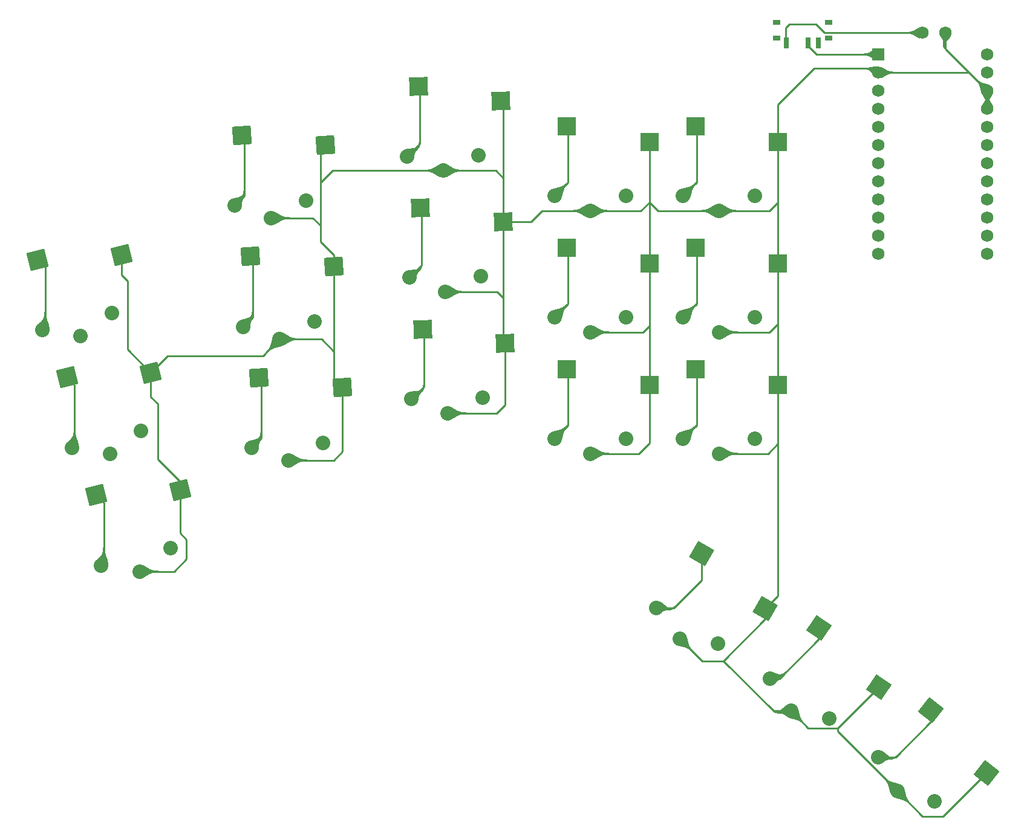
<source format=gbr>
%TF.GenerationSoftware,KiCad,Pcbnew,(6.0.5)*%
%TF.CreationDate,2022-05-07T22:58:46-04:00*%
%TF.ProjectId,main,6d61696e-2e6b-4696-9361-645f70636258,VERSION_HERE*%
%TF.SameCoordinates,Original*%
%TF.FileFunction,Copper,L2,Bot*%
%TF.FilePolarity,Positive*%
%FSLAX46Y46*%
G04 Gerber Fmt 4.6, Leading zero omitted, Abs format (unit mm)*
G04 Created by KiCad (PCBNEW (6.0.5)) date 2022-05-07 22:58:46*
%MOMM*%
%LPD*%
G01*
G04 APERTURE LIST*
G04 Aperture macros list*
%AMRotRect*
0 Rectangle, with rotation*
0 The origin of the aperture is its center*
0 $1 length*
0 $2 width*
0 $3 Rotation angle, in degrees counterclockwise*
0 Add horizontal line*
21,1,$1,$2,0,0,$3*%
G04 Aperture macros list end*
%TA.AperFunction,ComponentPad*%
%ADD10C,1.752600*%
%TD*%
%TA.AperFunction,ComponentPad*%
%ADD11C,2.032000*%
%TD*%
%TA.AperFunction,SMDPad,CuDef*%
%ADD12R,1.000000X0.800000*%
%TD*%
%TA.AperFunction,SMDPad,CuDef*%
%ADD13R,0.700000X1.500000*%
%TD*%
%TA.AperFunction,SMDPad,CuDef*%
%ADD14RotRect,2.600000X2.600000X322.000000*%
%TD*%
%TA.AperFunction,SMDPad,CuDef*%
%ADD15RotRect,2.600000X2.600000X326.000000*%
%TD*%
%TA.AperFunction,SMDPad,CuDef*%
%ADD16RotRect,2.600000X2.600000X4.000000*%
%TD*%
%TA.AperFunction,SMDPad,CuDef*%
%ADD17RotRect,2.600000X2.600000X1.000000*%
%TD*%
%TA.AperFunction,SMDPad,CuDef*%
%ADD18RotRect,2.600000X2.600000X330.000000*%
%TD*%
%TA.AperFunction,SMDPad,CuDef*%
%ADD19RotRect,2.600000X2.600000X14.000000*%
%TD*%
%TA.AperFunction,SMDPad,CuDef*%
%ADD20R,2.600000X2.600000*%
%TD*%
%TA.AperFunction,ComponentPad*%
%ADD21R,1.752600X1.752600*%
%TD*%
%TA.AperFunction,Conductor*%
%ADD22C,0.250000*%
%TD*%
G04 APERTURE END LIST*
D10*
%TO.P,,1*%
%TO.N,pos*%
X268760000Y-101000000D03*
%TO.P,,2*%
%TO.N,GND*%
X272000000Y-101000000D03*
%TD*%
D11*
%TO.P,S16,1*%
%TO.N,P21*%
X206942199Y-135111491D03*
X196943722Y-135286015D03*
%TO.P,S16,2*%
%TO.N,GND*%
X201979610Y-137298433D03*
X201979610Y-137298433D03*
%TD*%
D12*
%TO.P,,*%
%TO.N,*%
X255639967Y-101744967D03*
X255639967Y-99534967D03*
X248339967Y-99534967D03*
X248339967Y-101744967D03*
D13*
%TO.P,,1*%
%TO.N,pos*%
X249739967Y-102394967D03*
%TO.P,,2*%
%TO.N,RAW*%
X252739967Y-102394967D03*
%TO.P,,3*%
%TO.N,N/C*%
X254239967Y-102394967D03*
%TD*%
D14*
%TO.P,S35,1*%
%TO.N,P9*%
X269969422Y-195854740D03*
%TO.P,S35,2*%
%TO.N,GND*%
X277716491Y-204699253D03*
%TD*%
D11*
%TO.P,S28,1*%
%TO.N,P0*%
X245275000Y-140846781D03*
X235275000Y-140846781D03*
%TO.P,S28,2*%
%TO.N,GND*%
X240275000Y-142946781D03*
X240275000Y-142946781D03*
%TD*%
%TO.P,S12,1*%
%TO.N,P16*%
X172483675Y-125211311D03*
X182459316Y-124513746D03*
%TO.P,S12,2*%
%TO.N,GND*%
X177617984Y-126957413D03*
X177617984Y-126957413D03*
%TD*%
%TO.P,S30,1*%
%TO.N,P18*%
X235275000Y-123846781D03*
X245275000Y-123846781D03*
%TO.P,S30,2*%
%TO.N,GND*%
X240275000Y-125946781D03*
X240275000Y-125946781D03*
%TD*%
D15*
%TO.P,S33,1*%
%TO.N,P8*%
X254306550Y-184341862D03*
%TO.P,S33,2*%
%TO.N,GND*%
X262651709Y-192624422D03*
%TD*%
D16*
%TO.P,S11,1*%
%TO.N,P16*%
X173524348Y-115364731D03*
%TO.P,S11,2*%
%TO.N,GND*%
X185199677Y-116753685D03*
%TD*%
D17*
%TO.P,S15,1*%
%TO.N,P21*%
X198498298Y-125507395D03*
%TO.P,S15,2*%
%TO.N,GND*%
X210084934Y-127505484D03*
%TD*%
D18*
%TO.P,S31,1*%
%TO.N,P7*%
X237878734Y-173949616D03*
%TO.P,S31,2*%
%TO.N,GND*%
X246781327Y-181629872D03*
%TD*%
D11*
%TO.P,S8,1*%
%TO.N,P3*%
X184831036Y-158430923D03*
X174855395Y-159128488D03*
%TO.P,S8,2*%
%TO.N,GND*%
X179989704Y-160874590D03*
X179989704Y-160874590D03*
%TD*%
D16*
%TO.P,S9,1*%
%TO.N,P20*%
X174710208Y-132323320D03*
%TO.P,S9,2*%
%TO.N,GND*%
X186385537Y-133712274D03*
%TD*%
D19*
%TO.P,S1,1*%
%TO.N,P2*%
X153122813Y-165759002D03*
%TO.P,S1,2*%
%TO.N,GND*%
X164861957Y-165099454D03*
%TD*%
D11*
%TO.P,S20,1*%
%TO.N,P5*%
X227275000Y-157846781D03*
X217275000Y-157846781D03*
%TO.P,S20,2*%
%TO.N,GND*%
X222275000Y-159946781D03*
X222275000Y-159946781D03*
%TD*%
D19*
%TO.P,S5,1*%
%TO.N,P10*%
X144897468Y-132768947D03*
%TO.P,S5,2*%
%TO.N,GND*%
X156636612Y-132109399D03*
%TD*%
D20*
%TO.P,S27,1*%
%TO.N,P0*%
X237000000Y-131096781D03*
%TO.P,S27,2*%
%TO.N,GND*%
X248550000Y-133296781D03*
%TD*%
D11*
%TO.P,S14,1*%
%TO.N,P4*%
X197240413Y-152283426D03*
X207238890Y-152108902D03*
%TO.P,S14,2*%
%TO.N,GND*%
X202276301Y-154295844D03*
X202276301Y-154295844D03*
%TD*%
%TO.P,S22,1*%
%TO.N,P1*%
X217275000Y-140846781D03*
X227275000Y-140846781D03*
%TO.P,S22,2*%
%TO.N,GND*%
X222275000Y-142946781D03*
X222275000Y-142946781D03*
%TD*%
D21*
%TO.P,MCU1,1*%
%TO.N,RAW*%
X262619967Y-104019967D03*
D10*
%TO.P,MCU1,2*%
%TO.N,GND*%
X262619967Y-106559967D03*
%TO.P,MCU1,3*%
%TO.N,RST*%
X262619967Y-109099967D03*
%TO.P,MCU1,4*%
%TO.N,VCC*%
X262619967Y-111639967D03*
%TO.P,MCU1,5*%
%TO.N,P21*%
X262619967Y-114179967D03*
%TO.P,MCU1,6*%
%TO.N,P20*%
X262619967Y-116719967D03*
%TO.P,MCU1,7*%
%TO.N,P19*%
X262619967Y-119259967D03*
%TO.P,MCU1,8*%
%TO.N,P18*%
X262619967Y-121799967D03*
%TO.P,MCU1,9*%
%TO.N,P15*%
X262619967Y-124339967D03*
%TO.P,MCU1,10*%
%TO.N,P14*%
X262619967Y-126879967D03*
%TO.P,MCU1,11*%
%TO.N,P16*%
X262619967Y-129419967D03*
%TO.P,MCU1,12*%
%TO.N,P10*%
X262619967Y-131959967D03*
%TO.P,MCU1,13*%
%TO.N,P1*%
X277859967Y-104019967D03*
%TO.P,MCU1,14*%
%TO.N,P0*%
X277859967Y-106559967D03*
%TO.P,MCU1,15*%
%TO.N,GND*%
X277859967Y-109099967D03*
%TO.P,MCU1,16*%
X277859967Y-111639967D03*
%TO.P,MCU1,17*%
%TO.N,P2*%
X277859967Y-114179967D03*
%TO.P,MCU1,18*%
%TO.N,P3*%
X277859967Y-116719967D03*
%TO.P,MCU1,19*%
%TO.N,P4*%
X277859967Y-119259967D03*
%TO.P,MCU1,20*%
%TO.N,P5*%
X277859967Y-121799967D03*
%TO.P,MCU1,21*%
%TO.N,P6*%
X277859967Y-124339967D03*
%TO.P,MCU1,22*%
%TO.N,P7*%
X277859967Y-126879967D03*
%TO.P,MCU1,23*%
%TO.N,P8*%
X277859967Y-129419967D03*
%TO.P,MCU1,24*%
%TO.N,P9*%
X277859967Y-131959967D03*
%TD*%
D17*
%TO.P,S13,1*%
%TO.N,P4*%
X198794989Y-142504806D03*
%TO.P,S13,2*%
%TO.N,GND*%
X210381625Y-144502895D03*
%TD*%
D19*
%TO.P,S3,1*%
%TO.N,P19*%
X149010141Y-149263975D03*
%TO.P,S3,2*%
%TO.N,GND*%
X160749285Y-148604427D03*
%TD*%
D16*
%TO.P,S7,1*%
%TO.N,P3*%
X175896068Y-149281908D03*
%TO.P,S7,2*%
%TO.N,GND*%
X187571397Y-150670862D03*
%TD*%
D11*
%TO.P,S4,1*%
%TO.N,P19*%
X149695120Y-159141673D03*
X159398077Y-156722454D03*
%TO.P,S4,2*%
%TO.N,GND*%
X155054634Y-159969685D03*
X155054634Y-159969685D03*
%TD*%
D20*
%TO.P,S29,1*%
%TO.N,P18*%
X237000000Y-114096781D03*
%TO.P,S29,2*%
%TO.N,GND*%
X248550000Y-116296781D03*
%TD*%
D17*
%TO.P,S17,1*%
%TO.N,P14*%
X198201607Y-108509985D03*
%TO.P,S17,2*%
%TO.N,GND*%
X209788243Y-110508074D03*
%TD*%
D20*
%TO.P,S25,1*%
%TO.N,P6*%
X237000000Y-148096781D03*
%TO.P,S25,2*%
%TO.N,GND*%
X248550000Y-150296781D03*
%TD*%
%TO.P,S19,1*%
%TO.N,P5*%
X219000000Y-148096781D03*
%TO.P,S19,2*%
%TO.N,GND*%
X230550000Y-150296781D03*
%TD*%
D11*
%TO.P,S26,1*%
%TO.N,P6*%
X235275000Y-157846781D03*
X245275000Y-157846781D03*
%TO.P,S26,2*%
%TO.N,GND*%
X240275000Y-159946781D03*
X240275000Y-159946781D03*
%TD*%
%TO.P,S2,1*%
%TO.N,P2*%
X163510749Y-173217481D03*
X153807792Y-175636700D03*
%TO.P,S2,2*%
%TO.N,GND*%
X159167306Y-176464712D03*
X159167306Y-176464712D03*
%TD*%
D20*
%TO.P,S21,1*%
%TO.N,P1*%
X219000000Y-131096781D03*
%TO.P,S21,2*%
%TO.N,GND*%
X230550000Y-133296781D03*
%TD*%
D11*
%TO.P,S34,1*%
%TO.N,P8*%
X255714705Y-197052299D03*
X247424329Y-191460370D03*
%TO.P,S34,2*%
%TO.N,GND*%
X250395212Y-195997314D03*
X250395212Y-195997314D03*
%TD*%
%TO.P,S36,1*%
%TO.N,P9*%
X270487511Y-208632443D03*
X262607404Y-202475828D03*
%TO.P,S36,2*%
%TO.N,GND*%
X265254568Y-207208958D03*
X265254568Y-207208958D03*
%TD*%
%TO.P,S18,1*%
%TO.N,P14*%
X206645508Y-118114081D03*
X196647031Y-118288605D03*
%TO.P,S18,2*%
%TO.N,GND*%
X201682919Y-120301023D03*
X201682919Y-120301023D03*
%TD*%
D20*
%TO.P,S23,1*%
%TO.N,P15*%
X219000000Y-114096781D03*
%TO.P,S23,2*%
%TO.N,GND*%
X230550000Y-116296781D03*
%TD*%
D11*
%TO.P,S10,1*%
%TO.N,P20*%
X173669535Y-142169900D03*
X183645176Y-141472335D03*
%TO.P,S10,2*%
%TO.N,GND*%
X178803844Y-143916002D03*
X178803844Y-143916002D03*
%TD*%
%TO.P,S32,1*%
%TO.N,P7*%
X240170094Y-186530864D03*
X231509840Y-181530864D03*
%TO.P,S32,2*%
%TO.N,GND*%
X234789967Y-185849517D03*
X234789967Y-185849517D03*
%TD*%
%TO.P,S24,1*%
%TO.N,P15*%
X227275000Y-123846781D03*
X217275000Y-123846781D03*
%TO.P,S24,2*%
%TO.N,GND*%
X222275000Y-125946781D03*
X222275000Y-125946781D03*
%TD*%
%TO.P,S6,1*%
%TO.N,P10*%
X145582447Y-142646645D03*
X155285404Y-140227426D03*
%TO.P,S6,2*%
%TO.N,GND*%
X150941961Y-143474657D03*
X150941961Y-143474657D03*
%TD*%
D22*
%TO.N,P2*%
X154195228Y-166831417D02*
X154195228Y-175249264D01*
X154195228Y-175249264D02*
X153807792Y-175636700D01*
X153122813Y-165759002D02*
X154195228Y-166831417D01*
%TO.N,GND*%
X262619967Y-106559967D02*
X275319967Y-106559967D01*
X229653219Y-142946781D02*
X222275000Y-142946781D01*
X210084934Y-127505484D02*
X213974450Y-127505484D01*
X246781327Y-183130983D02*
X240922343Y-188989967D01*
X184489967Y-117463395D02*
X184489967Y-127989967D01*
X156636612Y-132109399D02*
X156636612Y-134886612D01*
X248550000Y-116296781D02*
X248550000Y-111070000D01*
X247929690Y-195997314D02*
X250395212Y-195997314D01*
X176479879Y-146239967D02*
X163113745Y-146239967D01*
X237930417Y-188989967D02*
X234789967Y-185849517D01*
X161739967Y-152989967D02*
X160739967Y-151989967D01*
X277859967Y-109099967D02*
X277859967Y-111639967D01*
X210084934Y-121334934D02*
X210084934Y-110804765D01*
X187571397Y-159658537D02*
X186355344Y-160874590D01*
X230550000Y-142050000D02*
X230550000Y-150296781D01*
X222275000Y-159946781D02*
X229033153Y-159946781D01*
X186250000Y-120301023D02*
X184551023Y-122000000D01*
X186355344Y-160874590D02*
X179989704Y-160874590D01*
X240275000Y-159946781D02*
X247153219Y-159946781D01*
X178803844Y-143916002D02*
X176479879Y-146239967D01*
X157489967Y-145345109D02*
X160749285Y-148604427D01*
X209184090Y-154295844D02*
X202276301Y-154295844D01*
X230550000Y-116296781D02*
X230550000Y-133296781D01*
X272000000Y-103240000D02*
X277859967Y-109099967D01*
X262651709Y-192624422D02*
X256883321Y-198392810D01*
X277716491Y-204699253D02*
X271675777Y-210739967D01*
X210084934Y-138145000D02*
X209238367Y-137298433D01*
X268785577Y-210739967D02*
X265254568Y-207208958D01*
X248550000Y-124739967D02*
X247343186Y-125946781D01*
X186385537Y-145635537D02*
X184666002Y-143916002D01*
X229343186Y-125946781D02*
X222275000Y-125946781D01*
X248550000Y-150296781D02*
X248550000Y-158550000D01*
X210084934Y-121334934D02*
X209051023Y-120301023D01*
X164861957Y-163861957D02*
X161739967Y-160739967D01*
X240275000Y-125946781D02*
X231756814Y-125946781D01*
X247343186Y-142946781D02*
X240275000Y-142946781D01*
X247343186Y-125946781D02*
X240275000Y-125946781D01*
X210084934Y-138145000D02*
X210084934Y-144206204D01*
X184489967Y-130239967D02*
X186385537Y-132135537D01*
X256883321Y-198392810D02*
X256883321Y-198837711D01*
X156636612Y-134886612D02*
X157489967Y-135739967D01*
X183457413Y-126957413D02*
X177617984Y-126957413D01*
X164015222Y-176464712D02*
X159167306Y-176464712D01*
X201682919Y-120301023D02*
X186250000Y-120301023D01*
X165739967Y-171989967D02*
X165739967Y-174739967D01*
X160739967Y-151989967D02*
X160749285Y-151980649D01*
X165739967Y-174739967D02*
X164015222Y-176464712D01*
X209051023Y-120301023D02*
X201682919Y-120301023D01*
X230550000Y-124739967D02*
X229343186Y-125946781D01*
X186385537Y-132135537D02*
X186385537Y-133712274D01*
X252790708Y-198392810D02*
X250395212Y-195997314D01*
X187571397Y-150670862D02*
X187571397Y-159658537D01*
X184489967Y-127989967D02*
X184489967Y-130239967D01*
X210084934Y-127505484D02*
X210084934Y-138145000D01*
X275319967Y-106559967D02*
X277859967Y-109099967D01*
X248550000Y-141739967D02*
X247343186Y-142946781D01*
X229033153Y-159946781D02*
X230550000Y-158429934D01*
X164861957Y-171111957D02*
X165739967Y-171989967D01*
X157489967Y-135739967D02*
X157489967Y-145345109D01*
X230550000Y-158429934D02*
X230550000Y-150296781D01*
X186385537Y-145635537D02*
X186385537Y-149485002D01*
X256883321Y-198837711D02*
X265254568Y-207208958D01*
X186385537Y-149485002D02*
X187571397Y-150670862D01*
X248550000Y-158550000D02*
X248550000Y-179861199D01*
X240922343Y-188989967D02*
X247929690Y-195997314D01*
X210084934Y-144206204D02*
X210381625Y-144502895D01*
X231756814Y-125946781D02*
X230550000Y-124739967D01*
X271675777Y-210739967D02*
X268785577Y-210739967D01*
X161739967Y-160739967D02*
X161739967Y-152989967D01*
X253620000Y-106000000D02*
X262060000Y-106000000D01*
X186385537Y-133712274D02*
X186385537Y-145635537D01*
X164861957Y-165099454D02*
X164861957Y-171111957D01*
X209238367Y-137298433D02*
X201979610Y-137298433D01*
X210381625Y-153098309D02*
X209184090Y-154295844D01*
X215533153Y-125946781D02*
X222275000Y-125946781D01*
X240922343Y-188989967D02*
X237930417Y-188989967D01*
X248550000Y-179861199D02*
X246781327Y-181629872D01*
X248550000Y-116296781D02*
X248550000Y-133296781D01*
X246781327Y-181629872D02*
X246781327Y-183130983D01*
X262060000Y-106000000D02*
X262619967Y-106559967D01*
X164861957Y-165099454D02*
X164861957Y-163861957D01*
X247153219Y-159946781D02*
X248550000Y-158550000D01*
X230550000Y-133296781D02*
X230550000Y-142050000D01*
X210084934Y-110804765D02*
X209788243Y-110508074D01*
X230550000Y-142050000D02*
X229653219Y-142946781D01*
X184666002Y-143916002D02*
X178803844Y-143916002D01*
X248550000Y-111070000D02*
X253620000Y-106000000D01*
X272000000Y-101000000D02*
X272000000Y-103240000D01*
X210381625Y-144502895D02*
X210381625Y-153098309D01*
X210084934Y-127505484D02*
X210084934Y-121334934D01*
X184489967Y-127989967D02*
X183457413Y-126957413D01*
X256883321Y-198392810D02*
X252790708Y-198392810D01*
X163113745Y-146239967D02*
X160749285Y-148604427D01*
X213974450Y-127505484D02*
X215533153Y-125946781D01*
X185199677Y-116753685D02*
X184489967Y-117463395D01*
X248550000Y-133296781D02*
X248550000Y-150296781D01*
X160749285Y-151980649D02*
X160749285Y-148604427D01*
%TO.N,P19*%
X149010141Y-149263975D02*
X150082556Y-150336390D01*
X150082556Y-158754237D02*
X149695120Y-159141673D01*
X150082556Y-150336390D02*
X150082556Y-158754237D01*
%TO.N,P10*%
X145969883Y-142259209D02*
X145582447Y-142646645D01*
X144897468Y-132768947D02*
X145969883Y-133841362D01*
X145969883Y-133841362D02*
X145969883Y-142259209D01*
%TO.N,P3*%
X175896068Y-149281908D02*
X176203255Y-149589095D01*
X176203255Y-149589095D02*
X176203255Y-157780628D01*
X176203255Y-157780628D02*
X174855395Y-159128488D01*
%TO.N,P20*%
X175017395Y-132630507D02*
X175017395Y-140822040D01*
X175017395Y-140822040D02*
X173669535Y-142169900D01*
X174710208Y-132323320D02*
X175017395Y-132630507D01*
%TO.N,P16*%
X173524348Y-115364731D02*
X173831535Y-115671918D01*
X173831535Y-115671918D02*
X173831535Y-123863451D01*
X173831535Y-123863451D02*
X172483675Y-125211311D01*
%TO.N,P4*%
X198983168Y-142692985D02*
X198983168Y-150540671D01*
X198983168Y-150540671D02*
X197240413Y-152283426D01*
X198794989Y-142504806D02*
X198983168Y-142692985D01*
%TO.N,P21*%
X198686477Y-125695574D02*
X198686477Y-133543260D01*
X198498298Y-125507395D02*
X198686477Y-125695574D01*
X198686477Y-133543260D02*
X196943722Y-135286015D01*
%TO.N,P14*%
X198389786Y-116545850D02*
X196647031Y-118288605D01*
X198389786Y-108698164D02*
X198389786Y-116545850D01*
X198201607Y-108509985D02*
X198389786Y-108698164D01*
%TO.N,P5*%
X219000000Y-148096781D02*
X219149521Y-148246302D01*
X219149521Y-148246302D02*
X219149521Y-155972260D01*
X219149521Y-155972260D02*
X217275000Y-157846781D01*
%TO.N,P1*%
X219000000Y-131096781D02*
X219149521Y-131246302D01*
X219149521Y-138972260D02*
X217275000Y-140846781D01*
X219149521Y-131246302D02*
X219149521Y-138972260D01*
%TO.N,P15*%
X219149521Y-114246302D02*
X219149521Y-121972260D01*
X219000000Y-114096781D02*
X219149521Y-114246302D01*
X219149521Y-121972260D02*
X217275000Y-123846781D01*
%TO.N,P6*%
X237000000Y-148096781D02*
X237149521Y-148246302D01*
X237149521Y-148246302D02*
X237149521Y-155972260D01*
X237149521Y-155972260D02*
X235275000Y-157846781D01*
%TO.N,P0*%
X237149521Y-138972260D02*
X235275000Y-140846781D01*
X237000000Y-131096781D02*
X237149521Y-131246302D01*
X237149521Y-131246302D02*
X237149521Y-138972260D01*
%TO.N,P18*%
X237000000Y-114096781D02*
X237149521Y-114246302D01*
X237149521Y-121972260D02*
X235275000Y-123846781D01*
X237149521Y-114246302D02*
X237149521Y-121972260D01*
%TO.N,P7*%
X233994747Y-181530864D02*
X231509840Y-181530864D01*
X237878734Y-173949616D02*
X237878734Y-177646877D01*
X237878734Y-177646877D02*
X233994747Y-181530864D01*
%TO.N,P8*%
X248756126Y-191460370D02*
X247424329Y-191460370D01*
X254306550Y-184341862D02*
X254306550Y-185909946D01*
X254306550Y-185909946D02*
X248756126Y-191460370D01*
%TO.N,P9*%
X269969422Y-195854740D02*
X269969422Y-197504464D01*
X264998058Y-202475828D02*
X262607404Y-202475828D01*
X269969422Y-197504464D02*
X264998058Y-202475828D01*
%TO.N,RAW*%
X253964967Y-104019967D02*
X262619967Y-104019967D01*
X252739967Y-102794967D02*
X253964967Y-104019967D01*
X252739967Y-102394967D02*
X252739967Y-102794967D01*
%TO.N,pos*%
X255021050Y-101000000D02*
X268760000Y-101000000D01*
X250148438Y-99810446D02*
X253831496Y-99810446D01*
X249665446Y-102320446D02*
X249665446Y-100293438D01*
X249665446Y-100293438D02*
X250148438Y-99810446D01*
X249739967Y-102394967D02*
X249665446Y-102320446D01*
X253831496Y-99810446D02*
X255021050Y-101000000D01*
%TD*%
%TA.AperFunction,Conductor*%
%TO.N,GND*%
G36*
X180439914Y-159963771D02*
G01*
X180444190Y-159965855D01*
X180460194Y-159973656D01*
X180487334Y-159987055D01*
X180513998Y-160000385D01*
X180540198Y-160013644D01*
X180565945Y-160026832D01*
X180591250Y-160039946D01*
X180616125Y-160052986D01*
X180640536Y-160065926D01*
X180640582Y-160065950D01*
X180664631Y-160078836D01*
X180688242Y-160091621D01*
X180688274Y-160091661D01*
X180688284Y-160091644D01*
X180711510Y-160104348D01*
X180711552Y-160104371D01*
X180734447Y-160117017D01*
X180734442Y-160117027D01*
X180734485Y-160117038D01*
X180756980Y-160129580D01*
X180779126Y-160142038D01*
X180779163Y-160142059D01*
X180800972Y-160154433D01*
X180801007Y-160154453D01*
X180822489Y-160166740D01*
X180822523Y-160166759D01*
X180843723Y-160178978D01*
X180843753Y-160178996D01*
X180864588Y-160191089D01*
X180864618Y-160191106D01*
X180885219Y-160203143D01*
X180885215Y-160203150D01*
X180885244Y-160203158D01*
X180905513Y-160215074D01*
X180905532Y-160215098D01*
X180905538Y-160215088D01*
X180925586Y-160226940D01*
X180925607Y-160226953D01*
X180945355Y-160238683D01*
X180945375Y-160238695D01*
X180964901Y-160250346D01*
X180964917Y-160250355D01*
X180984221Y-160261916D01*
X180984235Y-160261925D01*
X181003289Y-160273372D01*
X181003300Y-160273378D01*
X181022158Y-160284735D01*
X181022166Y-160284740D01*
X181040824Y-160295996D01*
X181040829Y-160295999D01*
X181059301Y-160307155D01*
X181059302Y-160307156D01*
X181077593Y-160318206D01*
X181095717Y-160329151D01*
X181113684Y-160339989D01*
X181131506Y-160350717D01*
X181149193Y-160361336D01*
X181166758Y-160371842D01*
X181184212Y-160382236D01*
X181201565Y-160392515D01*
X181218830Y-160402678D01*
X181236018Y-160412724D01*
X181253140Y-160422652D01*
X181270207Y-160432460D01*
X181287231Y-160442146D01*
X181304224Y-160451710D01*
X181321197Y-160461150D01*
X181338161Y-160470464D01*
X181355127Y-160479652D01*
X181372107Y-160488711D01*
X181389112Y-160497641D01*
X181406154Y-160506441D01*
X181423244Y-160515108D01*
X181440364Y-160523626D01*
X181440394Y-160523641D01*
X181457564Y-160532015D01*
X181457585Y-160532025D01*
X181457614Y-160532039D01*
X181474917Y-160540301D01*
X181474941Y-160540312D01*
X181474957Y-160540320D01*
X181492279Y-160548409D01*
X181492349Y-160548442D01*
X181501064Y-160552417D01*
X181509815Y-160556410D01*
X181527432Y-160564255D01*
X181527497Y-160564283D01*
X181545178Y-160571957D01*
X181563026Y-160579502D01*
X181563039Y-160579507D01*
X181563062Y-160579517D01*
X181574764Y-160584328D01*
X181581077Y-160586923D01*
X181581097Y-160586931D01*
X181599294Y-160594200D01*
X181608673Y-160597836D01*
X181617637Y-160601312D01*
X181617658Y-160601320D01*
X181617664Y-160601322D01*
X181636219Y-160608294D01*
X181654970Y-160615117D01*
X181655010Y-160615131D01*
X181673879Y-160621771D01*
X181673911Y-160621782D01*
X181673929Y-160621788D01*
X181693106Y-160628307D01*
X181712514Y-160634671D01*
X181732163Y-160640879D01*
X181752066Y-160646931D01*
X181772232Y-160652824D01*
X181792675Y-160658557D01*
X181813404Y-160664130D01*
X181834432Y-160669540D01*
X181834459Y-160669547D01*
X181834476Y-160669551D01*
X181855742Y-160674779D01*
X181855751Y-160674781D01*
X181855771Y-160674786D01*
X181877430Y-160679867D01*
X181899422Y-160684781D01*
X181921758Y-160689527D01*
X181944450Y-160694105D01*
X181944494Y-160694113D01*
X181944492Y-160694113D01*
X181967493Y-160698508D01*
X181967509Y-160698511D01*
X181990946Y-160702745D01*
X182014760Y-160706804D01*
X182014772Y-160706806D01*
X182039000Y-160710692D01*
X182063640Y-160714402D01*
X182088704Y-160717934D01*
X182114148Y-160721281D01*
X182114166Y-160721283D01*
X182114203Y-160721288D01*
X182140148Y-160724461D01*
X182140201Y-160724467D01*
X182166552Y-160727452D01*
X182193425Y-160730261D01*
X182220778Y-160732885D01*
X182248596Y-160735321D01*
X182248624Y-160735323D01*
X182275038Y-160737420D01*
X182276935Y-160737571D01*
X182276996Y-160737576D01*
X182305782Y-160739632D01*
X182305838Y-160739636D01*
X182335228Y-160741509D01*
X182365156Y-160743190D01*
X182395633Y-160744679D01*
X182426671Y-160745973D01*
X182458280Y-160747073D01*
X182490473Y-160747975D01*
X182523260Y-160748679D01*
X182556654Y-160749184D01*
X182590664Y-160749488D01*
X182590858Y-160749489D01*
X182613639Y-160749556D01*
X182621902Y-160753007D01*
X182625304Y-160761256D01*
X182625304Y-160987924D01*
X182621877Y-160996197D01*
X182613638Y-160999624D01*
X182590664Y-160999691D01*
X182556654Y-160999995D01*
X182523260Y-161000500D01*
X182490473Y-161001204D01*
X182458280Y-161002106D01*
X182426671Y-161003206D01*
X182395633Y-161004500D01*
X182365156Y-161005989D01*
X182335228Y-161007670D01*
X182305838Y-161009543D01*
X182305782Y-161009547D01*
X182276996Y-161011603D01*
X182276935Y-161011608D01*
X182248624Y-161013856D01*
X182248596Y-161013858D01*
X182220778Y-161016294D01*
X182193425Y-161018918D01*
X182166552Y-161021727D01*
X182140148Y-161024718D01*
X182114203Y-161027891D01*
X182114166Y-161027896D01*
X182114148Y-161027898D01*
X182088704Y-161031245D01*
X182063640Y-161034777D01*
X182039000Y-161038487D01*
X182014772Y-161042373D01*
X181990946Y-161046434D01*
X181967509Y-161050668D01*
X181944450Y-161055074D01*
X181921758Y-161059652D01*
X181899422Y-161064398D01*
X181877430Y-161069312D01*
X181862973Y-161072704D01*
X181855826Y-161074380D01*
X181855742Y-161074400D01*
X181834476Y-161079628D01*
X181834459Y-161079632D01*
X181834432Y-161079639D01*
X181813404Y-161085049D01*
X181792675Y-161090622D01*
X181772232Y-161096355D01*
X181752066Y-161102248D01*
X181732163Y-161108300D01*
X181712514Y-161114508D01*
X181693106Y-161120872D01*
X181673929Y-161127391D01*
X181673911Y-161127397D01*
X181673879Y-161127408D01*
X181657117Y-161133306D01*
X181654970Y-161134062D01*
X181636219Y-161140885D01*
X181617664Y-161147857D01*
X181617637Y-161147867D01*
X181608673Y-161151343D01*
X181599294Y-161154979D01*
X181581097Y-161162248D01*
X181563062Y-161169662D01*
X181563039Y-161169672D01*
X181563026Y-161169677D01*
X181545178Y-161177222D01*
X181527432Y-161184924D01*
X181509815Y-161192769D01*
X181492313Y-161200754D01*
X181492279Y-161200770D01*
X181474957Y-161208859D01*
X181474941Y-161208867D01*
X181474917Y-161208878D01*
X181457614Y-161217140D01*
X181457585Y-161217154D01*
X181457564Y-161217164D01*
X181440394Y-161225538D01*
X181423244Y-161234071D01*
X181406154Y-161242738D01*
X181389112Y-161251538D01*
X181372107Y-161260468D01*
X181355127Y-161269527D01*
X181338161Y-161278715D01*
X181321197Y-161288029D01*
X181304224Y-161297469D01*
X181287231Y-161307033D01*
X181270207Y-161316719D01*
X181253140Y-161326527D01*
X181236018Y-161336455D01*
X181218830Y-161346501D01*
X181201565Y-161356664D01*
X181184212Y-161366943D01*
X181166758Y-161377337D01*
X181149193Y-161387843D01*
X181131506Y-161398462D01*
X181113684Y-161409190D01*
X181095717Y-161420028D01*
X181095689Y-161420045D01*
X181077593Y-161430973D01*
X181059302Y-161442023D01*
X181059301Y-161442024D01*
X181040834Y-161453177D01*
X181040829Y-161453180D01*
X181022174Y-161464434D01*
X181022166Y-161464439D01*
X181003300Y-161475801D01*
X181003289Y-161475807D01*
X180984235Y-161487254D01*
X180984221Y-161487263D01*
X180964917Y-161498824D01*
X180964901Y-161498833D01*
X180945395Y-161510472D01*
X180945375Y-161510484D01*
X180925607Y-161522226D01*
X180925586Y-161522239D01*
X180905538Y-161534091D01*
X180905536Y-161534088D01*
X180905515Y-161534105D01*
X180885245Y-161546021D01*
X180885213Y-161546025D01*
X180885219Y-161546036D01*
X180864618Y-161558073D01*
X180864588Y-161558090D01*
X180843753Y-161570183D01*
X180843723Y-161570201D01*
X180822523Y-161582420D01*
X180822489Y-161582439D01*
X180801879Y-161594227D01*
X180801007Y-161594726D01*
X180779163Y-161607120D01*
X180756980Y-161619599D01*
X180734486Y-161632140D01*
X180734438Y-161632146D01*
X180734447Y-161632162D01*
X180711552Y-161644808D01*
X180688284Y-161657535D01*
X180688281Y-161657529D01*
X180688245Y-161657556D01*
X180664631Y-161670343D01*
X180640582Y-161683229D01*
X180640536Y-161683253D01*
X180616125Y-161696193D01*
X180591250Y-161709233D01*
X180565945Y-161722347D01*
X180565896Y-161722372D01*
X180540249Y-161735509D01*
X180540198Y-161735535D01*
X180514049Y-161748768D01*
X180513998Y-161748794D01*
X180487334Y-161762124D01*
X180487281Y-161762150D01*
X180460246Y-161775497D01*
X180460194Y-161775523D01*
X180439914Y-161785409D01*
X180430976Y-161785954D01*
X180426677Y-161783325D01*
X180349604Y-161709208D01*
X179490473Y-160883023D01*
X179486885Y-160874819D01*
X179490473Y-160866157D01*
X179616796Y-160744679D01*
X179780834Y-160586931D01*
X180426678Y-159965855D01*
X180435017Y-159962590D01*
X180439914Y-159963771D01*
G37*
%TD.AperFunction*%
%TD*%
%TA.AperFunction,Conductor*%
%TO.N,GND*%
G36*
X222725210Y-142035962D02*
G01*
X222729486Y-142038046D01*
X222745490Y-142045847D01*
X222772630Y-142059246D01*
X222799294Y-142072576D01*
X222825494Y-142085835D01*
X222851241Y-142099023D01*
X222876546Y-142112137D01*
X222901421Y-142125177D01*
X222925832Y-142138117D01*
X222925878Y-142138141D01*
X222949927Y-142151027D01*
X222973538Y-142163812D01*
X222973570Y-142163852D01*
X222973580Y-142163835D01*
X222996806Y-142176539D01*
X222996848Y-142176562D01*
X223019743Y-142189208D01*
X223019738Y-142189218D01*
X223019781Y-142189229D01*
X223042276Y-142201771D01*
X223064422Y-142214229D01*
X223064459Y-142214250D01*
X223086268Y-142226624D01*
X223086303Y-142226644D01*
X223107785Y-142238931D01*
X223107819Y-142238950D01*
X223129019Y-142251169D01*
X223129049Y-142251187D01*
X223149884Y-142263280D01*
X223149914Y-142263297D01*
X223170515Y-142275334D01*
X223170511Y-142275341D01*
X223170540Y-142275349D01*
X223190809Y-142287265D01*
X223190828Y-142287289D01*
X223190834Y-142287279D01*
X223210882Y-142299131D01*
X223210903Y-142299144D01*
X223230651Y-142310874D01*
X223230671Y-142310886D01*
X223250197Y-142322537D01*
X223250213Y-142322546D01*
X223269517Y-142334107D01*
X223269531Y-142334116D01*
X223288585Y-142345563D01*
X223288596Y-142345569D01*
X223307454Y-142356926D01*
X223307462Y-142356931D01*
X223326120Y-142368187D01*
X223326125Y-142368190D01*
X223344597Y-142379346D01*
X223344598Y-142379347D01*
X223362889Y-142390397D01*
X223381013Y-142401342D01*
X223398980Y-142412180D01*
X223416802Y-142422908D01*
X223434489Y-142433527D01*
X223452054Y-142444033D01*
X223469508Y-142454427D01*
X223486861Y-142464706D01*
X223504126Y-142474869D01*
X223521314Y-142484915D01*
X223538436Y-142494843D01*
X223555503Y-142504651D01*
X223572527Y-142514337D01*
X223589520Y-142523901D01*
X223606493Y-142533341D01*
X223623457Y-142542655D01*
X223640423Y-142551843D01*
X223657403Y-142560902D01*
X223674408Y-142569832D01*
X223691450Y-142578632D01*
X223708540Y-142587299D01*
X223725660Y-142595817D01*
X223725690Y-142595832D01*
X223742860Y-142604206D01*
X223742881Y-142604216D01*
X223742910Y-142604230D01*
X223760213Y-142612492D01*
X223760237Y-142612503D01*
X223760253Y-142612511D01*
X223777575Y-142620600D01*
X223777645Y-142620633D01*
X223786360Y-142624608D01*
X223795111Y-142628601D01*
X223812728Y-142636446D01*
X223812793Y-142636474D01*
X223830474Y-142644148D01*
X223848322Y-142651693D01*
X223848335Y-142651698D01*
X223848358Y-142651708D01*
X223860060Y-142656519D01*
X223866373Y-142659114D01*
X223866393Y-142659122D01*
X223884590Y-142666391D01*
X223893969Y-142670027D01*
X223902933Y-142673503D01*
X223902954Y-142673511D01*
X223902960Y-142673513D01*
X223921515Y-142680485D01*
X223940266Y-142687308D01*
X223940306Y-142687322D01*
X223959175Y-142693962D01*
X223959207Y-142693973D01*
X223959225Y-142693979D01*
X223978402Y-142700498D01*
X223997810Y-142706862D01*
X224017459Y-142713070D01*
X224037362Y-142719122D01*
X224057528Y-142725015D01*
X224077971Y-142730748D01*
X224098700Y-142736321D01*
X224119728Y-142741731D01*
X224119755Y-142741738D01*
X224119772Y-142741742D01*
X224141038Y-142746970D01*
X224141047Y-142746972D01*
X224141067Y-142746977D01*
X224162726Y-142752058D01*
X224184718Y-142756972D01*
X224207054Y-142761718D01*
X224229746Y-142766296D01*
X224229790Y-142766304D01*
X224229788Y-142766304D01*
X224252789Y-142770699D01*
X224252805Y-142770702D01*
X224276242Y-142774936D01*
X224300056Y-142778995D01*
X224300068Y-142778997D01*
X224324296Y-142782883D01*
X224348936Y-142786593D01*
X224374000Y-142790125D01*
X224399444Y-142793472D01*
X224399462Y-142793474D01*
X224399499Y-142793479D01*
X224425444Y-142796652D01*
X224425497Y-142796658D01*
X224451848Y-142799643D01*
X224478721Y-142802452D01*
X224506074Y-142805076D01*
X224533892Y-142807512D01*
X224533920Y-142807514D01*
X224560334Y-142809611D01*
X224562231Y-142809762D01*
X224562292Y-142809767D01*
X224591078Y-142811823D01*
X224591134Y-142811827D01*
X224620524Y-142813700D01*
X224650452Y-142815381D01*
X224680929Y-142816870D01*
X224711967Y-142818164D01*
X224743576Y-142819264D01*
X224775769Y-142820166D01*
X224808556Y-142820870D01*
X224841950Y-142821375D01*
X224875960Y-142821679D01*
X224876154Y-142821680D01*
X224898935Y-142821747D01*
X224907198Y-142825198D01*
X224910600Y-142833447D01*
X224910600Y-143060115D01*
X224907173Y-143068388D01*
X224898934Y-143071815D01*
X224875960Y-143071882D01*
X224841950Y-143072186D01*
X224808556Y-143072691D01*
X224775769Y-143073395D01*
X224743576Y-143074297D01*
X224711967Y-143075397D01*
X224680929Y-143076691D01*
X224650452Y-143078180D01*
X224620524Y-143079861D01*
X224591134Y-143081734D01*
X224591078Y-143081738D01*
X224562292Y-143083794D01*
X224562231Y-143083799D01*
X224533920Y-143086047D01*
X224533892Y-143086049D01*
X224506074Y-143088485D01*
X224478721Y-143091109D01*
X224451848Y-143093918D01*
X224425444Y-143096909D01*
X224399499Y-143100082D01*
X224399462Y-143100087D01*
X224399444Y-143100089D01*
X224374000Y-143103436D01*
X224348936Y-143106968D01*
X224324296Y-143110678D01*
X224300068Y-143114564D01*
X224276242Y-143118625D01*
X224252805Y-143122859D01*
X224229746Y-143127265D01*
X224207054Y-143131843D01*
X224184718Y-143136589D01*
X224162726Y-143141503D01*
X224148269Y-143144895D01*
X224141122Y-143146571D01*
X224141038Y-143146591D01*
X224119772Y-143151819D01*
X224119755Y-143151823D01*
X224119728Y-143151830D01*
X224098700Y-143157240D01*
X224077971Y-143162813D01*
X224057528Y-143168546D01*
X224037362Y-143174439D01*
X224017459Y-143180491D01*
X223997810Y-143186699D01*
X223978402Y-143193063D01*
X223959225Y-143199582D01*
X223959207Y-143199588D01*
X223959175Y-143199599D01*
X223942413Y-143205497D01*
X223940266Y-143206253D01*
X223921515Y-143213076D01*
X223902960Y-143220048D01*
X223902933Y-143220058D01*
X223893969Y-143223534D01*
X223884590Y-143227170D01*
X223866393Y-143234439D01*
X223848358Y-143241853D01*
X223848335Y-143241863D01*
X223848322Y-143241868D01*
X223830474Y-143249413D01*
X223812728Y-143257115D01*
X223795111Y-143264960D01*
X223777609Y-143272945D01*
X223777575Y-143272961D01*
X223760253Y-143281050D01*
X223760237Y-143281058D01*
X223760213Y-143281069D01*
X223742910Y-143289331D01*
X223742881Y-143289345D01*
X223742860Y-143289355D01*
X223725690Y-143297729D01*
X223708540Y-143306262D01*
X223691450Y-143314929D01*
X223674408Y-143323729D01*
X223657403Y-143332659D01*
X223640423Y-143341718D01*
X223623457Y-143350906D01*
X223606493Y-143360220D01*
X223589520Y-143369660D01*
X223572527Y-143379224D01*
X223555503Y-143388910D01*
X223538436Y-143398718D01*
X223521314Y-143408646D01*
X223504126Y-143418692D01*
X223486861Y-143428855D01*
X223469508Y-143439134D01*
X223452054Y-143449528D01*
X223434489Y-143460034D01*
X223416802Y-143470653D01*
X223398980Y-143481381D01*
X223381013Y-143492219D01*
X223380985Y-143492236D01*
X223362889Y-143503164D01*
X223344598Y-143514214D01*
X223344597Y-143514215D01*
X223326130Y-143525368D01*
X223326125Y-143525371D01*
X223307470Y-143536625D01*
X223307462Y-143536630D01*
X223288596Y-143547992D01*
X223288585Y-143547998D01*
X223269531Y-143559445D01*
X223269517Y-143559454D01*
X223250213Y-143571015D01*
X223250197Y-143571024D01*
X223230691Y-143582663D01*
X223230671Y-143582675D01*
X223210903Y-143594417D01*
X223210882Y-143594430D01*
X223190834Y-143606282D01*
X223190832Y-143606279D01*
X223190811Y-143606296D01*
X223170541Y-143618212D01*
X223170509Y-143618216D01*
X223170515Y-143618227D01*
X223149914Y-143630264D01*
X223149884Y-143630281D01*
X223129049Y-143642374D01*
X223129019Y-143642392D01*
X223107819Y-143654611D01*
X223107785Y-143654630D01*
X223087175Y-143666418D01*
X223086303Y-143666917D01*
X223064459Y-143679311D01*
X223042276Y-143691790D01*
X223019782Y-143704331D01*
X223019734Y-143704337D01*
X223019743Y-143704353D01*
X222996848Y-143716999D01*
X222973580Y-143729726D01*
X222973577Y-143729720D01*
X222973541Y-143729747D01*
X222949927Y-143742534D01*
X222925878Y-143755420D01*
X222925832Y-143755444D01*
X222901421Y-143768384D01*
X222876546Y-143781424D01*
X222851241Y-143794538D01*
X222851192Y-143794563D01*
X222825545Y-143807700D01*
X222825494Y-143807726D01*
X222799345Y-143820959D01*
X222799294Y-143820985D01*
X222772630Y-143834315D01*
X222772577Y-143834341D01*
X222745542Y-143847688D01*
X222745490Y-143847714D01*
X222725210Y-143857600D01*
X222716272Y-143858145D01*
X222711973Y-143855516D01*
X222634900Y-143781399D01*
X221775769Y-142955214D01*
X221772181Y-142947010D01*
X221775769Y-142938348D01*
X221902092Y-142816870D01*
X222066130Y-142659122D01*
X222711974Y-142038046D01*
X222720313Y-142034781D01*
X222725210Y-142035962D01*
G37*
%TD.AperFunction*%
%TD*%
%TA.AperFunction,Conductor*%
%TO.N,RAW*%
G36*
X262243886Y-103236960D02*
G01*
X262928133Y-103894967D01*
X263049348Y-104011534D01*
X263052936Y-104019738D01*
X263049348Y-104028400D01*
X262261925Y-104785627D01*
X262243887Y-104802973D01*
X262235548Y-104806238D01*
X262230652Y-104805058D01*
X262214317Y-104797099D01*
X262214268Y-104797075D01*
X262191099Y-104785651D01*
X262191050Y-104785627D01*
X262168186Y-104774221D01*
X262168139Y-104774197D01*
X262145763Y-104762908D01*
X262145715Y-104762884D01*
X262123629Y-104751615D01*
X262123584Y-104751591D01*
X262101917Y-104740415D01*
X262101872Y-104740392D01*
X262080568Y-104729287D01*
X262080524Y-104729264D01*
X262059574Y-104718230D01*
X262059531Y-104718207D01*
X262038926Y-104707246D01*
X262018613Y-104696335D01*
X261998625Y-104685500D01*
X261978954Y-104674740D01*
X261959589Y-104664058D01*
X261940520Y-104653453D01*
X261940487Y-104653434D01*
X261921770Y-104642944D01*
X261921739Y-104642927D01*
X261903234Y-104632481D01*
X261903204Y-104632464D01*
X261884998Y-104622116D01*
X261884970Y-104622100D01*
X261867044Y-104611847D01*
X261867019Y-104611833D01*
X261849288Y-104601633D01*
X261849291Y-104601627D01*
X261849267Y-104601621D01*
X261831796Y-104591517D01*
X261826505Y-104588443D01*
X261814551Y-104581496D01*
X261814533Y-104581486D01*
X261797489Y-104571541D01*
X261797473Y-104571531D01*
X261780667Y-104561690D01*
X261780654Y-104561683D01*
X261764019Y-104551913D01*
X261764009Y-104551907D01*
X261747575Y-104542233D01*
X261747567Y-104542228D01*
X261731314Y-104532644D01*
X261731310Y-104532642D01*
X261715217Y-104523143D01*
X261715215Y-104523142D01*
X261699285Y-104513736D01*
X261683504Y-104504422D01*
X261683431Y-104504379D01*
X261683426Y-104504376D01*
X261667864Y-104495202D01*
X261652357Y-104486078D01*
X261636972Y-104477050D01*
X261636873Y-104476992D01*
X261621700Y-104468119D01*
X261606531Y-104459287D01*
X261591455Y-104450554D01*
X261576463Y-104441921D01*
X261561545Y-104433390D01*
X261546691Y-104424961D01*
X261546654Y-104424940D01*
X261531891Y-104416635D01*
X261517137Y-104408414D01*
X261517075Y-104408380D01*
X261502417Y-104400299D01*
X261487724Y-104392290D01*
X261473046Y-104384388D01*
X261458374Y-104376595D01*
X261443699Y-104368912D01*
X261429010Y-104361339D01*
X261414299Y-104353878D01*
X261399555Y-104346529D01*
X261384769Y-104339295D01*
X261369931Y-104332174D01*
X261355032Y-104325170D01*
X261340061Y-104318282D01*
X261325009Y-104311512D01*
X261309867Y-104304861D01*
X261294624Y-104298329D01*
X261279271Y-104291919D01*
X261263799Y-104285630D01*
X261248197Y-104279464D01*
X261232456Y-104273422D01*
X261216567Y-104267505D01*
X261209327Y-104264892D01*
X261200531Y-104261717D01*
X261200519Y-104261713D01*
X261184303Y-104256049D01*
X261167909Y-104250513D01*
X261151328Y-104245105D01*
X261134549Y-104239828D01*
X261117564Y-104234682D01*
X261100362Y-104229667D01*
X261086193Y-104225699D01*
X261082938Y-104224787D01*
X261082934Y-104224786D01*
X261082870Y-104224769D01*
X261082853Y-104224764D01*
X261065271Y-104220039D01*
X261047419Y-104215442D01*
X261047361Y-104215427D01*
X261029197Y-104210951D01*
X261010768Y-104206613D01*
X260992064Y-104202412D01*
X260973075Y-104198351D01*
X260953810Y-104194433D01*
X260953793Y-104194430D01*
X260953760Y-104194424D01*
X260953728Y-104194417D01*
X260942219Y-104192196D01*
X260934207Y-104190650D01*
X260914308Y-104187012D01*
X260894086Y-104183518D01*
X260873531Y-104180168D01*
X260852634Y-104176964D01*
X260831385Y-104173905D01*
X260809774Y-104170995D01*
X260787792Y-104168232D01*
X260765428Y-104165619D01*
X260742674Y-104163157D01*
X260719519Y-104160845D01*
X260695955Y-104158687D01*
X260671970Y-104156682D01*
X260647556Y-104154831D01*
X260622703Y-104153136D01*
X260597401Y-104151598D01*
X260597388Y-104151597D01*
X260597383Y-104151597D01*
X260595177Y-104151479D01*
X260571640Y-104150217D01*
X260545411Y-104148995D01*
X260518705Y-104147932D01*
X260491510Y-104147030D01*
X260463820Y-104146290D01*
X260463807Y-104146290D01*
X260463791Y-104146289D01*
X260435620Y-104145712D01*
X260406905Y-104145299D01*
X260377664Y-104145050D01*
X260359554Y-104145000D01*
X260351291Y-104141550D01*
X260347887Y-104133300D01*
X260347887Y-103906634D01*
X260351314Y-103898361D01*
X260359554Y-103894934D01*
X260377664Y-103894883D01*
X260406905Y-103894634D01*
X260435620Y-103894221D01*
X260463791Y-103893644D01*
X260463807Y-103893643D01*
X260463819Y-103893643D01*
X260491510Y-103892903D01*
X260518705Y-103892001D01*
X260545411Y-103890938D01*
X260571640Y-103889716D01*
X260595177Y-103888454D01*
X260597383Y-103888336D01*
X260597388Y-103888336D01*
X260597401Y-103888335D01*
X260622703Y-103886797D01*
X260647556Y-103885102D01*
X260671970Y-103883251D01*
X260695955Y-103881246D01*
X260719519Y-103879088D01*
X260742674Y-103876776D01*
X260765428Y-103874314D01*
X260787792Y-103871701D01*
X260809774Y-103868938D01*
X260831385Y-103866028D01*
X260852634Y-103862969D01*
X260873531Y-103859765D01*
X260894086Y-103856415D01*
X260894087Y-103856415D01*
X260902715Y-103854924D01*
X260914308Y-103852921D01*
X260934207Y-103849283D01*
X260942219Y-103847737D01*
X260953728Y-103845516D01*
X260953760Y-103845509D01*
X260953793Y-103845503D01*
X260953810Y-103845500D01*
X260973075Y-103841582D01*
X260973085Y-103841580D01*
X260992064Y-103837521D01*
X261010768Y-103833320D01*
X261029197Y-103828982D01*
X261047361Y-103824506D01*
X261065271Y-103819894D01*
X261065280Y-103819892D01*
X261082853Y-103815169D01*
X261082870Y-103815164D01*
X261082934Y-103815147D01*
X261082942Y-103815145D01*
X261086193Y-103814234D01*
X261100362Y-103810266D01*
X261117564Y-103805251D01*
X261134549Y-103800105D01*
X261144877Y-103796857D01*
X261151265Y-103794848D01*
X261151285Y-103794842D01*
X261151328Y-103794828D01*
X261167909Y-103789420D01*
X261184303Y-103783884D01*
X261200519Y-103778220D01*
X261200531Y-103778216D01*
X261209327Y-103775041D01*
X261216567Y-103772428D01*
X261232456Y-103766511D01*
X261232467Y-103766507D01*
X261248197Y-103760469D01*
X261248222Y-103760459D01*
X261263799Y-103754303D01*
X261279271Y-103748014D01*
X261279324Y-103747992D01*
X261294624Y-103741604D01*
X261309867Y-103735072D01*
X261325009Y-103728421D01*
X261340061Y-103721651D01*
X261340077Y-103721644D01*
X261355032Y-103714763D01*
X261369931Y-103707759D01*
X261384769Y-103700638D01*
X261399471Y-103693445D01*
X261399555Y-103693404D01*
X261414299Y-103686055D01*
X261429010Y-103678594D01*
X261443699Y-103671021D01*
X261458374Y-103663338D01*
X261473046Y-103655545D01*
X261487724Y-103647643D01*
X261502417Y-103639634D01*
X261517137Y-103631519D01*
X261531891Y-103623298D01*
X261546691Y-103614972D01*
X261561544Y-103606544D01*
X261561545Y-103606543D01*
X261576463Y-103598012D01*
X261591455Y-103589379D01*
X261606531Y-103580646D01*
X261621700Y-103571814D01*
X261636972Y-103562883D01*
X261652357Y-103553855D01*
X261667864Y-103544731D01*
X261683504Y-103535511D01*
X261699285Y-103526197D01*
X261715215Y-103516791D01*
X261715217Y-103516790D01*
X261731310Y-103507291D01*
X261731314Y-103507289D01*
X261747567Y-103497705D01*
X261747575Y-103497700D01*
X261764009Y-103488026D01*
X261764019Y-103488020D01*
X261780654Y-103478250D01*
X261780667Y-103478243D01*
X261797473Y-103468402D01*
X261797489Y-103468392D01*
X261814533Y-103458447D01*
X261814551Y-103458437D01*
X261831775Y-103448428D01*
X261831796Y-103448416D01*
X261849266Y-103438313D01*
X261849293Y-103438309D01*
X261849288Y-103438300D01*
X261867019Y-103428100D01*
X261867044Y-103428086D01*
X261884970Y-103417833D01*
X261884998Y-103417817D01*
X261903204Y-103407469D01*
X261903234Y-103407452D01*
X261921739Y-103397006D01*
X261921770Y-103396989D01*
X261940487Y-103386499D01*
X261940520Y-103386480D01*
X261959553Y-103375895D01*
X261959589Y-103375875D01*
X261978918Y-103365213D01*
X261978954Y-103365193D01*
X261998625Y-103354433D01*
X261998664Y-103354412D01*
X262018613Y-103343598D01*
X262018652Y-103343577D01*
X262038926Y-103332687D01*
X262059574Y-103321703D01*
X262080568Y-103310646D01*
X262101872Y-103299541D01*
X262101917Y-103299518D01*
X262123584Y-103288342D01*
X262123629Y-103288318D01*
X262145715Y-103277049D01*
X262145763Y-103277025D01*
X262168139Y-103265736D01*
X262168186Y-103265712D01*
X262191050Y-103254306D01*
X262191099Y-103254282D01*
X262214317Y-103242834D01*
X262214366Y-103242810D01*
X262230653Y-103234875D01*
X262239589Y-103234332D01*
X262243886Y-103236960D01*
G37*
%TD.AperFunction*%
%TD*%
%TA.AperFunction,Conductor*%
%TO.N,GND*%
G36*
X266178133Y-206874825D02*
G01*
X266206129Y-206875372D01*
X266214332Y-206878960D01*
X266216960Y-206883257D01*
X266224310Y-206904589D01*
X266234026Y-206933254D01*
X266243455Y-206961534D01*
X266252605Y-206989436D01*
X266261469Y-207016914D01*
X266261486Y-207016967D01*
X266270090Y-207044080D01*
X266270107Y-207044133D01*
X266278475Y-207070943D01*
X266278463Y-207070947D01*
X266278491Y-207070994D01*
X266286587Y-207097353D01*
X266286582Y-207097409D01*
X266286602Y-207097403D01*
X266294495Y-207123520D01*
X266294483Y-207123524D01*
X266294510Y-207123569D01*
X266302150Y-207149254D01*
X266302144Y-207149307D01*
X266302163Y-207149302D01*
X266309603Y-207174709D01*
X266309617Y-207174755D01*
X266316865Y-207199886D01*
X266323914Y-207224703D01*
X266330776Y-207249213D01*
X266337447Y-207273383D01*
X266337458Y-207273422D01*
X266343960Y-207297301D01*
X266343970Y-207297338D01*
X266350312Y-207320933D01*
X266350321Y-207320968D01*
X266356511Y-207344287D01*
X266356520Y-207344319D01*
X266362568Y-207367367D01*
X266362576Y-207367398D01*
X266368490Y-207390185D01*
X266368497Y-207390212D01*
X266374288Y-207412744D01*
X266374294Y-207412769D01*
X266379968Y-207435052D01*
X266379974Y-207435074D01*
X266385547Y-207457136D01*
X266385551Y-207457154D01*
X266391018Y-207478946D01*
X266391022Y-207478962D01*
X266396405Y-207500546D01*
X266396408Y-207500558D01*
X266401712Y-207521923D01*
X266401714Y-207521932D01*
X266406948Y-207543085D01*
X266406950Y-207543090D01*
X266412123Y-207564040D01*
X266417243Y-207584789D01*
X266422319Y-207605344D01*
X266427361Y-207625712D01*
X266432376Y-207645900D01*
X266437375Y-207665915D01*
X266442366Y-207685764D01*
X266447358Y-207705455D01*
X266452354Y-207724972D01*
X266452360Y-207724994D01*
X266452362Y-207725003D01*
X266457382Y-207744389D01*
X266462432Y-207763646D01*
X266467500Y-207782702D01*
X266467512Y-207782746D01*
X266467519Y-207782773D01*
X266472652Y-207801777D01*
X266477816Y-207820573D01*
X266477841Y-207820664D01*
X266483091Y-207839432D01*
X266483094Y-207839442D01*
X266483107Y-207839489D01*
X266488421Y-207858119D01*
X266493826Y-207876687D01*
X266493830Y-207876700D01*
X266499329Y-207895191D01*
X266499330Y-207895194D01*
X266504922Y-207913581D01*
X266504930Y-207913607D01*
X266510627Y-207931902D01*
X266510641Y-207931946D01*
X266516461Y-207950194D01*
X266516462Y-207950196D01*
X266516469Y-207950218D01*
X266522404Y-207968368D01*
X266522432Y-207968452D01*
X266528500Y-207986538D01*
X266528518Y-207986592D01*
X266534756Y-208004707D01*
X266541149Y-208022784D01*
X266547705Y-208040829D01*
X266554410Y-208058788D01*
X266554434Y-208058851D01*
X266561345Y-208076855D01*
X266568426Y-208094800D01*
X266568446Y-208094850D01*
X266575747Y-208112841D01*
X266583257Y-208130837D01*
X266590966Y-208148802D01*
X266590984Y-208148844D01*
X266598937Y-208166867D01*
X266598938Y-208166869D01*
X266600972Y-208171351D01*
X266607128Y-208184920D01*
X266615563Y-208203003D01*
X266624252Y-208221126D01*
X266633203Y-208239296D01*
X266642426Y-208257519D01*
X266651930Y-208275804D01*
X266661724Y-208294156D01*
X266671817Y-208312583D01*
X266682218Y-208331092D01*
X266692935Y-208349690D01*
X266692959Y-208349730D01*
X266703979Y-208368385D01*
X266715323Y-208387126D01*
X266715358Y-208387183D01*
X266727043Y-208406030D01*
X266727081Y-208406091D01*
X266739130Y-208425075D01*
X266739157Y-208425117D01*
X266750666Y-208442836D01*
X266751595Y-208444267D01*
X266764404Y-208463549D01*
X266764414Y-208463564D01*
X266777541Y-208482894D01*
X266777593Y-208482970D01*
X266791167Y-208502531D01*
X266791171Y-208502536D01*
X266791211Y-208502593D01*
X266791230Y-208502620D01*
X266795627Y-208508824D01*
X266805147Y-208522256D01*
X266805567Y-208522836D01*
X266819531Y-208542135D01*
X266834316Y-208562161D01*
X266834331Y-208562181D01*
X266849544Y-208582386D01*
X266849557Y-208582403D01*
X266865215Y-208602804D01*
X266881282Y-208623348D01*
X266881318Y-208623394D01*
X266891856Y-208636624D01*
X266897873Y-208644179D01*
X266914889Y-208665167D01*
X266914919Y-208665203D01*
X266932367Y-208686355D01*
X266932375Y-208686364D01*
X266948837Y-208705985D01*
X266950305Y-208707735D01*
X266950341Y-208707778D01*
X266968795Y-208729416D01*
X266982785Y-208745558D01*
X266987747Y-208751284D01*
X267007205Y-208773391D01*
X267027179Y-208795742D01*
X267047677Y-208818345D01*
X267068708Y-208841207D01*
X267079021Y-208852263D01*
X267090282Y-208864336D01*
X267112408Y-208887737D01*
X267135094Y-208911419D01*
X267158349Y-208935389D01*
X267182184Y-208959653D01*
X267198382Y-208975947D01*
X267201784Y-208984230D01*
X267198357Y-208992468D01*
X267038078Y-209152747D01*
X267029805Y-209156174D01*
X267021557Y-209152772D01*
X267005263Y-209136574D01*
X266980999Y-209112739D01*
X266957029Y-209089484D01*
X266933347Y-209066798D01*
X266909946Y-209044672D01*
X266886817Y-209023098D01*
X266863955Y-209002067D01*
X266841352Y-208981569D01*
X266819001Y-208961595D01*
X266816768Y-208959629D01*
X266796894Y-208942137D01*
X266796892Y-208942135D01*
X266775026Y-208923185D01*
X266761175Y-208911372D01*
X266753388Y-208904731D01*
X266731974Y-208886765D01*
X266731965Y-208886757D01*
X266710813Y-208869309D01*
X266710777Y-208869279D01*
X266689789Y-208852263D01*
X266669004Y-208835708D01*
X266648414Y-208819605D01*
X266628012Y-208803946D01*
X266607791Y-208788721D01*
X266587745Y-208773921D01*
X266567866Y-208759537D01*
X266548146Y-208745561D01*
X266548141Y-208745557D01*
X266537316Y-208738045D01*
X266528580Y-208731983D01*
X266509159Y-208718794D01*
X266489877Y-208705985D01*
X266470727Y-208693547D01*
X266451701Y-208681471D01*
X266432793Y-208669748D01*
X266413995Y-208658369D01*
X266395300Y-208647325D01*
X266376702Y-208636608D01*
X266358193Y-208626207D01*
X266339766Y-208616114D01*
X266321414Y-208606320D01*
X266303129Y-208596816D01*
X266284906Y-208587593D01*
X266266736Y-208578642D01*
X266248613Y-208569953D01*
X266230530Y-208561518D01*
X266212479Y-208553328D01*
X266194454Y-208545374D01*
X266176447Y-208537647D01*
X266158451Y-208530137D01*
X266140460Y-208522836D01*
X266122465Y-208515735D01*
X266104461Y-208508824D01*
X266086439Y-208502095D01*
X266068394Y-208495539D01*
X266050317Y-208489146D01*
X266032202Y-208482908D01*
X266014041Y-208476815D01*
X266013978Y-208476794D01*
X265995828Y-208470859D01*
X265995806Y-208470852D01*
X265995804Y-208470851D01*
X265977556Y-208465031D01*
X265959217Y-208459320D01*
X265940804Y-208453720D01*
X265940801Y-208453719D01*
X265922310Y-208448220D01*
X265903729Y-208442811D01*
X265885099Y-208437497D01*
X265885052Y-208437484D01*
X265885042Y-208437481D01*
X265866274Y-208432231D01*
X265866183Y-208432206D01*
X265847387Y-208427042D01*
X265828383Y-208421909D01*
X265809256Y-208416822D01*
X265789999Y-208411772D01*
X265770613Y-208406752D01*
X265770604Y-208406750D01*
X265770582Y-208406744D01*
X265751065Y-208401748D01*
X265731374Y-208396756D01*
X265711525Y-208391765D01*
X265691510Y-208386766D01*
X265671322Y-208381751D01*
X265650954Y-208376709D01*
X265630399Y-208371633D01*
X265609652Y-208366513D01*
X265609650Y-208366513D01*
X265588700Y-208361340D01*
X265588695Y-208361338D01*
X265567542Y-208356104D01*
X265567533Y-208356102D01*
X265546168Y-208350798D01*
X265546156Y-208350795D01*
X265524572Y-208345412D01*
X265524556Y-208345408D01*
X265502764Y-208339941D01*
X265502746Y-208339937D01*
X265480684Y-208334364D01*
X265480662Y-208334358D01*
X265458404Y-208328690D01*
X265458379Y-208328684D01*
X265435822Y-208322887D01*
X265435795Y-208322880D01*
X265413039Y-208316974D01*
X265413008Y-208316966D01*
X265389929Y-208310910D01*
X265389897Y-208310901D01*
X265366613Y-208304720D01*
X265366578Y-208304711D01*
X265342948Y-208298360D01*
X265342911Y-208298350D01*
X265319032Y-208291848D01*
X265318993Y-208291837D01*
X265294864Y-208285177D01*
X265294823Y-208285166D01*
X265270356Y-208278316D01*
X265270313Y-208278304D01*
X265245496Y-208271255D01*
X265245451Y-208271242D01*
X265220411Y-208264020D01*
X265220365Y-208264007D01*
X265194912Y-208256554D01*
X265194914Y-208256547D01*
X265194866Y-208256540D01*
X265169178Y-208248899D01*
X265169136Y-208248865D01*
X265169130Y-208248885D01*
X265143013Y-208240992D01*
X265143015Y-208240985D01*
X265142965Y-208240977D01*
X265116603Y-208232880D01*
X265116559Y-208232844D01*
X265116553Y-208232865D01*
X265089743Y-208224497D01*
X265089690Y-208224480D01*
X265062577Y-208215876D01*
X265062524Y-208215859D01*
X265035046Y-208206995D01*
X265007144Y-208197845D01*
X264978919Y-208188434D01*
X264978864Y-208188416D01*
X264950199Y-208178700D01*
X264950144Y-208178681D01*
X264948413Y-208178085D01*
X264928868Y-208171350D01*
X264922163Y-208165416D01*
X264920982Y-208160518D01*
X264920050Y-208112841D01*
X264895358Y-206849748D01*
X266178133Y-206874825D01*
G37*
%TD.AperFunction*%
%TD*%
%TA.AperFunction,Conductor*%
%TO.N,P16*%
G36*
X173953057Y-123127440D02*
G01*
X173956484Y-123135763D01*
X173956398Y-123155729D01*
X173956397Y-123155831D01*
X173955994Y-123186906D01*
X173955992Y-123187009D01*
X173955541Y-123207706D01*
X173955327Y-123217496D01*
X173955324Y-123217602D01*
X173954403Y-123247448D01*
X173954400Y-123247554D01*
X173953223Y-123276996D01*
X173953218Y-123277104D01*
X173951800Y-123305916D01*
X173951794Y-123306026D01*
X173950132Y-123334368D01*
X173948231Y-123362253D01*
X173946099Y-123389630D01*
X173943742Y-123416511D01*
X173941167Y-123442906D01*
X173938420Y-123468426D01*
X173938384Y-123468762D01*
X173938371Y-123468878D01*
X173935380Y-123494275D01*
X173935365Y-123494392D01*
X173932193Y-123519174D01*
X173932178Y-123519292D01*
X173928787Y-123543805D01*
X173928770Y-123543923D01*
X173925190Y-123567994D01*
X173921414Y-123591713D01*
X173917464Y-123614981D01*
X173917443Y-123615099D01*
X173913333Y-123637890D01*
X173913311Y-123638008D01*
X173909021Y-123660473D01*
X173904554Y-123682632D01*
X173899928Y-123704428D01*
X173895356Y-123724944D01*
X173895174Y-123725759D01*
X173895148Y-123725874D01*
X173890247Y-123746867D01*
X173890220Y-123746980D01*
X173885156Y-123767734D01*
X173885150Y-123767759D01*
X173879943Y-123788220D01*
X173874604Y-123808376D01*
X173869139Y-123828237D01*
X173863553Y-123847814D01*
X173857853Y-123867119D01*
X173852521Y-123884595D01*
X173852072Y-123886065D01*
X173852042Y-123886163D01*
X173846128Y-123904958D01*
X173846097Y-123905053D01*
X173840126Y-123923479D01*
X173840096Y-123923570D01*
X173836070Y-123935654D01*
X173834008Y-123941843D01*
X173830930Y-123950845D01*
X173827843Y-123959871D01*
X173827814Y-123959955D01*
X173821538Y-123977863D01*
X173821509Y-123977943D01*
X173815212Y-123995501D01*
X173815185Y-123995577D01*
X173808760Y-124013109D01*
X173808733Y-124013180D01*
X173802295Y-124030402D01*
X173802270Y-124030469D01*
X173795744Y-124047607D01*
X173795720Y-124047669D01*
X173790505Y-124061131D01*
X173789114Y-124064722D01*
X173782460Y-124081636D01*
X173775761Y-124098424D01*
X173769025Y-124115097D01*
X173762255Y-124131666D01*
X173755458Y-124148142D01*
X173748639Y-124164537D01*
X173741803Y-124180862D01*
X173734961Y-124197115D01*
X173734951Y-124197125D01*
X173734956Y-124197127D01*
X173728105Y-124213345D01*
X173721253Y-124229527D01*
X173718817Y-124235276D01*
X173714406Y-124245683D01*
X173707570Y-124261825D01*
X173700751Y-124277964D01*
X173693954Y-124294111D01*
X173687184Y-124310278D01*
X173680448Y-124326476D01*
X173680435Y-124326508D01*
X173680422Y-124326539D01*
X173673749Y-124342716D01*
X173667095Y-124359009D01*
X173660489Y-124375366D01*
X173653939Y-124391799D01*
X173647449Y-124408319D01*
X173647437Y-124408350D01*
X173641024Y-124424937D01*
X173634671Y-124441665D01*
X173628395Y-124458513D01*
X173622209Y-124475469D01*
X173622201Y-124475492D01*
X173616094Y-124492615D01*
X173610081Y-124509892D01*
X173604167Y-124527334D01*
X173598356Y-124544953D01*
X173592656Y-124562760D01*
X173587070Y-124580765D01*
X173581605Y-124598982D01*
X173576266Y-124617419D01*
X173571059Y-124636090D01*
X173565989Y-124655004D01*
X173561061Y-124674173D01*
X173556281Y-124693609D01*
X173551655Y-124713323D01*
X173547188Y-124733325D01*
X173542885Y-124753628D01*
X173538752Y-124774242D01*
X173534795Y-124795178D01*
X173531019Y-124816448D01*
X173527429Y-124838063D01*
X173524031Y-124860034D01*
X173520830Y-124882373D01*
X173517832Y-124905090D01*
X173515042Y-124928197D01*
X173512467Y-124951705D01*
X173512460Y-124951780D01*
X173510116Y-124975559D01*
X173510114Y-124975585D01*
X173510110Y-124975625D01*
X173507978Y-124999966D01*
X173507978Y-124999969D01*
X173506077Y-125024747D01*
X173504411Y-125049971D01*
X173502987Y-125075653D01*
X173502985Y-125075705D01*
X173501809Y-125101803D01*
X173501806Y-125101883D01*
X173500883Y-125128432D01*
X173500883Y-125128439D01*
X173500215Y-125155553D01*
X173499811Y-125183175D01*
X173499811Y-125183221D01*
X173499718Y-125202320D01*
X173496251Y-125210576D01*
X173490975Y-125213583D01*
X172139422Y-125566614D01*
X172130551Y-125565389D01*
X172125145Y-125558251D01*
X172124767Y-125555065D01*
X172131502Y-125210576D01*
X172150089Y-124259765D01*
X172153677Y-124251561D01*
X172157993Y-124248926D01*
X172174328Y-124243326D01*
X172174416Y-124243296D01*
X172198432Y-124235276D01*
X172198518Y-124235248D01*
X172222429Y-124227467D01*
X172222510Y-124227441D01*
X172246378Y-124219867D01*
X172246457Y-124219842D01*
X172270354Y-124212444D01*
X172270429Y-124212421D01*
X172294289Y-124205209D01*
X172294360Y-124205188D01*
X172318055Y-124198190D01*
X172318123Y-124198170D01*
X172341896Y-124191305D01*
X172341960Y-124191287D01*
X172365604Y-124184605D01*
X172365665Y-124184588D01*
X172389243Y-124178062D01*
X172389299Y-124178047D01*
X172397325Y-124175868D01*
X172412757Y-124171679D01*
X172412815Y-124171687D01*
X172412809Y-124171665D01*
X172436249Y-124165420D01*
X172436298Y-124165407D01*
X172459704Y-124159279D01*
X172459707Y-124159291D01*
X172459748Y-124159268D01*
X172482986Y-124153282D01*
X172483029Y-124153288D01*
X172483025Y-124153272D01*
X172506256Y-124147377D01*
X172506293Y-124147368D01*
X172529361Y-124141593D01*
X172529393Y-124141585D01*
X172552403Y-124135895D01*
X172552431Y-124135888D01*
X172569685Y-124131666D01*
X172575366Y-124130276D01*
X172598195Y-124124742D01*
X172598196Y-124124747D01*
X172598213Y-124124738D01*
X172610075Y-124121883D01*
X172620897Y-124119280D01*
X172620912Y-124119276D01*
X172643503Y-124113872D01*
X172643514Y-124113869D01*
X172665997Y-124108513D01*
X172666002Y-124108512D01*
X172688356Y-124103198D01*
X172688358Y-124103198D01*
X172710588Y-124097917D01*
X172732687Y-124092659D01*
X172754650Y-124087417D01*
X172776472Y-124082182D01*
X172798061Y-124076967D01*
X172798077Y-124076963D01*
X172798150Y-124076945D01*
X172819679Y-124071696D01*
X172841055Y-124066428D01*
X172862274Y-124061131D01*
X172883331Y-124055797D01*
X172904197Y-124050424D01*
X172904223Y-124050417D01*
X172904247Y-124050411D01*
X172924934Y-124044985D01*
X172924944Y-124044982D01*
X172945492Y-124039483D01*
X172965861Y-124033911D01*
X172986048Y-124028258D01*
X173006049Y-124022515D01*
X173025858Y-124016674D01*
X173045472Y-124010724D01*
X173064887Y-124004658D01*
X173084099Y-123998466D01*
X173103103Y-123992141D01*
X173121895Y-123985672D01*
X173140471Y-123979052D01*
X173158827Y-123972272D01*
X173176958Y-123965322D01*
X173194861Y-123958194D01*
X173212531Y-123950879D01*
X173229964Y-123943369D01*
X173247155Y-123935654D01*
X173247164Y-123935650D01*
X173247186Y-123935640D01*
X173256204Y-123931421D01*
X173264101Y-123927726D01*
X173264171Y-123927692D01*
X173280756Y-123919596D01*
X173280849Y-123919549D01*
X173297197Y-123911216D01*
X173297204Y-123911212D01*
X173297240Y-123911194D01*
X173313425Y-123902574D01*
X173313435Y-123902569D01*
X173329347Y-123893705D01*
X173329356Y-123893700D01*
X173342452Y-123886065D01*
X173345003Y-123884578D01*
X173360388Y-123875186D01*
X173365348Y-123872013D01*
X173375469Y-123865538D01*
X173375523Y-123865502D01*
X173390303Y-123855586D01*
X173390353Y-123855551D01*
X173404847Y-123845346D01*
X173404877Y-123845325D01*
X173419138Y-123834780D01*
X173419166Y-123834758D01*
X173419197Y-123834735D01*
X173433067Y-123823957D01*
X173433107Y-123823926D01*
X173446780Y-123812753D01*
X173460152Y-123801252D01*
X173473221Y-123789415D01*
X173485981Y-123777232D01*
X173486056Y-123777157D01*
X173495300Y-123767847D01*
X173498429Y-123764696D01*
X173510559Y-123751797D01*
X173522369Y-123738526D01*
X173533853Y-123724875D01*
X173545008Y-123710835D01*
X173555830Y-123696397D01*
X173566313Y-123681552D01*
X173576454Y-123666292D01*
X173580050Y-123660535D01*
X173586195Y-123650694D01*
X173586203Y-123650681D01*
X173586249Y-123650607D01*
X173595694Y-123634490D01*
X173604784Y-123617930D01*
X173613515Y-123600920D01*
X173621883Y-123583450D01*
X173629884Y-123565512D01*
X173637513Y-123547096D01*
X173644767Y-123528195D01*
X173651641Y-123508799D01*
X173656378Y-123494275D01*
X173658113Y-123488957D01*
X173658121Y-123488930D01*
X173658131Y-123488900D01*
X173660958Y-123479441D01*
X173664211Y-123468560D01*
X173664221Y-123468526D01*
X173664232Y-123468488D01*
X173669941Y-123447556D01*
X173675254Y-123426093D01*
X173677393Y-123416511D01*
X173680152Y-123404152D01*
X173680157Y-123404129D01*
X173680165Y-123404092D01*
X173684672Y-123381543D01*
X173688769Y-123358439D01*
X173692453Y-123334769D01*
X173695719Y-123310525D01*
X173698563Y-123285698D01*
X173700981Y-123260281D01*
X173702969Y-123234263D01*
X173704523Y-123207636D01*
X173704527Y-123207541D01*
X173705636Y-123180451D01*
X173705638Y-123180391D01*
X173706310Y-123152519D01*
X173706443Y-123135620D01*
X173709935Y-123127375D01*
X173718143Y-123124013D01*
X173944784Y-123124013D01*
X173953057Y-123127440D01*
G37*
%TD.AperFunction*%
%TD*%
%TA.AperFunction,Conductor*%
%TO.N,P8*%
G36*
X249604968Y-190451215D02*
G01*
X249765236Y-190611483D01*
X249768663Y-190619756D01*
X249765233Y-190628032D01*
X249749788Y-190643463D01*
X249749781Y-190643466D01*
X249749783Y-190643468D01*
X249726449Y-190666738D01*
X249703503Y-190689580D01*
X249680944Y-190711993D01*
X249680936Y-190712001D01*
X249658751Y-190734001D01*
X249658743Y-190734009D01*
X249636922Y-190755606D01*
X249636914Y-190755614D01*
X249615452Y-190776815D01*
X249615444Y-190776823D01*
X249599517Y-190792525D01*
X249594323Y-190797645D01*
X249573546Y-190818088D01*
X249553110Y-190838154D01*
X249553100Y-190838158D01*
X249553103Y-190838161D01*
X249532988Y-190857871D01*
X249532979Y-190857879D01*
X249523091Y-190867549D01*
X249513201Y-190877221D01*
X249513190Y-190877225D01*
X249513193Y-190877228D01*
X249493711Y-190896240D01*
X249493708Y-190896237D01*
X249493704Y-190896247D01*
X249474541Y-190914907D01*
X249474531Y-190914911D01*
X249474534Y-190914914D01*
X249455654Y-190933260D01*
X249455645Y-190933268D01*
X249437074Y-190951277D01*
X249437065Y-190951286D01*
X249418767Y-190968991D01*
X249418758Y-190969000D01*
X249400735Y-190986401D01*
X249400726Y-190986410D01*
X249382962Y-191003525D01*
X249382953Y-191003533D01*
X249365467Y-191020345D01*
X249365458Y-191020354D01*
X249348216Y-191036895D01*
X249348207Y-191036904D01*
X249331200Y-191053184D01*
X249331191Y-191053192D01*
X249314440Y-191069193D01*
X249314431Y-191069202D01*
X249297892Y-191084967D01*
X249297883Y-191084975D01*
X249281585Y-191100479D01*
X249281576Y-191100488D01*
X249265474Y-191115771D01*
X249249581Y-191130827D01*
X249233894Y-191145656D01*
X249233884Y-191145660D01*
X249233887Y-191145663D01*
X249218385Y-191160287D01*
X249218377Y-191160294D01*
X249203069Y-191174708D01*
X249203060Y-191174716D01*
X249187938Y-191188927D01*
X249187930Y-191188935D01*
X249172968Y-191202968D01*
X249172961Y-191202975D01*
X249158155Y-191216838D01*
X249158147Y-191216845D01*
X249143503Y-191230531D01*
X249143495Y-191230538D01*
X249128999Y-191244062D01*
X249128992Y-191244068D01*
X249114642Y-191257434D01*
X249114635Y-191257441D01*
X249100409Y-191270669D01*
X249100403Y-191270675D01*
X249086302Y-191283767D01*
X249086296Y-191283773D01*
X249072306Y-191296744D01*
X249072300Y-191296749D01*
X249058427Y-191309595D01*
X249044652Y-191322332D01*
X249044648Y-191322334D01*
X249044649Y-191322335D01*
X249030967Y-191334973D01*
X249030962Y-191334977D01*
X249017376Y-191347512D01*
X249017372Y-191347516D01*
X249003857Y-191359973D01*
X249003853Y-191359976D01*
X248990417Y-191372350D01*
X248990414Y-191372353D01*
X248977036Y-191384664D01*
X248963715Y-191396914D01*
X248950444Y-191409111D01*
X248937216Y-191421265D01*
X248924022Y-191433383D01*
X248910857Y-191445473D01*
X248910856Y-191445474D01*
X248897709Y-191457545D01*
X248884574Y-191469606D01*
X248871445Y-191481665D01*
X248858312Y-191493731D01*
X248845170Y-191505810D01*
X248832009Y-191517913D01*
X248818823Y-191530047D01*
X248805605Y-191542221D01*
X248792346Y-191554442D01*
X248779039Y-191566720D01*
X248765678Y-191579063D01*
X248752253Y-191591479D01*
X248738758Y-191603977D01*
X248725185Y-191616564D01*
X248711527Y-191629250D01*
X248697775Y-191642042D01*
X248683924Y-191654950D01*
X248669965Y-191667980D01*
X248655890Y-191681143D01*
X248641692Y-191694445D01*
X248627364Y-191707896D01*
X248612898Y-191721504D01*
X248598287Y-191735277D01*
X248583522Y-191749224D01*
X248568598Y-191763353D01*
X248553505Y-191777672D01*
X248538237Y-191792189D01*
X248522786Y-191806914D01*
X248507144Y-191821854D01*
X248491305Y-191837018D01*
X248475259Y-191852414D01*
X248459001Y-191868051D01*
X248442523Y-191883937D01*
X248425816Y-191900080D01*
X248408874Y-191916488D01*
X248391689Y-191933171D01*
X248374253Y-191950136D01*
X248356559Y-191967392D01*
X248338600Y-191984947D01*
X248320368Y-192002809D01*
X248301855Y-192020987D01*
X248283054Y-192039490D01*
X248263957Y-192058325D01*
X248244557Y-192077501D01*
X248224847Y-192097027D01*
X248204818Y-192116910D01*
X248184464Y-192137159D01*
X248163776Y-192157783D01*
X248149138Y-192172407D01*
X248140863Y-192175830D01*
X248134957Y-192174226D01*
X247076920Y-191554442D01*
X246929667Y-191468183D01*
X246924261Y-191461045D01*
X246925486Y-191452174D01*
X246927471Y-191449655D01*
X247020730Y-191359973D01*
X247552373Y-190848717D01*
X247861321Y-190551617D01*
X247869660Y-190548352D01*
X247874526Y-190549518D01*
X247887837Y-190555958D01*
X247908325Y-190565846D01*
X247928659Y-190575632D01*
X247948844Y-190585310D01*
X247968880Y-190594878D01*
X247988771Y-190604331D01*
X248008519Y-190613665D01*
X248028128Y-190622878D01*
X248047600Y-190631965D01*
X248066937Y-190640922D01*
X248086142Y-190649746D01*
X248105219Y-190658432D01*
X248124169Y-190666978D01*
X248142996Y-190675379D01*
X248161702Y-190683631D01*
X248180290Y-190691731D01*
X248198762Y-190699675D01*
X248217121Y-190707460D01*
X248235371Y-190715081D01*
X248253513Y-190722534D01*
X248253563Y-190722554D01*
X248271516Y-190729803D01*
X248271551Y-190729817D01*
X248289486Y-190736924D01*
X248307323Y-190743853D01*
X248325063Y-190750600D01*
X248342646Y-190757137D01*
X248342665Y-190757144D01*
X248342709Y-190757160D01*
X248360264Y-190763531D01*
X248377730Y-190769708D01*
X248395111Y-190775687D01*
X248412409Y-190781465D01*
X248412442Y-190781476D01*
X248429601Y-190787030D01*
X248429627Y-190787038D01*
X248429707Y-190787063D01*
X248446767Y-190792402D01*
X248463832Y-190797554D01*
X248480825Y-190802490D01*
X248497705Y-190807193D01*
X248497722Y-190807197D01*
X248497749Y-190807205D01*
X248506996Y-190809669D01*
X248514571Y-190811688D01*
X248514606Y-190811697D01*
X248514677Y-190811715D01*
X248514692Y-190811719D01*
X248520905Y-190813297D01*
X248531398Y-190815961D01*
X248548130Y-190819993D01*
X248564803Y-190823791D01*
X248581420Y-190827349D01*
X248597983Y-190830665D01*
X248614497Y-190833735D01*
X248630962Y-190836554D01*
X248647382Y-190839119D01*
X248663760Y-190841426D01*
X248663805Y-190841432D01*
X248671896Y-190842445D01*
X248680098Y-190843472D01*
X248696399Y-190845253D01*
X248712579Y-190846756D01*
X248712587Y-190846757D01*
X248712666Y-190846764D01*
X248728902Y-190848003D01*
X248728979Y-190848008D01*
X248743944Y-190848896D01*
X248745108Y-190848965D01*
X248745114Y-190848965D01*
X248745127Y-190848966D01*
X248755741Y-190849413D01*
X248761288Y-190849647D01*
X248777445Y-190850045D01*
X248786060Y-190850103D01*
X248793526Y-190850154D01*
X248793581Y-190850154D01*
X248805857Y-190850015D01*
X248809614Y-190849973D01*
X248809618Y-190849973D01*
X248809699Y-190849972D01*
X248817388Y-190849744D01*
X248825746Y-190849497D01*
X248825770Y-190849496D01*
X248825802Y-190849495D01*
X248841892Y-190848718D01*
X248845819Y-190848454D01*
X248857963Y-190847640D01*
X248857970Y-190847639D01*
X248874045Y-190846252D01*
X248890114Y-190844556D01*
X248899737Y-190843351D01*
X248906150Y-190842548D01*
X248906204Y-190842541D01*
X248916750Y-190841012D01*
X248922248Y-190840215D01*
X248922281Y-190840209D01*
X248922298Y-190840207D01*
X248931397Y-190838706D01*
X248938319Y-190837564D01*
X248938359Y-190837557D01*
X248938386Y-190837552D01*
X248946357Y-190836076D01*
X248954396Y-190834588D01*
X248954456Y-190834576D01*
X248970396Y-190831300D01*
X248970482Y-190831282D01*
X248973265Y-190830653D01*
X248986519Y-190827657D01*
X248986538Y-190827653D01*
X248986580Y-190827643D01*
X248986632Y-190827630D01*
X248986658Y-190827624D01*
X249002646Y-190823679D01*
X249002666Y-190823674D01*
X249002693Y-190823667D01*
X249018823Y-190819350D01*
X249030534Y-190815970D01*
X249034918Y-190814705D01*
X249034947Y-190814696D01*
X249034972Y-190814689D01*
X249036741Y-190814141D01*
X249051123Y-190809686D01*
X249051176Y-190809669D01*
X249067254Y-190804347D01*
X249067341Y-190804318D01*
X249083566Y-190798601D01*
X249099822Y-190792525D01*
X249116111Y-190786085D01*
X249116127Y-190786079D01*
X249127168Y-190781475D01*
X249132437Y-190779278D01*
X249148801Y-190772101D01*
X249153999Y-190769708D01*
X249165168Y-190764566D01*
X249165281Y-190764512D01*
X249169926Y-190762272D01*
X249181656Y-190756618D01*
X249198152Y-190748305D01*
X249214698Y-190739607D01*
X249231297Y-190730518D01*
X249247950Y-190721037D01*
X249264661Y-190711158D01*
X249281433Y-190700878D01*
X249281488Y-190700843D01*
X249281506Y-190700832D01*
X249298230Y-190690218D01*
X249298268Y-190690194D01*
X249315168Y-190679101D01*
X249332137Y-190667595D01*
X249349177Y-190655674D01*
X249366292Y-190643333D01*
X249383482Y-190630568D01*
X249400753Y-190617376D01*
X249418105Y-190603753D01*
X249418112Y-190603748D01*
X249435542Y-190589695D01*
X249435559Y-190589681D01*
X249453066Y-190575199D01*
X249470681Y-190560260D01*
X249488388Y-190544875D01*
X249506192Y-190529039D01*
X249524093Y-190512750D01*
X249542095Y-190496004D01*
X249560201Y-190478797D01*
X249560210Y-190478789D01*
X249578414Y-190461124D01*
X249578423Y-190461115D01*
X249588463Y-190451174D01*
X249596753Y-190447788D01*
X249604968Y-190451215D01*
G37*
%TD.AperFunction*%
%TD*%
%TA.AperFunction,Conductor*%
%TO.N,P6*%
G36*
X237058510Y-155902992D02*
G01*
X237218789Y-156063271D01*
X237222216Y-156071544D01*
X237218813Y-156079793D01*
X237202616Y-156096085D01*
X237178781Y-156120349D01*
X237155526Y-156144319D01*
X237132840Y-156168001D01*
X237132836Y-156168005D01*
X237110714Y-156191402D01*
X237110706Y-156191411D01*
X237110652Y-156191468D01*
X237099422Y-156203508D01*
X237089140Y-156214531D01*
X237068109Y-156237393D01*
X237047611Y-156259996D01*
X237027637Y-156282347D01*
X237008179Y-156304454D01*
X236989227Y-156326322D01*
X236970773Y-156347960D01*
X236952807Y-156369374D01*
X236952799Y-156369383D01*
X236948750Y-156374292D01*
X236935321Y-156390571D01*
X236918305Y-156411559D01*
X236918272Y-156411601D01*
X236918244Y-156411635D01*
X236901750Y-156432344D01*
X236901714Y-156432390D01*
X236885647Y-156452934D01*
X236885619Y-156452970D01*
X236869988Y-156473336D01*
X236854763Y-156493557D01*
X236854748Y-156493577D01*
X236839963Y-156513603D01*
X236825999Y-156532902D01*
X236825579Y-156533482D01*
X236811603Y-156553202D01*
X236811599Y-156553207D01*
X236798025Y-156572768D01*
X236797973Y-156572844D01*
X236789800Y-156584879D01*
X236784836Y-156592189D01*
X236784791Y-156592257D01*
X236784780Y-156592273D01*
X236772027Y-156611471D01*
X236772009Y-156611498D01*
X236759589Y-156630621D01*
X236759562Y-156630663D01*
X236747513Y-156649647D01*
X236747475Y-156649708D01*
X236735790Y-156668555D01*
X236735755Y-156668612D01*
X236729450Y-156679029D01*
X236724411Y-156687353D01*
X236713367Y-156706048D01*
X236702650Y-156724646D01*
X236692249Y-156743155D01*
X236682156Y-156761582D01*
X236672362Y-156779934D01*
X236662858Y-156798219D01*
X236653635Y-156816442D01*
X236644684Y-156834612D01*
X236635995Y-156852735D01*
X236633598Y-156857874D01*
X236627560Y-156870818D01*
X236619370Y-156888869D01*
X236619369Y-156888871D01*
X236611416Y-156906894D01*
X236603689Y-156924901D01*
X236596179Y-156942897D01*
X236588878Y-156960888D01*
X236588858Y-156960938D01*
X236581777Y-156978883D01*
X236574866Y-156996887D01*
X236574842Y-156996950D01*
X236568137Y-157014909D01*
X236561581Y-157032954D01*
X236555188Y-157051031D01*
X236548950Y-157069146D01*
X236548932Y-157069200D01*
X236542864Y-157087286D01*
X236542836Y-157087370D01*
X236536901Y-157105520D01*
X236531073Y-157123792D01*
X236531059Y-157123836D01*
X236525362Y-157142131D01*
X236525354Y-157142157D01*
X236519762Y-157160544D01*
X236514262Y-157179038D01*
X236514258Y-157179051D01*
X236508853Y-157197619D01*
X236503539Y-157216249D01*
X236503526Y-157216296D01*
X236503523Y-157216306D01*
X236498273Y-157235074D01*
X236493084Y-157253961D01*
X236487951Y-157272965D01*
X236487944Y-157272992D01*
X236487932Y-157273036D01*
X236482864Y-157292092D01*
X236477814Y-157311349D01*
X236472794Y-157330735D01*
X236472792Y-157330744D01*
X236467790Y-157350283D01*
X236467775Y-157350344D01*
X236462798Y-157369974D01*
X236457807Y-157389823D01*
X236452808Y-157409838D01*
X236447793Y-157430026D01*
X236442751Y-157450394D01*
X236437675Y-157470949D01*
X236432555Y-157491696D01*
X236432555Y-157491698D01*
X236427382Y-157512648D01*
X236427380Y-157512653D01*
X236422148Y-157533798D01*
X236422146Y-157533807D01*
X236416843Y-157555168D01*
X236416840Y-157555180D01*
X236411458Y-157576760D01*
X236411454Y-157576776D01*
X236405983Y-157598584D01*
X236405979Y-157598602D01*
X236400412Y-157620642D01*
X236400406Y-157620664D01*
X236394732Y-157642944D01*
X236394726Y-157642969D01*
X236388936Y-157665499D01*
X236388929Y-157665526D01*
X236383016Y-157688309D01*
X236383008Y-157688340D01*
X236376952Y-157711419D01*
X236376943Y-157711451D01*
X236370762Y-157734735D01*
X236370753Y-157734770D01*
X236364402Y-157758400D01*
X236357890Y-157782316D01*
X236351208Y-157806525D01*
X236344346Y-157831035D01*
X236337297Y-157855852D01*
X236330049Y-157880983D01*
X236322596Y-157906436D01*
X236322589Y-157906434D01*
X236322582Y-157906484D01*
X236314942Y-157932169D01*
X236314907Y-157932212D01*
X236314927Y-157932218D01*
X236307034Y-157958335D01*
X236307027Y-157958333D01*
X236307019Y-157958385D01*
X236298923Y-157984744D01*
X236298886Y-157984789D01*
X236298907Y-157984795D01*
X236290539Y-158011605D01*
X236281918Y-158038771D01*
X236273037Y-158066302D01*
X236263887Y-158094204D01*
X236254476Y-158122429D01*
X236254458Y-158122484D01*
X236244761Y-158151094D01*
X236244742Y-158151150D01*
X236237392Y-158172481D01*
X236231457Y-158179186D01*
X236226560Y-158180367D01*
X235463734Y-158195279D01*
X234927955Y-158205753D01*
X234919616Y-158202488D01*
X234916028Y-158193826D01*
X234932517Y-157350344D01*
X234941414Y-156895221D01*
X234945002Y-156887018D01*
X234949300Y-156884389D01*
X234970631Y-156877038D01*
X234970687Y-156877019D01*
X234999296Y-156867322D01*
X234999351Y-156867304D01*
X235027576Y-156857893D01*
X235055478Y-156848743D01*
X235083009Y-156839862D01*
X235099480Y-156834635D01*
X235110122Y-156831258D01*
X235110175Y-156831241D01*
X235136985Y-156822873D01*
X235136989Y-156822885D01*
X235137035Y-156822858D01*
X235163396Y-156814761D01*
X235163451Y-156814766D01*
X235163445Y-156814746D01*
X235189562Y-156806853D01*
X235189566Y-156806865D01*
X235189610Y-156806839D01*
X235215297Y-156799198D01*
X235215350Y-156799204D01*
X235215344Y-156799184D01*
X235240797Y-156791731D01*
X235240843Y-156791718D01*
X235265883Y-156784496D01*
X235265928Y-156784483D01*
X235290745Y-156777434D01*
X235290788Y-156777422D01*
X235315255Y-156770572D01*
X235315296Y-156770561D01*
X235339425Y-156763901D01*
X235339464Y-156763890D01*
X235363343Y-156757388D01*
X235363380Y-156757378D01*
X235387010Y-156751027D01*
X235387045Y-156751018D01*
X235410329Y-156744837D01*
X235410361Y-156744828D01*
X235433440Y-156738772D01*
X235433471Y-156738764D01*
X235456227Y-156732858D01*
X235456254Y-156732851D01*
X235478811Y-156727054D01*
X235478836Y-156727048D01*
X235501094Y-156721380D01*
X235501116Y-156721374D01*
X235523178Y-156715801D01*
X235523196Y-156715797D01*
X235544988Y-156710330D01*
X235545004Y-156710326D01*
X235566588Y-156704943D01*
X235566600Y-156704940D01*
X235587965Y-156699636D01*
X235587974Y-156699634D01*
X235609127Y-156694400D01*
X235609132Y-156694398D01*
X235630082Y-156689225D01*
X235630084Y-156689225D01*
X235650831Y-156684105D01*
X235671386Y-156679029D01*
X235691754Y-156673987D01*
X235711942Y-156668972D01*
X235731957Y-156663973D01*
X235751806Y-156658982D01*
X235771497Y-156653990D01*
X235791014Y-156648994D01*
X235791036Y-156648988D01*
X235791045Y-156648986D01*
X235810431Y-156643966D01*
X235810450Y-156643961D01*
X235829688Y-156638916D01*
X235848815Y-156633829D01*
X235867819Y-156628696D01*
X235886706Y-156623507D01*
X235905474Y-156618257D01*
X235905484Y-156618254D01*
X235905531Y-156618241D01*
X235924161Y-156612927D01*
X235942742Y-156607518D01*
X235961236Y-156602018D01*
X235979649Y-156596418D01*
X235997988Y-156590707D01*
X236016260Y-156584879D01*
X236034410Y-156578944D01*
X236034494Y-156578916D01*
X236052592Y-156572844D01*
X236052634Y-156572830D01*
X236070749Y-156566592D01*
X236088826Y-156560199D01*
X236106871Y-156553643D01*
X236124893Y-156546914D01*
X236142897Y-156540003D01*
X236160892Y-156532902D01*
X236178883Y-156525601D01*
X236196879Y-156518091D01*
X236214886Y-156510364D01*
X236232911Y-156502410D01*
X236250962Y-156494220D01*
X236269045Y-156485785D01*
X236287168Y-156477096D01*
X236287177Y-156477092D01*
X236305338Y-156468145D01*
X236305352Y-156468138D01*
X236308786Y-156466400D01*
X236323561Y-156458922D01*
X236341846Y-156449418D01*
X236360198Y-156439624D01*
X236378625Y-156429531D01*
X236397134Y-156419130D01*
X236415732Y-156408413D01*
X236434427Y-156397369D01*
X236453225Y-156385990D01*
X236472133Y-156374267D01*
X236491159Y-156362191D01*
X236510309Y-156349753D01*
X236529591Y-156336944D01*
X236529606Y-156336934D01*
X236548969Y-156323784D01*
X236549012Y-156323755D01*
X236557748Y-156317693D01*
X236568573Y-156310181D01*
X236568578Y-156310177D01*
X236588298Y-156296201D01*
X236608177Y-156281817D01*
X236628223Y-156267017D01*
X236648444Y-156251792D01*
X236668846Y-156236133D01*
X236689436Y-156220030D01*
X236710221Y-156203475D01*
X236731209Y-156186459D01*
X236738533Y-156180417D01*
X236752397Y-156168981D01*
X236752406Y-156168973D01*
X236773820Y-156151007D01*
X236795458Y-156132553D01*
X236817326Y-156113601D01*
X236839433Y-156094143D01*
X236861784Y-156074169D01*
X236884387Y-156053671D01*
X236907249Y-156032640D01*
X236907264Y-156032626D01*
X236907265Y-156032626D01*
X236930378Y-156011066D01*
X236953779Y-155988940D01*
X236977461Y-155966254D01*
X237001431Y-155942999D01*
X237001469Y-155942962D01*
X237025695Y-155919164D01*
X237041988Y-155902967D01*
X237050272Y-155899565D01*
X237058510Y-155902992D01*
G37*
%TD.AperFunction*%
%TD*%
%TA.AperFunction,Conductor*%
%TO.N,GND*%
G36*
X278161289Y-108975155D02*
G01*
X278560657Y-109390448D01*
X278642973Y-109476047D01*
X278646238Y-109484386D01*
X278645058Y-109489282D01*
X278637123Y-109505567D01*
X278637099Y-109505616D01*
X278625651Y-109528834D01*
X278625627Y-109528883D01*
X278614221Y-109551747D01*
X278614197Y-109551794D01*
X278602908Y-109574170D01*
X278602884Y-109574218D01*
X278591615Y-109596304D01*
X278591591Y-109596349D01*
X278580438Y-109617972D01*
X278580415Y-109618017D01*
X278569287Y-109639365D01*
X278558230Y-109660359D01*
X278547246Y-109681007D01*
X278536356Y-109701281D01*
X278536335Y-109701320D01*
X278525521Y-109721269D01*
X278525500Y-109721308D01*
X278514760Y-109740943D01*
X278514740Y-109740979D01*
X278504078Y-109760308D01*
X278504058Y-109760344D01*
X278493453Y-109779413D01*
X278493434Y-109779446D01*
X278482944Y-109798163D01*
X278482927Y-109798194D01*
X278472481Y-109816699D01*
X278462116Y-109834935D01*
X278451833Y-109852914D01*
X278441633Y-109870645D01*
X278441627Y-109870642D01*
X278441621Y-109870666D01*
X278431529Y-109888117D01*
X278431517Y-109888137D01*
X278421496Y-109905382D01*
X278421486Y-109905400D01*
X278411541Y-109922444D01*
X278411531Y-109922460D01*
X278401690Y-109939266D01*
X278401683Y-109939279D01*
X278391913Y-109955914D01*
X278382233Y-109972358D01*
X278372642Y-109988623D01*
X278363143Y-110004716D01*
X278353736Y-110020648D01*
X278344422Y-110036429D01*
X278335202Y-110052069D01*
X278326078Y-110067576D01*
X278317050Y-110082961D01*
X278308119Y-110098233D01*
X278299287Y-110113402D01*
X278290554Y-110128478D01*
X278281921Y-110143470D01*
X278273390Y-110158388D01*
X278264961Y-110173242D01*
X278256635Y-110188042D01*
X278248414Y-110202796D01*
X278240299Y-110217516D01*
X278232290Y-110232209D01*
X278224388Y-110246887D01*
X278216595Y-110261559D01*
X278208912Y-110276234D01*
X278201339Y-110290923D01*
X278193878Y-110305634D01*
X278186529Y-110320378D01*
X278179295Y-110335164D01*
X278172174Y-110350002D01*
X278165170Y-110364901D01*
X278162839Y-110369966D01*
X278162839Y-110369967D01*
X278158282Y-110379872D01*
X278151512Y-110394924D01*
X278144861Y-110410066D01*
X278138329Y-110425309D01*
X278131919Y-110440662D01*
X278125630Y-110456134D01*
X278119464Y-110471736D01*
X278113422Y-110487477D01*
X278107505Y-110503366D01*
X278101713Y-110519414D01*
X278096049Y-110535630D01*
X278090513Y-110552024D01*
X278085105Y-110568605D01*
X278079828Y-110585384D01*
X278074682Y-110602369D01*
X278069667Y-110619571D01*
X278064786Y-110636999D01*
X278060039Y-110654662D01*
X278055427Y-110672572D01*
X278050951Y-110690736D01*
X278046613Y-110709165D01*
X278042412Y-110727869D01*
X278038351Y-110746858D01*
X278034430Y-110766140D01*
X278030650Y-110785726D01*
X278027012Y-110805625D01*
X278023518Y-110825847D01*
X278020168Y-110846402D01*
X278016964Y-110867299D01*
X278013905Y-110888548D01*
X278010995Y-110910159D01*
X278008232Y-110932141D01*
X278005619Y-110954505D01*
X278003157Y-110977259D01*
X278000845Y-111000414D01*
X277998687Y-111023978D01*
X277996682Y-111047963D01*
X277994831Y-111072377D01*
X277993136Y-111097230D01*
X277991598Y-111122532D01*
X277990217Y-111148293D01*
X277988995Y-111174522D01*
X277987932Y-111201228D01*
X277987030Y-111228423D01*
X277986290Y-111256114D01*
X277985712Y-111284313D01*
X277985299Y-111313028D01*
X277985050Y-111342269D01*
X277984967Y-111372047D01*
X277734967Y-111372047D01*
X277734883Y-111342269D01*
X277734634Y-111313028D01*
X277734221Y-111284313D01*
X277733643Y-111256114D01*
X277732903Y-111228423D01*
X277732001Y-111201228D01*
X277730938Y-111174522D01*
X277729716Y-111148293D01*
X277728335Y-111122532D01*
X277726797Y-111097230D01*
X277725102Y-111072377D01*
X277723251Y-111047963D01*
X277721246Y-111023978D01*
X277719088Y-111000414D01*
X277716776Y-110977259D01*
X277714314Y-110954505D01*
X277711701Y-110932141D01*
X277708938Y-110910159D01*
X277706028Y-110888548D01*
X277702969Y-110867299D01*
X277699765Y-110846402D01*
X277696415Y-110825847D01*
X277692921Y-110805625D01*
X277689283Y-110785726D01*
X277685503Y-110766140D01*
X277681582Y-110746858D01*
X277677521Y-110727869D01*
X277673320Y-110709165D01*
X277668982Y-110690736D01*
X277664506Y-110672572D01*
X277659894Y-110654662D01*
X277655147Y-110636999D01*
X277650266Y-110619571D01*
X277645251Y-110602369D01*
X277640105Y-110585384D01*
X277634828Y-110568605D01*
X277629420Y-110552024D01*
X277623884Y-110535630D01*
X277618220Y-110519414D01*
X277612428Y-110503366D01*
X277606511Y-110487477D01*
X277600469Y-110471736D01*
X277594303Y-110456134D01*
X277588014Y-110440662D01*
X277581604Y-110425309D01*
X277575072Y-110410066D01*
X277568421Y-110394924D01*
X277561651Y-110379872D01*
X277557094Y-110369966D01*
X277554763Y-110364901D01*
X277547759Y-110350002D01*
X277540638Y-110335164D01*
X277533404Y-110320378D01*
X277526055Y-110305634D01*
X277518594Y-110290923D01*
X277511021Y-110276234D01*
X277503338Y-110261559D01*
X277495545Y-110246887D01*
X277487643Y-110232209D01*
X277479634Y-110217516D01*
X277471519Y-110202796D01*
X277463298Y-110188042D01*
X277454972Y-110173242D01*
X277446543Y-110158388D01*
X277438012Y-110143470D01*
X277429379Y-110128478D01*
X277420646Y-110113402D01*
X277411814Y-110098233D01*
X277402883Y-110082961D01*
X277393855Y-110067576D01*
X277384731Y-110052069D01*
X277375511Y-110036429D01*
X277366197Y-110020648D01*
X277356790Y-110004716D01*
X277347291Y-109988623D01*
X277337700Y-109972358D01*
X277328020Y-109955914D01*
X277318250Y-109939279D01*
X277318243Y-109939266D01*
X277308402Y-109922460D01*
X277308392Y-109922444D01*
X277298447Y-109905400D01*
X277298437Y-109905382D01*
X277288416Y-109888137D01*
X277288404Y-109888117D01*
X277278313Y-109870667D01*
X277278309Y-109870640D01*
X277278300Y-109870645D01*
X277268100Y-109852914D01*
X277268086Y-109852889D01*
X277257817Y-109834935D01*
X277257801Y-109834907D01*
X277247452Y-109816699D01*
X277247435Y-109816669D01*
X277237006Y-109798194D01*
X277236989Y-109798163D01*
X277226499Y-109779446D01*
X277226480Y-109779413D01*
X277215875Y-109760344D01*
X277215855Y-109760308D01*
X277205193Y-109740979D01*
X277205173Y-109740943D01*
X277194433Y-109721308D01*
X277194412Y-109721269D01*
X277183598Y-109701320D01*
X277183577Y-109701281D01*
X277172687Y-109681007D01*
X277161703Y-109660359D01*
X277150646Y-109639365D01*
X277139518Y-109618017D01*
X277139495Y-109617972D01*
X277128342Y-109596349D01*
X277128318Y-109596304D01*
X277117049Y-109574218D01*
X277117025Y-109574170D01*
X277105736Y-109551794D01*
X277105712Y-109551747D01*
X277094306Y-109528883D01*
X277094282Y-109528834D01*
X277082834Y-109505616D01*
X277082810Y-109505566D01*
X277074876Y-109489281D01*
X277074333Y-109480343D01*
X277076961Y-109476047D01*
X277158057Y-109391717D01*
X277159671Y-109390039D01*
X277859967Y-108661817D01*
X278161289Y-108975155D01*
G37*
%TD.AperFunction*%
%TD*%
%TA.AperFunction,Conductor*%
%TO.N,GND*%
G36*
X249958271Y-195088610D02*
G01*
X250903212Y-195997314D01*
X250052763Y-196495495D01*
X250051468Y-196496254D01*
X250051467Y-196496254D01*
X249684516Y-196711209D01*
X249675645Y-196712434D01*
X249670405Y-196709463D01*
X249657136Y-196696435D01*
X249657113Y-196696413D01*
X249657051Y-196696352D01*
X249655952Y-196695313D01*
X249637392Y-196677760D01*
X249637337Y-196677710D01*
X249617740Y-196659872D01*
X249598233Y-196642798D01*
X249598206Y-196642775D01*
X249598167Y-196642741D01*
X249589464Y-196635423D01*
X249578711Y-196626382D01*
X249578647Y-196626329D01*
X249559178Y-196610618D01*
X249539758Y-196595593D01*
X249520385Y-196581237D01*
X249501058Y-196567535D01*
X249501020Y-196567509D01*
X249481858Y-196554526D01*
X249481831Y-196554508D01*
X249481776Y-196554471D01*
X249462536Y-196542027D01*
X249443336Y-196530188D01*
X249424176Y-196518938D01*
X249424155Y-196518926D01*
X249424139Y-196518917D01*
X249416247Y-196514511D01*
X249405053Y-196508261D01*
X249396774Y-196503870D01*
X249386020Y-196498167D01*
X249385921Y-196498116D01*
X249366987Y-196488596D01*
X249366913Y-196488559D01*
X249347891Y-196479502D01*
X249328901Y-196470953D01*
X249309939Y-196462896D01*
X249291005Y-196455314D01*
X249272096Y-196448192D01*
X249253211Y-196441514D01*
X249234347Y-196435262D01*
X249215505Y-196429421D01*
X249215451Y-196429405D01*
X249215430Y-196429399D01*
X249204621Y-196426272D01*
X249196681Y-196423975D01*
X249189478Y-196422034D01*
X249177920Y-196418920D01*
X249177847Y-196418901D01*
X249168256Y-196416500D01*
X249159082Y-196414203D01*
X249151146Y-196412361D01*
X249140327Y-196409850D01*
X249140311Y-196409847D01*
X249140304Y-196409845D01*
X249121537Y-196405816D01*
X249121431Y-196405795D01*
X249102802Y-196402106D01*
X249102749Y-196402096D01*
X249084075Y-196398692D01*
X249084034Y-196398685D01*
X249065293Y-196395551D01*
X249046557Y-196392681D01*
X249027825Y-196390061D01*
X249009094Y-196387674D01*
X248990364Y-196385504D01*
X248971631Y-196383535D01*
X248952896Y-196381750D01*
X248934174Y-196380136D01*
X248934145Y-196380133D01*
X248915408Y-196378671D01*
X248896652Y-196377343D01*
X248877885Y-196376136D01*
X248859107Y-196375032D01*
X248840316Y-196374016D01*
X248821509Y-196373072D01*
X248802685Y-196372183D01*
X248783843Y-196371333D01*
X248764980Y-196370507D01*
X248746099Y-196369687D01*
X248746095Y-196369687D01*
X248727187Y-196368858D01*
X248727171Y-196368857D01*
X248708277Y-196368004D01*
X248708253Y-196368003D01*
X248689291Y-196367107D01*
X248689256Y-196367105D01*
X248670345Y-196366155D01*
X248670301Y-196366153D01*
X248651281Y-196365125D01*
X248645016Y-196364757D01*
X248632247Y-196364008D01*
X248632183Y-196364004D01*
X248613164Y-196362784D01*
X248613091Y-196362779D01*
X248603580Y-196362110D01*
X248594019Y-196361436D01*
X248579019Y-196360273D01*
X248574951Y-196359958D01*
X248574859Y-196359951D01*
X248555708Y-196358315D01*
X248555608Y-196358306D01*
X248536463Y-196356504D01*
X248536353Y-196356493D01*
X248517182Y-196354506D01*
X248517064Y-196354493D01*
X248497892Y-196352310D01*
X248497765Y-196352295D01*
X248478470Y-196349883D01*
X248478336Y-196349865D01*
X248465145Y-196348061D01*
X248459022Y-196347224D01*
X248447746Y-196345540D01*
X248439596Y-196344322D01*
X248439446Y-196344298D01*
X248427438Y-196342345D01*
X248420068Y-196341146D01*
X248419987Y-196341132D01*
X248400553Y-196337696D01*
X248400394Y-196337667D01*
X248380940Y-196333940D01*
X248380769Y-196333906D01*
X248375368Y-196332788D01*
X248361186Y-196329851D01*
X248361139Y-196329841D01*
X248341473Y-196325448D01*
X248341302Y-196325408D01*
X248321698Y-196320697D01*
X248321510Y-196320650D01*
X248301895Y-196315591D01*
X248301702Y-196315540D01*
X248281893Y-196310068D01*
X248281716Y-196310017D01*
X248274198Y-196307798D01*
X248261959Y-196304184D01*
X248261759Y-196304123D01*
X248241907Y-196297873D01*
X248241702Y-196297807D01*
X248221749Y-196291120D01*
X248221542Y-196291048D01*
X248201594Y-196283945D01*
X248201386Y-196283869D01*
X248181301Y-196276285D01*
X248181091Y-196276203D01*
X248160998Y-196268171D01*
X248160788Y-196268085D01*
X248140521Y-196259523D01*
X248140415Y-196259477D01*
X248120091Y-196250415D01*
X248119882Y-196250319D01*
X248099530Y-196240759D01*
X248099320Y-196240658D01*
X248078891Y-196230562D01*
X248078683Y-196230457D01*
X248058111Y-196219775D01*
X248057906Y-196219665D01*
X248037368Y-196208477D01*
X248037164Y-196208364D01*
X248016412Y-196196517D01*
X248016263Y-196196430D01*
X247995467Y-196184005D01*
X247995277Y-196183889D01*
X247974361Y-196170826D01*
X247974168Y-196170702D01*
X247953226Y-196157044D01*
X247953037Y-196156918D01*
X247931993Y-196142605D01*
X247931808Y-196142477D01*
X247910637Y-196127474D01*
X247910457Y-196127344D01*
X247889170Y-196111642D01*
X247888994Y-196111509D01*
X247867650Y-196095136D01*
X247867480Y-196095003D01*
X247846042Y-196077921D01*
X247845876Y-196077787D01*
X247824272Y-196059919D01*
X247824112Y-196059784D01*
X247802452Y-196041207D01*
X247802297Y-196041072D01*
X247780488Y-196021691D01*
X247780338Y-196021555D01*
X247780232Y-196021457D01*
X247771283Y-196013224D01*
X247758474Y-196001439D01*
X247758330Y-196001304D01*
X247736253Y-195980291D01*
X247736172Y-195980213D01*
X247722375Y-195966639D01*
X247718881Y-195958397D01*
X247722308Y-195950028D01*
X247882550Y-195789786D01*
X247890823Y-195786359D01*
X247899017Y-195789706D01*
X247913729Y-195804137D01*
X247936512Y-195825606D01*
X247936574Y-195825662D01*
X247959071Y-195845992D01*
X247959092Y-195846010D01*
X247959097Y-195846015D01*
X247981489Y-195865377D01*
X248003692Y-195883706D01*
X248025712Y-195901019D01*
X248047553Y-195917329D01*
X248047600Y-195917362D01*
X248069174Y-195932620D01*
X248069194Y-195932633D01*
X248069220Y-195932652D01*
X248090718Y-195947001D01*
X248112051Y-195960392D01*
X248121589Y-195965999D01*
X248133109Y-195972772D01*
X248133138Y-195972789D01*
X248133224Y-195972839D01*
X248154242Y-195984356D01*
X248154352Y-195984412D01*
X248154356Y-195984414D01*
X248167968Y-195991331D01*
X248175109Y-195994960D01*
X248195831Y-196004663D01*
X248195914Y-196004699D01*
X248195935Y-196004708D01*
X248206763Y-196009347D01*
X248216411Y-196013481D01*
X248236856Y-196021429D01*
X248257169Y-196028521D01*
X248257239Y-196028543D01*
X248257261Y-196028550D01*
X248269666Y-196032391D01*
X248277355Y-196034772D01*
X248297419Y-196040196D01*
X248297499Y-196040215D01*
X248297509Y-196040217D01*
X248317269Y-196044787D01*
X248317289Y-196044791D01*
X248317366Y-196044809D01*
X248317458Y-196044827D01*
X248317469Y-196044829D01*
X248324421Y-196046166D01*
X248337200Y-196048624D01*
X248337337Y-196048645D01*
X248356833Y-196051643D01*
X248356848Y-196051645D01*
X248356926Y-196051657D01*
X248376549Y-196053923D01*
X248393312Y-196055221D01*
X248395983Y-196055428D01*
X248395985Y-196055428D01*
X248396074Y-196055435D01*
X248415505Y-196056209D01*
X248427255Y-196056239D01*
X248434764Y-196056259D01*
X248434848Y-196056259D01*
X248436453Y-196056204D01*
X248454003Y-196055603D01*
X248454027Y-196055602D01*
X248454106Y-196055599D01*
X248454203Y-196055592D01*
X248454206Y-196055592D01*
X248473164Y-196054255D01*
X248473186Y-196054253D01*
X248473285Y-196054246D01*
X248476788Y-196053873D01*
X248492260Y-196052227D01*
X248492275Y-196052225D01*
X248492389Y-196052213D01*
X248496240Y-196051667D01*
X248511306Y-196049531D01*
X248511330Y-196049527D01*
X248511423Y-196049514D01*
X248511510Y-196049499D01*
X248511533Y-196049495D01*
X248523455Y-196047390D01*
X248530391Y-196046166D01*
X248530472Y-196046149D01*
X248549211Y-196042200D01*
X248549223Y-196042197D01*
X248549300Y-196042181D01*
X248568152Y-196037576D01*
X248586954Y-196032364D01*
X248605709Y-196026560D01*
X248614675Y-196023503D01*
X248624366Y-196020199D01*
X248624394Y-196020189D01*
X248624423Y-196020179D01*
X248643100Y-196013236D01*
X248643111Y-196013231D01*
X248643131Y-196013224D01*
X248661728Y-196005752D01*
X248661766Y-196005736D01*
X248680286Y-195997755D01*
X248680307Y-195997746D01*
X248680362Y-195997722D01*
X248680402Y-195997703D01*
X248680435Y-195997689D01*
X248698917Y-195989198D01*
X248698943Y-195989185D01*
X248698957Y-195989179D01*
X248706677Y-195985420D01*
X248717461Y-195980169D01*
X248717487Y-195980156D01*
X248717534Y-195980133D01*
X248724279Y-195976669D01*
X248736066Y-195970616D01*
X248736143Y-195970575D01*
X248754653Y-195960589D01*
X248754657Y-195960587D01*
X248773205Y-195950120D01*
X248791690Y-195939246D01*
X248791758Y-195939206D01*
X248791840Y-195939156D01*
X248810256Y-195927899D01*
X248810274Y-195927888D01*
X248810316Y-195927862D01*
X248821815Y-195920580D01*
X248828824Y-195916141D01*
X248828852Y-195916123D01*
X248828885Y-195916102D01*
X248847470Y-195903941D01*
X248866074Y-195891394D01*
X248884703Y-195878475D01*
X248903362Y-195865199D01*
X248922055Y-195851581D01*
X248940787Y-195837635D01*
X248959562Y-195823377D01*
X248978386Y-195808820D01*
X248997263Y-195793979D01*
X248997302Y-195793948D01*
X249016136Y-195778919D01*
X249016153Y-195778905D01*
X249016198Y-195778869D01*
X249035196Y-195763505D01*
X249054260Y-195747902D01*
X249073397Y-195732073D01*
X249092611Y-195716035D01*
X249111907Y-195699800D01*
X249131288Y-195683385D01*
X249150761Y-195666804D01*
X249170329Y-195650070D01*
X249189998Y-195633200D01*
X249209772Y-195616208D01*
X249229657Y-195599108D01*
X249229659Y-195599107D01*
X249249649Y-195581922D01*
X249249655Y-195581916D01*
X249269774Y-195564645D01*
X249269785Y-195564636D01*
X249290016Y-195547310D01*
X249290031Y-195547297D01*
X249310388Y-195529927D01*
X249330869Y-195512531D01*
X249330893Y-195512510D01*
X249351506Y-195495097D01*
X249351536Y-195495072D01*
X249372290Y-195477659D01*
X249372323Y-195477631D01*
X249393257Y-195460198D01*
X249393296Y-195460166D01*
X249414302Y-195442826D01*
X249414344Y-195442791D01*
X249435540Y-195425461D01*
X249435588Y-195425422D01*
X249456942Y-195408149D01*
X249456994Y-195408107D01*
X249478568Y-195390861D01*
X249478625Y-195390816D01*
X249500312Y-195373698D01*
X249500374Y-195373650D01*
X249522167Y-195356685D01*
X249522233Y-195356633D01*
X249544335Y-195339680D01*
X249544407Y-195339626D01*
X249566547Y-195322912D01*
X249566623Y-195322855D01*
X249589020Y-195306231D01*
X249589101Y-195306171D01*
X249611774Y-195289644D01*
X249634647Y-195273288D01*
X249657693Y-195257141D01*
X249657790Y-195257074D01*
X249680910Y-195241218D01*
X249681012Y-195241148D01*
X249704514Y-195225394D01*
X249704622Y-195225323D01*
X249728180Y-195209905D01*
X249728293Y-195209832D01*
X249752115Y-195194629D01*
X249752234Y-195194555D01*
X249776322Y-195179586D01*
X249776414Y-195179530D01*
X249800756Y-195164822D01*
X249825307Y-195150417D01*
X249825443Y-195150338D01*
X249850239Y-195136234D01*
X249850381Y-195136155D01*
X249862360Y-195129560D01*
X249875417Y-195122371D01*
X249900697Y-195108922D01*
X249900851Y-195108841D01*
X249926393Y-195095735D01*
X249926481Y-195095691D01*
X249944981Y-195086553D01*
X249953915Y-195085961D01*
X249958271Y-195088610D01*
G37*
%TD.AperFunction*%
%TD*%
%TA.AperFunction,Conductor*%
%TO.N,GND*%
G36*
X251346773Y-195663728D02*
G01*
X251354976Y-195667316D01*
X251357604Y-195671613D01*
X251364954Y-195692945D01*
X251374670Y-195721610D01*
X251384099Y-195749890D01*
X251393249Y-195777792D01*
X251402113Y-195805270D01*
X251402130Y-195805323D01*
X251410734Y-195832436D01*
X251410751Y-195832489D01*
X251419119Y-195859299D01*
X251419107Y-195859303D01*
X251419135Y-195859350D01*
X251427231Y-195885709D01*
X251427226Y-195885765D01*
X251427246Y-195885759D01*
X251435139Y-195911876D01*
X251435127Y-195911880D01*
X251435154Y-195911925D01*
X251442794Y-195937610D01*
X251442788Y-195937663D01*
X251442807Y-195937658D01*
X251450247Y-195963065D01*
X251450261Y-195963111D01*
X251457509Y-195988242D01*
X251464558Y-196013059D01*
X251471420Y-196037569D01*
X251478091Y-196061739D01*
X251478102Y-196061778D01*
X251484604Y-196085657D01*
X251484614Y-196085694D01*
X251490956Y-196109289D01*
X251490965Y-196109324D01*
X251497155Y-196132643D01*
X251497164Y-196132675D01*
X251503212Y-196155723D01*
X251503220Y-196155754D01*
X251509134Y-196178541D01*
X251509141Y-196178568D01*
X251514932Y-196201100D01*
X251514938Y-196201125D01*
X251520612Y-196223408D01*
X251520618Y-196223430D01*
X251526191Y-196245492D01*
X251526195Y-196245510D01*
X251531662Y-196267302D01*
X251531666Y-196267318D01*
X251537049Y-196288902D01*
X251537052Y-196288914D01*
X251542356Y-196310279D01*
X251542358Y-196310288D01*
X251547592Y-196331441D01*
X251547594Y-196331446D01*
X251552767Y-196352396D01*
X251557887Y-196373145D01*
X251562963Y-196393700D01*
X251568005Y-196414068D01*
X251573020Y-196434256D01*
X251578019Y-196454271D01*
X251583010Y-196474120D01*
X251588002Y-196493811D01*
X251592998Y-196513328D01*
X251593004Y-196513350D01*
X251593006Y-196513359D01*
X251598026Y-196532745D01*
X251603076Y-196552002D01*
X251608144Y-196571058D01*
X251608156Y-196571102D01*
X251608163Y-196571129D01*
X251613296Y-196590133D01*
X251618460Y-196608929D01*
X251618485Y-196609020D01*
X251623735Y-196627788D01*
X251623738Y-196627798D01*
X251623751Y-196627845D01*
X251629065Y-196646475D01*
X251634470Y-196665043D01*
X251634474Y-196665056D01*
X251639973Y-196683547D01*
X251639974Y-196683550D01*
X251645566Y-196701937D01*
X251645574Y-196701963D01*
X251651271Y-196720258D01*
X251651285Y-196720302D01*
X251657105Y-196738550D01*
X251657106Y-196738552D01*
X251657113Y-196738574D01*
X251663048Y-196756724D01*
X251663076Y-196756808D01*
X251669144Y-196774894D01*
X251669162Y-196774948D01*
X251675400Y-196793063D01*
X251681793Y-196811140D01*
X251688349Y-196829185D01*
X251695054Y-196847144D01*
X251695078Y-196847207D01*
X251701989Y-196865211D01*
X251709070Y-196883156D01*
X251709090Y-196883206D01*
X251716391Y-196901197D01*
X251723901Y-196919193D01*
X251731610Y-196937158D01*
X251731628Y-196937200D01*
X251739581Y-196955223D01*
X251739582Y-196955225D01*
X251741616Y-196959707D01*
X251747772Y-196973276D01*
X251756207Y-196991359D01*
X251764896Y-197009482D01*
X251773847Y-197027652D01*
X251783070Y-197045875D01*
X251792574Y-197064160D01*
X251802368Y-197082512D01*
X251812461Y-197100939D01*
X251822862Y-197119448D01*
X251833579Y-197138046D01*
X251833603Y-197138086D01*
X251844623Y-197156741D01*
X251855967Y-197175482D01*
X251856002Y-197175539D01*
X251867687Y-197194386D01*
X251867725Y-197194447D01*
X251879774Y-197213431D01*
X251879801Y-197213473D01*
X251891310Y-197231192D01*
X251892239Y-197232623D01*
X251905048Y-197251905D01*
X251905058Y-197251920D01*
X251918185Y-197271250D01*
X251918237Y-197271326D01*
X251931811Y-197290887D01*
X251931815Y-197290892D01*
X251931855Y-197290949D01*
X251931874Y-197290976D01*
X251936271Y-197297180D01*
X251945791Y-197310612D01*
X251946211Y-197311192D01*
X251960175Y-197330491D01*
X251974960Y-197350517D01*
X251974975Y-197350537D01*
X251990188Y-197370742D01*
X251990201Y-197370759D01*
X252005859Y-197391160D01*
X252021926Y-197411704D01*
X252021962Y-197411750D01*
X252032500Y-197424980D01*
X252038517Y-197432535D01*
X252055533Y-197453523D01*
X252055563Y-197453559D01*
X252073011Y-197474711D01*
X252073019Y-197474720D01*
X252089481Y-197494341D01*
X252090949Y-197496091D01*
X252090985Y-197496134D01*
X252109439Y-197517772D01*
X252123429Y-197533914D01*
X252128391Y-197539640D01*
X252147849Y-197561747D01*
X252167823Y-197584098D01*
X252188321Y-197606701D01*
X252209352Y-197629563D01*
X252219665Y-197640619D01*
X252230926Y-197652692D01*
X252253052Y-197676093D01*
X252275738Y-197699775D01*
X252298993Y-197723745D01*
X252322828Y-197748009D01*
X252339026Y-197764303D01*
X252342428Y-197772586D01*
X252339001Y-197780824D01*
X252178722Y-197941103D01*
X252170449Y-197944530D01*
X252162201Y-197941128D01*
X252145907Y-197924930D01*
X252121643Y-197901095D01*
X252097673Y-197877840D01*
X252073991Y-197855154D01*
X252050590Y-197833028D01*
X252027461Y-197811454D01*
X252004599Y-197790423D01*
X251981996Y-197769925D01*
X251959645Y-197749951D01*
X251957412Y-197747985D01*
X251937538Y-197730493D01*
X251937536Y-197730491D01*
X251915670Y-197711541D01*
X251901819Y-197699728D01*
X251894032Y-197693087D01*
X251872618Y-197675121D01*
X251872609Y-197675113D01*
X251851457Y-197657665D01*
X251851421Y-197657635D01*
X251830433Y-197640619D01*
X251809648Y-197624064D01*
X251789058Y-197607961D01*
X251768656Y-197592302D01*
X251748435Y-197577077D01*
X251728389Y-197562277D01*
X251708510Y-197547893D01*
X251688790Y-197533917D01*
X251688785Y-197533913D01*
X251677960Y-197526401D01*
X251669224Y-197520339D01*
X251649803Y-197507150D01*
X251630521Y-197494341D01*
X251611371Y-197481903D01*
X251592345Y-197469827D01*
X251573437Y-197458104D01*
X251554639Y-197446725D01*
X251535944Y-197435681D01*
X251517346Y-197424964D01*
X251498837Y-197414563D01*
X251480410Y-197404470D01*
X251462058Y-197394676D01*
X251443773Y-197385172D01*
X251425550Y-197375949D01*
X251407380Y-197366998D01*
X251389257Y-197358309D01*
X251371174Y-197349874D01*
X251353123Y-197341684D01*
X251335098Y-197333730D01*
X251317091Y-197326003D01*
X251299095Y-197318493D01*
X251281104Y-197311192D01*
X251263109Y-197304091D01*
X251245105Y-197297180D01*
X251227083Y-197290451D01*
X251209038Y-197283895D01*
X251190961Y-197277502D01*
X251172846Y-197271264D01*
X251154685Y-197265171D01*
X251154622Y-197265150D01*
X251136472Y-197259215D01*
X251136450Y-197259208D01*
X251136448Y-197259207D01*
X251118200Y-197253387D01*
X251099861Y-197247676D01*
X251081448Y-197242076D01*
X251081445Y-197242075D01*
X251062954Y-197236576D01*
X251044373Y-197231167D01*
X251025743Y-197225853D01*
X251025696Y-197225840D01*
X251025686Y-197225837D01*
X251006918Y-197220587D01*
X251006827Y-197220562D01*
X250988031Y-197215398D01*
X250969027Y-197210265D01*
X250949900Y-197205178D01*
X250930643Y-197200128D01*
X250911257Y-197195108D01*
X250911248Y-197195106D01*
X250911226Y-197195100D01*
X250891709Y-197190104D01*
X250872018Y-197185112D01*
X250852169Y-197180121D01*
X250832154Y-197175122D01*
X250811966Y-197170107D01*
X250791598Y-197165065D01*
X250771043Y-197159989D01*
X250750296Y-197154869D01*
X250750294Y-197154869D01*
X250729344Y-197149696D01*
X250729339Y-197149694D01*
X250708186Y-197144460D01*
X250708177Y-197144458D01*
X250686812Y-197139154D01*
X250686800Y-197139151D01*
X250665216Y-197133768D01*
X250665200Y-197133764D01*
X250643408Y-197128297D01*
X250643390Y-197128293D01*
X250621328Y-197122720D01*
X250621306Y-197122714D01*
X250599048Y-197117046D01*
X250599023Y-197117040D01*
X250576466Y-197111243D01*
X250576439Y-197111236D01*
X250553683Y-197105330D01*
X250553652Y-197105322D01*
X250530573Y-197099266D01*
X250530541Y-197099257D01*
X250507257Y-197093076D01*
X250507222Y-197093067D01*
X250483592Y-197086716D01*
X250483555Y-197086706D01*
X250459676Y-197080204D01*
X250459637Y-197080193D01*
X250435508Y-197073533D01*
X250435467Y-197073522D01*
X250411000Y-197066672D01*
X250410957Y-197066660D01*
X250386140Y-197059611D01*
X250386095Y-197059598D01*
X250361055Y-197052376D01*
X250361009Y-197052363D01*
X250335556Y-197044910D01*
X250335558Y-197044903D01*
X250335510Y-197044896D01*
X250309822Y-197037255D01*
X250309780Y-197037221D01*
X250309774Y-197037241D01*
X250283657Y-197029348D01*
X250283659Y-197029341D01*
X250283609Y-197029333D01*
X250257247Y-197021236D01*
X250257203Y-197021200D01*
X250257197Y-197021221D01*
X250230387Y-197012853D01*
X250230334Y-197012836D01*
X250203221Y-197004232D01*
X250203168Y-197004215D01*
X250175690Y-196995351D01*
X250147788Y-196986201D01*
X250119563Y-196976790D01*
X250119508Y-196976772D01*
X250090843Y-196967056D01*
X250090788Y-196967037D01*
X250089057Y-196966441D01*
X250069512Y-196959706D01*
X250062807Y-196953772D01*
X250061626Y-196948874D01*
X250060694Y-196901197D01*
X250036002Y-195638104D01*
X251346773Y-195663728D01*
G37*
%TD.AperFunction*%
%TD*%
%TA.AperFunction,Conductor*%
%TO.N,P3*%
G36*
X176324777Y-157044617D02*
G01*
X176328204Y-157052940D01*
X176328118Y-157072906D01*
X176328117Y-157073008D01*
X176327714Y-157104083D01*
X176327712Y-157104186D01*
X176327261Y-157124883D01*
X176327047Y-157134673D01*
X176327044Y-157134779D01*
X176326123Y-157164625D01*
X176326120Y-157164731D01*
X176324943Y-157194173D01*
X176324938Y-157194281D01*
X176323520Y-157223093D01*
X176323514Y-157223203D01*
X176321852Y-157251545D01*
X176319951Y-157279430D01*
X176317819Y-157306807D01*
X176315462Y-157333688D01*
X176312887Y-157360083D01*
X176310140Y-157385603D01*
X176310104Y-157385939D01*
X176310091Y-157386055D01*
X176307100Y-157411452D01*
X176307085Y-157411569D01*
X176303913Y-157436351D01*
X176303898Y-157436469D01*
X176300507Y-157460982D01*
X176300490Y-157461100D01*
X176296910Y-157485171D01*
X176293134Y-157508890D01*
X176289184Y-157532158D01*
X176289163Y-157532276D01*
X176285053Y-157555067D01*
X176285031Y-157555185D01*
X176280741Y-157577650D01*
X176276274Y-157599809D01*
X176271648Y-157621605D01*
X176267076Y-157642121D01*
X176266894Y-157642936D01*
X176266868Y-157643051D01*
X176261967Y-157664044D01*
X176261940Y-157664157D01*
X176256876Y-157684911D01*
X176256870Y-157684936D01*
X176251663Y-157705397D01*
X176246324Y-157725553D01*
X176240859Y-157745414D01*
X176235273Y-157764991D01*
X176229573Y-157784296D01*
X176224241Y-157801772D01*
X176223792Y-157803242D01*
X176223762Y-157803340D01*
X176217848Y-157822135D01*
X176217817Y-157822230D01*
X176211846Y-157840656D01*
X176211816Y-157840747D01*
X176207790Y-157852831D01*
X176205728Y-157859020D01*
X176202650Y-157868022D01*
X176199563Y-157877048D01*
X176199534Y-157877132D01*
X176193258Y-157895040D01*
X176193229Y-157895120D01*
X176186932Y-157912678D01*
X176186905Y-157912754D01*
X176180480Y-157930286D01*
X176180453Y-157930357D01*
X176174015Y-157947579D01*
X176173990Y-157947646D01*
X176167464Y-157964784D01*
X176167440Y-157964846D01*
X176162225Y-157978308D01*
X176160834Y-157981899D01*
X176154180Y-157998813D01*
X176147481Y-158015601D01*
X176140745Y-158032274D01*
X176133975Y-158048843D01*
X176127178Y-158065319D01*
X176120359Y-158081714D01*
X176113523Y-158098039D01*
X176106681Y-158114292D01*
X176106671Y-158114302D01*
X176106676Y-158114304D01*
X176099825Y-158130522D01*
X176092973Y-158146704D01*
X176090537Y-158152453D01*
X176086126Y-158162860D01*
X176079290Y-158179002D01*
X176072471Y-158195141D01*
X176065674Y-158211288D01*
X176058904Y-158227455D01*
X176052168Y-158243653D01*
X176052155Y-158243685D01*
X176052142Y-158243716D01*
X176045469Y-158259893D01*
X176038815Y-158276186D01*
X176032209Y-158292543D01*
X176025659Y-158308976D01*
X176019169Y-158325496D01*
X176019157Y-158325527D01*
X176012744Y-158342114D01*
X176006391Y-158358842D01*
X176000115Y-158375690D01*
X175993929Y-158392646D01*
X175993921Y-158392669D01*
X175987814Y-158409792D01*
X175981801Y-158427069D01*
X175975887Y-158444511D01*
X175970076Y-158462130D01*
X175964376Y-158479937D01*
X175958790Y-158497942D01*
X175953325Y-158516159D01*
X175947986Y-158534596D01*
X175942779Y-158553267D01*
X175937709Y-158572181D01*
X175932781Y-158591350D01*
X175928001Y-158610786D01*
X175923375Y-158630500D01*
X175918908Y-158650502D01*
X175914605Y-158670805D01*
X175910472Y-158691419D01*
X175906515Y-158712355D01*
X175902739Y-158733625D01*
X175899149Y-158755240D01*
X175895751Y-158777211D01*
X175892550Y-158799550D01*
X175889552Y-158822267D01*
X175886762Y-158845374D01*
X175884187Y-158868882D01*
X175884180Y-158868957D01*
X175881836Y-158892736D01*
X175881834Y-158892762D01*
X175881830Y-158892802D01*
X175879698Y-158917143D01*
X175879698Y-158917146D01*
X175877797Y-158941924D01*
X175876131Y-158967148D01*
X175874707Y-158992830D01*
X175874705Y-158992882D01*
X175873529Y-159018980D01*
X175873526Y-159019060D01*
X175872603Y-159045609D01*
X175872603Y-159045616D01*
X175871935Y-159072730D01*
X175871531Y-159100352D01*
X175871531Y-159100398D01*
X175871438Y-159119497D01*
X175867971Y-159127753D01*
X175862695Y-159130760D01*
X174511142Y-159483791D01*
X174502271Y-159482566D01*
X174496865Y-159475428D01*
X174496487Y-159472242D01*
X174503222Y-159127753D01*
X174521809Y-158176942D01*
X174525397Y-158168738D01*
X174529713Y-158166103D01*
X174546048Y-158160503D01*
X174546136Y-158160473D01*
X174570152Y-158152453D01*
X174570238Y-158152425D01*
X174594149Y-158144644D01*
X174594230Y-158144618D01*
X174618098Y-158137044D01*
X174618177Y-158137019D01*
X174642074Y-158129621D01*
X174642149Y-158129598D01*
X174666009Y-158122386D01*
X174666080Y-158122365D01*
X174689775Y-158115367D01*
X174689843Y-158115347D01*
X174713616Y-158108482D01*
X174713680Y-158108464D01*
X174737324Y-158101782D01*
X174737385Y-158101765D01*
X174760963Y-158095239D01*
X174761019Y-158095224D01*
X174769045Y-158093045D01*
X174784477Y-158088856D01*
X174784535Y-158088864D01*
X174784529Y-158088842D01*
X174807969Y-158082597D01*
X174808018Y-158082584D01*
X174831424Y-158076456D01*
X174831427Y-158076468D01*
X174831468Y-158076445D01*
X174854706Y-158070459D01*
X174854749Y-158070465D01*
X174854745Y-158070449D01*
X174877976Y-158064554D01*
X174878013Y-158064545D01*
X174901081Y-158058770D01*
X174901113Y-158058762D01*
X174924123Y-158053072D01*
X174924151Y-158053065D01*
X174941405Y-158048843D01*
X174947086Y-158047453D01*
X174969915Y-158041919D01*
X174969916Y-158041924D01*
X174969933Y-158041915D01*
X174981795Y-158039060D01*
X174992617Y-158036457D01*
X174992632Y-158036453D01*
X175015223Y-158031049D01*
X175015234Y-158031046D01*
X175037717Y-158025690D01*
X175037722Y-158025689D01*
X175060076Y-158020375D01*
X175060078Y-158020375D01*
X175082308Y-158015094D01*
X175104407Y-158009836D01*
X175126370Y-158004594D01*
X175148192Y-157999359D01*
X175169781Y-157994144D01*
X175169797Y-157994140D01*
X175169870Y-157994122D01*
X175191399Y-157988873D01*
X175212775Y-157983605D01*
X175233994Y-157978308D01*
X175255051Y-157972974D01*
X175275917Y-157967601D01*
X175275943Y-157967594D01*
X175275967Y-157967588D01*
X175296654Y-157962162D01*
X175296664Y-157962159D01*
X175317212Y-157956660D01*
X175337581Y-157951088D01*
X175357768Y-157945435D01*
X175377769Y-157939692D01*
X175397578Y-157933851D01*
X175417192Y-157927901D01*
X175436607Y-157921835D01*
X175455819Y-157915643D01*
X175474823Y-157909318D01*
X175493615Y-157902849D01*
X175512191Y-157896229D01*
X175530547Y-157889449D01*
X175548678Y-157882499D01*
X175566581Y-157875371D01*
X175584251Y-157868056D01*
X175601684Y-157860546D01*
X175618875Y-157852831D01*
X175618884Y-157852827D01*
X175618906Y-157852817D01*
X175627924Y-157848598D01*
X175635821Y-157844903D01*
X175635891Y-157844869D01*
X175652476Y-157836773D01*
X175652569Y-157836726D01*
X175668917Y-157828393D01*
X175668924Y-157828389D01*
X175668960Y-157828371D01*
X175685145Y-157819751D01*
X175685155Y-157819746D01*
X175701067Y-157810882D01*
X175701076Y-157810877D01*
X175714172Y-157803242D01*
X175716723Y-157801755D01*
X175732108Y-157792363D01*
X175737068Y-157789190D01*
X175747189Y-157782715D01*
X175747243Y-157782679D01*
X175762023Y-157772763D01*
X175762073Y-157772728D01*
X175776567Y-157762523D01*
X175776597Y-157762502D01*
X175790858Y-157751957D01*
X175790886Y-157751935D01*
X175790917Y-157751912D01*
X175804787Y-157741134D01*
X175804827Y-157741103D01*
X175818500Y-157729930D01*
X175831872Y-157718429D01*
X175844941Y-157706592D01*
X175857701Y-157694409D01*
X175857776Y-157694334D01*
X175867020Y-157685024D01*
X175870149Y-157681873D01*
X175882279Y-157668974D01*
X175894089Y-157655703D01*
X175905573Y-157642052D01*
X175916728Y-157628012D01*
X175927550Y-157613574D01*
X175938033Y-157598729D01*
X175948174Y-157583469D01*
X175951770Y-157577712D01*
X175957915Y-157567871D01*
X175957923Y-157567858D01*
X175957969Y-157567784D01*
X175967414Y-157551667D01*
X175976504Y-157535107D01*
X175985235Y-157518097D01*
X175993603Y-157500627D01*
X176001604Y-157482689D01*
X176009233Y-157464273D01*
X176016487Y-157445372D01*
X176023361Y-157425976D01*
X176028098Y-157411452D01*
X176029833Y-157406134D01*
X176029841Y-157406107D01*
X176029851Y-157406077D01*
X176032678Y-157396618D01*
X176035931Y-157385737D01*
X176035941Y-157385703D01*
X176035952Y-157385665D01*
X176041661Y-157364733D01*
X176046974Y-157343270D01*
X176049113Y-157333688D01*
X176051872Y-157321329D01*
X176051877Y-157321306D01*
X176051885Y-157321269D01*
X176056392Y-157298720D01*
X176060489Y-157275616D01*
X176064173Y-157251946D01*
X176067439Y-157227702D01*
X176070283Y-157202875D01*
X176072701Y-157177458D01*
X176074689Y-157151440D01*
X176076243Y-157124813D01*
X176076247Y-157124718D01*
X176077356Y-157097628D01*
X176077358Y-157097568D01*
X176078030Y-157069696D01*
X176078163Y-157052797D01*
X176081655Y-157044552D01*
X176089863Y-157041190D01*
X176316504Y-157041190D01*
X176324777Y-157044617D01*
G37*
%TD.AperFunction*%
%TD*%
%TA.AperFunction,Conductor*%
%TO.N,GND*%
G36*
X240725210Y-142035962D02*
G01*
X240729486Y-142038046D01*
X240745490Y-142045847D01*
X240772630Y-142059246D01*
X240799294Y-142072576D01*
X240825494Y-142085835D01*
X240851241Y-142099023D01*
X240876546Y-142112137D01*
X240901421Y-142125177D01*
X240925832Y-142138117D01*
X240925878Y-142138141D01*
X240949927Y-142151027D01*
X240973538Y-142163812D01*
X240973570Y-142163852D01*
X240973580Y-142163835D01*
X240996806Y-142176539D01*
X240996848Y-142176562D01*
X241019743Y-142189208D01*
X241019738Y-142189218D01*
X241019781Y-142189229D01*
X241042276Y-142201771D01*
X241064422Y-142214229D01*
X241064459Y-142214250D01*
X241086268Y-142226624D01*
X241086303Y-142226644D01*
X241107785Y-142238931D01*
X241107819Y-142238950D01*
X241129019Y-142251169D01*
X241129049Y-142251187D01*
X241149884Y-142263280D01*
X241149914Y-142263297D01*
X241170515Y-142275334D01*
X241170511Y-142275341D01*
X241170540Y-142275349D01*
X241190809Y-142287265D01*
X241190828Y-142287289D01*
X241190834Y-142287279D01*
X241210882Y-142299131D01*
X241210903Y-142299144D01*
X241230651Y-142310874D01*
X241230671Y-142310886D01*
X241250197Y-142322537D01*
X241250213Y-142322546D01*
X241269517Y-142334107D01*
X241269531Y-142334116D01*
X241288585Y-142345563D01*
X241288596Y-142345569D01*
X241307454Y-142356926D01*
X241307462Y-142356931D01*
X241326120Y-142368187D01*
X241326125Y-142368190D01*
X241344597Y-142379346D01*
X241344598Y-142379347D01*
X241362889Y-142390397D01*
X241381013Y-142401342D01*
X241398980Y-142412180D01*
X241416802Y-142422908D01*
X241434489Y-142433527D01*
X241452054Y-142444033D01*
X241469508Y-142454427D01*
X241486861Y-142464706D01*
X241504126Y-142474869D01*
X241521314Y-142484915D01*
X241538436Y-142494843D01*
X241555503Y-142504651D01*
X241572527Y-142514337D01*
X241589520Y-142523901D01*
X241606493Y-142533341D01*
X241623457Y-142542655D01*
X241640423Y-142551843D01*
X241657403Y-142560902D01*
X241674408Y-142569832D01*
X241691450Y-142578632D01*
X241708540Y-142587299D01*
X241725660Y-142595817D01*
X241725690Y-142595832D01*
X241742860Y-142604206D01*
X241742881Y-142604216D01*
X241742910Y-142604230D01*
X241760213Y-142612492D01*
X241760237Y-142612503D01*
X241760253Y-142612511D01*
X241777575Y-142620600D01*
X241777645Y-142620633D01*
X241786360Y-142624608D01*
X241795111Y-142628601D01*
X241812728Y-142636446D01*
X241812793Y-142636474D01*
X241830474Y-142644148D01*
X241848322Y-142651693D01*
X241848335Y-142651698D01*
X241848358Y-142651708D01*
X241860060Y-142656519D01*
X241866373Y-142659114D01*
X241866393Y-142659122D01*
X241884590Y-142666391D01*
X241893969Y-142670027D01*
X241902933Y-142673503D01*
X241902954Y-142673511D01*
X241902960Y-142673513D01*
X241921515Y-142680485D01*
X241940266Y-142687308D01*
X241940306Y-142687322D01*
X241959175Y-142693962D01*
X241959207Y-142693973D01*
X241959225Y-142693979D01*
X241978402Y-142700498D01*
X241997810Y-142706862D01*
X242017459Y-142713070D01*
X242037362Y-142719122D01*
X242057528Y-142725015D01*
X242077971Y-142730748D01*
X242098700Y-142736321D01*
X242119728Y-142741731D01*
X242119755Y-142741738D01*
X242119772Y-142741742D01*
X242141038Y-142746970D01*
X242141047Y-142746972D01*
X242141067Y-142746977D01*
X242162726Y-142752058D01*
X242184718Y-142756972D01*
X242207054Y-142761718D01*
X242229746Y-142766296D01*
X242229790Y-142766304D01*
X242229788Y-142766304D01*
X242252789Y-142770699D01*
X242252805Y-142770702D01*
X242276242Y-142774936D01*
X242300056Y-142778995D01*
X242300068Y-142778997D01*
X242324296Y-142782883D01*
X242348936Y-142786593D01*
X242374000Y-142790125D01*
X242399444Y-142793472D01*
X242399462Y-142793474D01*
X242399499Y-142793479D01*
X242425444Y-142796652D01*
X242425497Y-142796658D01*
X242451848Y-142799643D01*
X242478721Y-142802452D01*
X242506074Y-142805076D01*
X242533892Y-142807512D01*
X242533920Y-142807514D01*
X242560334Y-142809611D01*
X242562231Y-142809762D01*
X242562292Y-142809767D01*
X242591078Y-142811823D01*
X242591134Y-142811827D01*
X242620524Y-142813700D01*
X242650452Y-142815381D01*
X242680929Y-142816870D01*
X242711967Y-142818164D01*
X242743576Y-142819264D01*
X242775769Y-142820166D01*
X242808556Y-142820870D01*
X242841950Y-142821375D01*
X242875960Y-142821679D01*
X242876154Y-142821680D01*
X242898935Y-142821747D01*
X242907198Y-142825198D01*
X242910600Y-142833447D01*
X242910600Y-143060115D01*
X242907173Y-143068388D01*
X242898934Y-143071815D01*
X242875960Y-143071882D01*
X242841950Y-143072186D01*
X242808556Y-143072691D01*
X242775769Y-143073395D01*
X242743576Y-143074297D01*
X242711967Y-143075397D01*
X242680929Y-143076691D01*
X242650452Y-143078180D01*
X242620524Y-143079861D01*
X242591134Y-143081734D01*
X242591078Y-143081738D01*
X242562292Y-143083794D01*
X242562231Y-143083799D01*
X242533920Y-143086047D01*
X242533892Y-143086049D01*
X242506074Y-143088485D01*
X242478721Y-143091109D01*
X242451848Y-143093918D01*
X242425444Y-143096909D01*
X242399499Y-143100082D01*
X242399462Y-143100087D01*
X242399444Y-143100089D01*
X242374000Y-143103436D01*
X242348936Y-143106968D01*
X242324296Y-143110678D01*
X242300068Y-143114564D01*
X242276242Y-143118625D01*
X242252805Y-143122859D01*
X242229746Y-143127265D01*
X242207054Y-143131843D01*
X242184718Y-143136589D01*
X242162726Y-143141503D01*
X242148269Y-143144895D01*
X242141122Y-143146571D01*
X242141038Y-143146591D01*
X242119772Y-143151819D01*
X242119755Y-143151823D01*
X242119728Y-143151830D01*
X242098700Y-143157240D01*
X242077971Y-143162813D01*
X242057528Y-143168546D01*
X242037362Y-143174439D01*
X242017459Y-143180491D01*
X241997810Y-143186699D01*
X241978402Y-143193063D01*
X241959225Y-143199582D01*
X241959207Y-143199588D01*
X241959175Y-143199599D01*
X241942413Y-143205497D01*
X241940266Y-143206253D01*
X241921515Y-143213076D01*
X241902960Y-143220048D01*
X241902933Y-143220058D01*
X241893969Y-143223534D01*
X241884590Y-143227170D01*
X241866393Y-143234439D01*
X241848358Y-143241853D01*
X241848335Y-143241863D01*
X241848322Y-143241868D01*
X241830474Y-143249413D01*
X241812728Y-143257115D01*
X241795111Y-143264960D01*
X241777609Y-143272945D01*
X241777575Y-143272961D01*
X241760253Y-143281050D01*
X241760237Y-143281058D01*
X241760213Y-143281069D01*
X241742910Y-143289331D01*
X241742881Y-143289345D01*
X241742860Y-143289355D01*
X241725690Y-143297729D01*
X241708540Y-143306262D01*
X241691450Y-143314929D01*
X241674408Y-143323729D01*
X241657403Y-143332659D01*
X241640423Y-143341718D01*
X241623457Y-143350906D01*
X241606493Y-143360220D01*
X241589520Y-143369660D01*
X241572527Y-143379224D01*
X241555503Y-143388910D01*
X241538436Y-143398718D01*
X241521314Y-143408646D01*
X241504126Y-143418692D01*
X241486861Y-143428855D01*
X241469508Y-143439134D01*
X241452054Y-143449528D01*
X241434489Y-143460034D01*
X241416802Y-143470653D01*
X241398980Y-143481381D01*
X241381013Y-143492219D01*
X241380985Y-143492236D01*
X241362889Y-143503164D01*
X241344598Y-143514214D01*
X241344597Y-143514215D01*
X241326130Y-143525368D01*
X241326125Y-143525371D01*
X241307470Y-143536625D01*
X241307462Y-143536630D01*
X241288596Y-143547992D01*
X241288585Y-143547998D01*
X241269531Y-143559445D01*
X241269517Y-143559454D01*
X241250213Y-143571015D01*
X241250197Y-143571024D01*
X241230691Y-143582663D01*
X241230671Y-143582675D01*
X241210903Y-143594417D01*
X241210882Y-143594430D01*
X241190834Y-143606282D01*
X241190832Y-143606279D01*
X241190811Y-143606296D01*
X241170541Y-143618212D01*
X241170509Y-143618216D01*
X241170515Y-143618227D01*
X241149914Y-143630264D01*
X241149884Y-143630281D01*
X241129049Y-143642374D01*
X241129019Y-143642392D01*
X241107819Y-143654611D01*
X241107785Y-143654630D01*
X241087175Y-143666418D01*
X241086303Y-143666917D01*
X241064459Y-143679311D01*
X241042276Y-143691790D01*
X241019782Y-143704331D01*
X241019734Y-143704337D01*
X241019743Y-143704353D01*
X240996848Y-143716999D01*
X240973580Y-143729726D01*
X240973577Y-143729720D01*
X240973541Y-143729747D01*
X240949927Y-143742534D01*
X240925878Y-143755420D01*
X240925832Y-143755444D01*
X240901421Y-143768384D01*
X240876546Y-143781424D01*
X240851241Y-143794538D01*
X240851192Y-143794563D01*
X240825545Y-143807700D01*
X240825494Y-143807726D01*
X240799345Y-143820959D01*
X240799294Y-143820985D01*
X240772630Y-143834315D01*
X240772577Y-143834341D01*
X240745542Y-143847688D01*
X240745490Y-143847714D01*
X240725210Y-143857600D01*
X240716272Y-143858145D01*
X240711973Y-143855516D01*
X240634900Y-143781399D01*
X239775769Y-142955214D01*
X239772181Y-142947010D01*
X239775769Y-142938348D01*
X239902092Y-142816870D01*
X240066130Y-142659122D01*
X240711974Y-142038046D01*
X240720313Y-142034781D01*
X240725210Y-142035962D01*
G37*
%TD.AperFunction*%
%TD*%
%TA.AperFunction,Conductor*%
%TO.N,GND*%
G36*
X240725210Y-142035962D02*
G01*
X240729486Y-142038046D01*
X240745490Y-142045847D01*
X240772630Y-142059246D01*
X240799294Y-142072576D01*
X240825494Y-142085835D01*
X240851241Y-142099023D01*
X240876546Y-142112137D01*
X240901421Y-142125177D01*
X240925832Y-142138117D01*
X240925878Y-142138141D01*
X240949927Y-142151027D01*
X240973538Y-142163812D01*
X240973570Y-142163852D01*
X240973580Y-142163835D01*
X240996806Y-142176539D01*
X240996848Y-142176562D01*
X241019743Y-142189208D01*
X241019738Y-142189218D01*
X241019781Y-142189229D01*
X241042276Y-142201771D01*
X241064422Y-142214229D01*
X241064459Y-142214250D01*
X241086268Y-142226624D01*
X241086303Y-142226644D01*
X241107785Y-142238931D01*
X241107819Y-142238950D01*
X241129019Y-142251169D01*
X241129049Y-142251187D01*
X241149884Y-142263280D01*
X241149914Y-142263297D01*
X241170515Y-142275334D01*
X241170511Y-142275341D01*
X241170540Y-142275349D01*
X241190809Y-142287265D01*
X241190828Y-142287289D01*
X241190834Y-142287279D01*
X241210882Y-142299131D01*
X241210903Y-142299144D01*
X241230651Y-142310874D01*
X241230671Y-142310886D01*
X241250197Y-142322537D01*
X241250213Y-142322546D01*
X241269517Y-142334107D01*
X241269531Y-142334116D01*
X241288585Y-142345563D01*
X241288596Y-142345569D01*
X241307454Y-142356926D01*
X241307462Y-142356931D01*
X241326120Y-142368187D01*
X241326125Y-142368190D01*
X241344597Y-142379346D01*
X241344598Y-142379347D01*
X241362889Y-142390397D01*
X241381013Y-142401342D01*
X241398980Y-142412180D01*
X241416802Y-142422908D01*
X241434489Y-142433527D01*
X241452054Y-142444033D01*
X241469508Y-142454427D01*
X241486861Y-142464706D01*
X241504126Y-142474869D01*
X241521314Y-142484915D01*
X241538436Y-142494843D01*
X241555503Y-142504651D01*
X241572527Y-142514337D01*
X241589520Y-142523901D01*
X241606493Y-142533341D01*
X241623457Y-142542655D01*
X241640423Y-142551843D01*
X241657403Y-142560902D01*
X241674408Y-142569832D01*
X241691450Y-142578632D01*
X241708540Y-142587299D01*
X241725660Y-142595817D01*
X241725690Y-142595832D01*
X241742860Y-142604206D01*
X241742881Y-142604216D01*
X241742910Y-142604230D01*
X241760213Y-142612492D01*
X241760237Y-142612503D01*
X241760253Y-142612511D01*
X241777575Y-142620600D01*
X241777645Y-142620633D01*
X241786360Y-142624608D01*
X241795111Y-142628601D01*
X241812728Y-142636446D01*
X241812793Y-142636474D01*
X241830474Y-142644148D01*
X241848322Y-142651693D01*
X241848335Y-142651698D01*
X241848358Y-142651708D01*
X241860060Y-142656519D01*
X241866373Y-142659114D01*
X241866393Y-142659122D01*
X241884590Y-142666391D01*
X241893969Y-142670027D01*
X241902933Y-142673503D01*
X241902954Y-142673511D01*
X241902960Y-142673513D01*
X241921515Y-142680485D01*
X241940266Y-142687308D01*
X241940306Y-142687322D01*
X241959175Y-142693962D01*
X241959207Y-142693973D01*
X241959225Y-142693979D01*
X241978402Y-142700498D01*
X241997810Y-142706862D01*
X242017459Y-142713070D01*
X242037362Y-142719122D01*
X242057528Y-142725015D01*
X242077971Y-142730748D01*
X242098700Y-142736321D01*
X242119728Y-142741731D01*
X242119755Y-142741738D01*
X242119772Y-142741742D01*
X242141038Y-142746970D01*
X242141047Y-142746972D01*
X242141067Y-142746977D01*
X242162726Y-142752058D01*
X242184718Y-142756972D01*
X242207054Y-142761718D01*
X242229746Y-142766296D01*
X242229790Y-142766304D01*
X242229788Y-142766304D01*
X242252789Y-142770699D01*
X242252805Y-142770702D01*
X242276242Y-142774936D01*
X242300056Y-142778995D01*
X242300068Y-142778997D01*
X242324296Y-142782883D01*
X242348936Y-142786593D01*
X242374000Y-142790125D01*
X242399444Y-142793472D01*
X242399462Y-142793474D01*
X242399499Y-142793479D01*
X242425444Y-142796652D01*
X242425497Y-142796658D01*
X242451848Y-142799643D01*
X242478721Y-142802452D01*
X242506074Y-142805076D01*
X242533892Y-142807512D01*
X242533920Y-142807514D01*
X242560334Y-142809611D01*
X242562231Y-142809762D01*
X242562292Y-142809767D01*
X242591078Y-142811823D01*
X242591134Y-142811827D01*
X242620524Y-142813700D01*
X242650452Y-142815381D01*
X242680929Y-142816870D01*
X242711967Y-142818164D01*
X242743576Y-142819264D01*
X242775769Y-142820166D01*
X242808556Y-142820870D01*
X242841950Y-142821375D01*
X242875960Y-142821679D01*
X242876154Y-142821680D01*
X242898935Y-142821747D01*
X242907198Y-142825198D01*
X242910600Y-142833447D01*
X242910600Y-143060115D01*
X242907173Y-143068388D01*
X242898934Y-143071815D01*
X242875960Y-143071882D01*
X242841950Y-143072186D01*
X242808556Y-143072691D01*
X242775769Y-143073395D01*
X242743576Y-143074297D01*
X242711967Y-143075397D01*
X242680929Y-143076691D01*
X242650452Y-143078180D01*
X242620524Y-143079861D01*
X242591134Y-143081734D01*
X242591078Y-143081738D01*
X242562292Y-143083794D01*
X242562231Y-143083799D01*
X242533920Y-143086047D01*
X242533892Y-143086049D01*
X242506074Y-143088485D01*
X242478721Y-143091109D01*
X242451848Y-143093918D01*
X242425444Y-143096909D01*
X242399499Y-143100082D01*
X242399462Y-143100087D01*
X242399444Y-143100089D01*
X242374000Y-143103436D01*
X242348936Y-143106968D01*
X242324296Y-143110678D01*
X242300068Y-143114564D01*
X242276242Y-143118625D01*
X242252805Y-143122859D01*
X242229746Y-143127265D01*
X242207054Y-143131843D01*
X242184718Y-143136589D01*
X242162726Y-143141503D01*
X242148269Y-143144895D01*
X242141122Y-143146571D01*
X242141038Y-143146591D01*
X242119772Y-143151819D01*
X242119755Y-143151823D01*
X242119728Y-143151830D01*
X242098700Y-143157240D01*
X242077971Y-143162813D01*
X242057528Y-143168546D01*
X242037362Y-143174439D01*
X242017459Y-143180491D01*
X241997810Y-143186699D01*
X241978402Y-143193063D01*
X241959225Y-143199582D01*
X241959207Y-143199588D01*
X241959175Y-143199599D01*
X241942413Y-143205497D01*
X241940266Y-143206253D01*
X241921515Y-143213076D01*
X241902960Y-143220048D01*
X241902933Y-143220058D01*
X241893969Y-143223534D01*
X241884590Y-143227170D01*
X241866393Y-143234439D01*
X241848358Y-143241853D01*
X241848335Y-143241863D01*
X241848322Y-143241868D01*
X241830474Y-143249413D01*
X241812728Y-143257115D01*
X241795111Y-143264960D01*
X241777609Y-143272945D01*
X241777575Y-143272961D01*
X241760253Y-143281050D01*
X241760237Y-143281058D01*
X241760213Y-143281069D01*
X241742910Y-143289331D01*
X241742881Y-143289345D01*
X241742860Y-143289355D01*
X241725690Y-143297729D01*
X241708540Y-143306262D01*
X241691450Y-143314929D01*
X241674408Y-143323729D01*
X241657403Y-143332659D01*
X241640423Y-143341718D01*
X241623457Y-143350906D01*
X241606493Y-143360220D01*
X241589520Y-143369660D01*
X241572527Y-143379224D01*
X241555503Y-143388910D01*
X241538436Y-143398718D01*
X241521314Y-143408646D01*
X241504126Y-143418692D01*
X241486861Y-143428855D01*
X241469508Y-143439134D01*
X241452054Y-143449528D01*
X241434489Y-143460034D01*
X241416802Y-143470653D01*
X241398980Y-143481381D01*
X241381013Y-143492219D01*
X241380985Y-143492236D01*
X241362889Y-143503164D01*
X241344598Y-143514214D01*
X241344597Y-143514215D01*
X241326130Y-143525368D01*
X241326125Y-143525371D01*
X241307470Y-143536625D01*
X241307462Y-143536630D01*
X241288596Y-143547992D01*
X241288585Y-143547998D01*
X241269531Y-143559445D01*
X241269517Y-143559454D01*
X241250213Y-143571015D01*
X241250197Y-143571024D01*
X241230691Y-143582663D01*
X241230671Y-143582675D01*
X241210903Y-143594417D01*
X241210882Y-143594430D01*
X241190834Y-143606282D01*
X241190832Y-143606279D01*
X241190811Y-143606296D01*
X241170541Y-143618212D01*
X241170509Y-143618216D01*
X241170515Y-143618227D01*
X241149914Y-143630264D01*
X241149884Y-143630281D01*
X241129049Y-143642374D01*
X241129019Y-143642392D01*
X241107819Y-143654611D01*
X241107785Y-143654630D01*
X241087175Y-143666418D01*
X241086303Y-143666917D01*
X241064459Y-143679311D01*
X241042276Y-143691790D01*
X241019782Y-143704331D01*
X241019734Y-143704337D01*
X241019743Y-143704353D01*
X240996848Y-143716999D01*
X240973580Y-143729726D01*
X240973577Y-143729720D01*
X240973541Y-143729747D01*
X240949927Y-143742534D01*
X240925878Y-143755420D01*
X240925832Y-143755444D01*
X240901421Y-143768384D01*
X240876546Y-143781424D01*
X240851241Y-143794538D01*
X240851192Y-143794563D01*
X240825545Y-143807700D01*
X240825494Y-143807726D01*
X240799345Y-143820959D01*
X240799294Y-143820985D01*
X240772630Y-143834315D01*
X240772577Y-143834341D01*
X240745542Y-143847688D01*
X240745490Y-143847714D01*
X240725210Y-143857600D01*
X240716272Y-143858145D01*
X240711973Y-143855516D01*
X240634900Y-143781399D01*
X239775769Y-142955214D01*
X239772181Y-142947010D01*
X239775769Y-142938348D01*
X239902092Y-142816870D01*
X240066130Y-142659122D01*
X240711974Y-142038046D01*
X240720313Y-142034781D01*
X240725210Y-142035962D01*
G37*
%TD.AperFunction*%
%TD*%
%TA.AperFunction,Conductor*%
%TO.N,GND*%
G36*
X202133129Y-119390204D02*
G01*
X202137405Y-119392288D01*
X202153409Y-119400089D01*
X202180549Y-119413488D01*
X202207213Y-119426818D01*
X202233413Y-119440077D01*
X202259160Y-119453265D01*
X202284465Y-119466379D01*
X202309340Y-119479419D01*
X202333751Y-119492359D01*
X202333797Y-119492383D01*
X202357846Y-119505269D01*
X202381457Y-119518054D01*
X202381489Y-119518094D01*
X202381499Y-119518077D01*
X202404725Y-119530781D01*
X202404767Y-119530804D01*
X202427662Y-119543450D01*
X202427657Y-119543460D01*
X202427700Y-119543471D01*
X202450195Y-119556013D01*
X202472341Y-119568471D01*
X202472378Y-119568492D01*
X202494187Y-119580866D01*
X202494222Y-119580886D01*
X202515704Y-119593173D01*
X202515738Y-119593192D01*
X202536938Y-119605411D01*
X202536968Y-119605429D01*
X202557803Y-119617522D01*
X202557833Y-119617539D01*
X202578434Y-119629576D01*
X202578430Y-119629583D01*
X202578459Y-119629591D01*
X202598728Y-119641507D01*
X202598747Y-119641531D01*
X202598753Y-119641521D01*
X202618801Y-119653373D01*
X202618822Y-119653386D01*
X202638570Y-119665116D01*
X202638590Y-119665128D01*
X202658116Y-119676779D01*
X202658132Y-119676788D01*
X202677436Y-119688349D01*
X202677450Y-119688358D01*
X202696504Y-119699805D01*
X202696515Y-119699811D01*
X202715373Y-119711168D01*
X202715381Y-119711173D01*
X202734039Y-119722429D01*
X202734044Y-119722432D01*
X202752516Y-119733588D01*
X202752517Y-119733589D01*
X202770808Y-119744639D01*
X202788932Y-119755584D01*
X202806899Y-119766422D01*
X202824721Y-119777150D01*
X202842408Y-119787769D01*
X202859973Y-119798275D01*
X202877427Y-119808669D01*
X202894780Y-119818948D01*
X202912045Y-119829111D01*
X202929233Y-119839157D01*
X202946355Y-119849085D01*
X202963422Y-119858893D01*
X202980446Y-119868579D01*
X202997439Y-119878143D01*
X203014412Y-119887583D01*
X203031376Y-119896897D01*
X203048342Y-119906085D01*
X203065322Y-119915144D01*
X203082327Y-119924074D01*
X203099369Y-119932874D01*
X203116459Y-119941541D01*
X203133579Y-119950059D01*
X203133609Y-119950074D01*
X203150779Y-119958448D01*
X203150800Y-119958458D01*
X203150829Y-119958472D01*
X203168132Y-119966734D01*
X203168156Y-119966745D01*
X203168172Y-119966753D01*
X203185494Y-119974842D01*
X203185564Y-119974875D01*
X203194279Y-119978850D01*
X203203030Y-119982843D01*
X203220647Y-119990688D01*
X203220712Y-119990716D01*
X203238393Y-119998390D01*
X203256241Y-120005935D01*
X203256254Y-120005940D01*
X203256277Y-120005950D01*
X203267979Y-120010761D01*
X203274292Y-120013356D01*
X203274312Y-120013364D01*
X203292509Y-120020633D01*
X203301888Y-120024269D01*
X203310852Y-120027745D01*
X203310873Y-120027753D01*
X203310879Y-120027755D01*
X203329434Y-120034727D01*
X203348185Y-120041550D01*
X203348225Y-120041564D01*
X203367094Y-120048204D01*
X203367126Y-120048215D01*
X203367144Y-120048221D01*
X203386321Y-120054740D01*
X203405729Y-120061104D01*
X203425378Y-120067312D01*
X203445281Y-120073364D01*
X203465447Y-120079257D01*
X203485890Y-120084990D01*
X203506619Y-120090563D01*
X203527647Y-120095973D01*
X203527674Y-120095980D01*
X203527691Y-120095984D01*
X203548957Y-120101212D01*
X203548966Y-120101214D01*
X203548986Y-120101219D01*
X203570645Y-120106300D01*
X203592637Y-120111214D01*
X203614973Y-120115960D01*
X203637665Y-120120538D01*
X203637709Y-120120546D01*
X203637707Y-120120546D01*
X203660708Y-120124941D01*
X203660724Y-120124944D01*
X203684161Y-120129178D01*
X203707975Y-120133237D01*
X203707987Y-120133239D01*
X203732215Y-120137125D01*
X203756855Y-120140835D01*
X203781919Y-120144367D01*
X203807363Y-120147714D01*
X203807381Y-120147716D01*
X203807418Y-120147721D01*
X203833363Y-120150894D01*
X203833416Y-120150900D01*
X203859767Y-120153885D01*
X203886640Y-120156694D01*
X203913993Y-120159318D01*
X203941811Y-120161754D01*
X203941839Y-120161756D01*
X203968253Y-120163853D01*
X203970150Y-120164004D01*
X203970211Y-120164009D01*
X203998997Y-120166065D01*
X203999053Y-120166069D01*
X204028443Y-120167942D01*
X204058371Y-120169623D01*
X204088848Y-120171112D01*
X204119886Y-120172406D01*
X204151495Y-120173506D01*
X204183688Y-120174408D01*
X204216475Y-120175112D01*
X204249869Y-120175617D01*
X204283879Y-120175921D01*
X204284073Y-120175922D01*
X204306854Y-120175989D01*
X204315117Y-120179440D01*
X204318519Y-120187689D01*
X204318519Y-120414357D01*
X204315092Y-120422630D01*
X204306853Y-120426057D01*
X204283879Y-120426124D01*
X204249869Y-120426428D01*
X204216475Y-120426933D01*
X204183688Y-120427637D01*
X204151495Y-120428539D01*
X204119886Y-120429639D01*
X204088848Y-120430933D01*
X204058371Y-120432422D01*
X204028443Y-120434103D01*
X203999053Y-120435976D01*
X203998997Y-120435980D01*
X203970211Y-120438036D01*
X203970150Y-120438041D01*
X203941839Y-120440289D01*
X203941811Y-120440291D01*
X203913993Y-120442727D01*
X203886640Y-120445351D01*
X203859767Y-120448160D01*
X203833363Y-120451151D01*
X203807418Y-120454324D01*
X203807381Y-120454329D01*
X203807363Y-120454331D01*
X203781919Y-120457678D01*
X203756855Y-120461210D01*
X203732215Y-120464920D01*
X203707987Y-120468806D01*
X203684161Y-120472867D01*
X203660724Y-120477101D01*
X203637665Y-120481507D01*
X203614973Y-120486085D01*
X203592637Y-120490831D01*
X203570645Y-120495745D01*
X203556188Y-120499137D01*
X203549041Y-120500813D01*
X203548957Y-120500833D01*
X203527691Y-120506061D01*
X203527674Y-120506065D01*
X203527647Y-120506072D01*
X203506619Y-120511482D01*
X203485890Y-120517055D01*
X203465447Y-120522788D01*
X203445281Y-120528681D01*
X203425378Y-120534733D01*
X203405729Y-120540941D01*
X203386321Y-120547305D01*
X203367144Y-120553824D01*
X203367126Y-120553830D01*
X203367094Y-120553841D01*
X203350332Y-120559739D01*
X203348185Y-120560495D01*
X203329434Y-120567318D01*
X203310879Y-120574290D01*
X203310852Y-120574300D01*
X203301888Y-120577776D01*
X203292509Y-120581412D01*
X203274312Y-120588681D01*
X203256277Y-120596095D01*
X203256254Y-120596105D01*
X203256241Y-120596110D01*
X203238393Y-120603655D01*
X203220647Y-120611357D01*
X203203030Y-120619202D01*
X203185528Y-120627187D01*
X203185494Y-120627203D01*
X203168172Y-120635292D01*
X203168156Y-120635300D01*
X203168132Y-120635311D01*
X203150829Y-120643573D01*
X203150800Y-120643587D01*
X203150779Y-120643597D01*
X203133609Y-120651971D01*
X203116459Y-120660504D01*
X203099369Y-120669171D01*
X203082327Y-120677971D01*
X203065322Y-120686901D01*
X203048342Y-120695960D01*
X203031376Y-120705148D01*
X203014412Y-120714462D01*
X202997439Y-120723902D01*
X202980446Y-120733466D01*
X202963422Y-120743152D01*
X202946355Y-120752960D01*
X202929233Y-120762888D01*
X202912045Y-120772934D01*
X202894780Y-120783097D01*
X202877427Y-120793376D01*
X202859973Y-120803770D01*
X202842408Y-120814276D01*
X202824721Y-120824895D01*
X202806899Y-120835623D01*
X202788932Y-120846461D01*
X202788904Y-120846478D01*
X202770808Y-120857406D01*
X202752517Y-120868456D01*
X202752516Y-120868457D01*
X202734049Y-120879610D01*
X202734044Y-120879613D01*
X202715389Y-120890867D01*
X202715381Y-120890872D01*
X202696515Y-120902234D01*
X202696504Y-120902240D01*
X202677450Y-120913687D01*
X202677436Y-120913696D01*
X202658132Y-120925257D01*
X202658116Y-120925266D01*
X202638610Y-120936905D01*
X202638590Y-120936917D01*
X202618822Y-120948659D01*
X202618801Y-120948672D01*
X202598753Y-120960524D01*
X202598751Y-120960521D01*
X202598730Y-120960538D01*
X202578460Y-120972454D01*
X202578428Y-120972458D01*
X202578434Y-120972469D01*
X202557833Y-120984506D01*
X202557803Y-120984523D01*
X202536968Y-120996616D01*
X202536938Y-120996634D01*
X202515738Y-121008853D01*
X202515704Y-121008872D01*
X202495094Y-121020660D01*
X202494222Y-121021159D01*
X202472378Y-121033553D01*
X202450195Y-121046032D01*
X202427701Y-121058573D01*
X202427653Y-121058579D01*
X202427662Y-121058595D01*
X202404767Y-121071241D01*
X202381499Y-121083968D01*
X202381496Y-121083962D01*
X202381460Y-121083989D01*
X202357846Y-121096776D01*
X202333797Y-121109662D01*
X202333751Y-121109686D01*
X202309340Y-121122626D01*
X202284465Y-121135666D01*
X202259160Y-121148780D01*
X202259111Y-121148805D01*
X202233464Y-121161942D01*
X202233413Y-121161968D01*
X202207264Y-121175201D01*
X202207213Y-121175227D01*
X202180549Y-121188557D01*
X202180496Y-121188583D01*
X202153461Y-121201930D01*
X202153409Y-121201956D01*
X202133129Y-121211842D01*
X202124191Y-121212387D01*
X202119892Y-121209758D01*
X202111752Y-121201930D01*
X201174919Y-120301023D01*
X201682919Y-119812504D01*
X201742124Y-119755569D01*
X202119893Y-119392288D01*
X202128232Y-119389023D01*
X202133129Y-119390204D01*
G37*
%TD.AperFunction*%
%TD*%
%TA.AperFunction,Conductor*%
%TO.N,P20*%
G36*
X175138917Y-140086029D02*
G01*
X175142344Y-140094352D01*
X175142258Y-140114318D01*
X175142257Y-140114420D01*
X175141854Y-140145495D01*
X175141852Y-140145598D01*
X175141401Y-140166295D01*
X175141187Y-140176085D01*
X175141184Y-140176191D01*
X175140263Y-140206037D01*
X175140260Y-140206143D01*
X175139083Y-140235585D01*
X175139078Y-140235693D01*
X175137660Y-140264505D01*
X175137654Y-140264615D01*
X175135992Y-140292957D01*
X175134091Y-140320842D01*
X175131959Y-140348219D01*
X175129602Y-140375100D01*
X175127027Y-140401495D01*
X175124280Y-140427015D01*
X175124244Y-140427351D01*
X175124231Y-140427467D01*
X175121240Y-140452864D01*
X175121225Y-140452981D01*
X175118053Y-140477763D01*
X175118038Y-140477881D01*
X175114647Y-140502394D01*
X175114630Y-140502512D01*
X175111050Y-140526583D01*
X175107274Y-140550302D01*
X175103324Y-140573570D01*
X175103303Y-140573688D01*
X175099193Y-140596479D01*
X175099171Y-140596597D01*
X175094881Y-140619062D01*
X175090414Y-140641221D01*
X175085788Y-140663017D01*
X175081216Y-140683533D01*
X175081034Y-140684348D01*
X175081008Y-140684463D01*
X175076107Y-140705456D01*
X175076080Y-140705569D01*
X175071016Y-140726323D01*
X175071010Y-140726348D01*
X175065803Y-140746809D01*
X175060464Y-140766965D01*
X175054999Y-140786826D01*
X175049413Y-140806403D01*
X175043713Y-140825708D01*
X175038381Y-140843184D01*
X175037932Y-140844654D01*
X175037902Y-140844752D01*
X175031988Y-140863547D01*
X175031957Y-140863642D01*
X175025986Y-140882068D01*
X175025956Y-140882159D01*
X175021930Y-140894243D01*
X175019868Y-140900432D01*
X175016790Y-140909434D01*
X175013703Y-140918460D01*
X175013674Y-140918544D01*
X175007398Y-140936452D01*
X175007369Y-140936532D01*
X175001072Y-140954090D01*
X175001045Y-140954166D01*
X174994620Y-140971698D01*
X174994593Y-140971769D01*
X174988155Y-140988991D01*
X174988130Y-140989058D01*
X174981604Y-141006196D01*
X174981580Y-141006258D01*
X174976365Y-141019720D01*
X174974974Y-141023311D01*
X174968320Y-141040225D01*
X174961621Y-141057013D01*
X174954885Y-141073686D01*
X174948115Y-141090255D01*
X174941318Y-141106731D01*
X174934499Y-141123126D01*
X174927663Y-141139451D01*
X174920821Y-141155704D01*
X174920811Y-141155714D01*
X174920816Y-141155716D01*
X174913965Y-141171934D01*
X174907113Y-141188116D01*
X174904677Y-141193865D01*
X174900266Y-141204272D01*
X174893430Y-141220414D01*
X174886611Y-141236553D01*
X174879814Y-141252700D01*
X174873044Y-141268867D01*
X174866308Y-141285065D01*
X174866295Y-141285097D01*
X174866282Y-141285128D01*
X174859609Y-141301305D01*
X174852955Y-141317598D01*
X174846349Y-141333955D01*
X174839799Y-141350388D01*
X174833309Y-141366908D01*
X174833297Y-141366939D01*
X174826884Y-141383526D01*
X174820531Y-141400254D01*
X174814255Y-141417102D01*
X174808069Y-141434058D01*
X174808061Y-141434081D01*
X174801954Y-141451204D01*
X174795941Y-141468481D01*
X174790027Y-141485923D01*
X174784216Y-141503542D01*
X174778516Y-141521349D01*
X174772930Y-141539354D01*
X174767465Y-141557571D01*
X174762126Y-141576008D01*
X174756919Y-141594679D01*
X174751849Y-141613593D01*
X174746921Y-141632762D01*
X174742141Y-141652198D01*
X174737515Y-141671912D01*
X174733048Y-141691914D01*
X174728745Y-141712217D01*
X174724612Y-141732831D01*
X174720655Y-141753767D01*
X174716879Y-141775037D01*
X174713289Y-141796652D01*
X174709891Y-141818623D01*
X174706690Y-141840962D01*
X174703692Y-141863679D01*
X174700902Y-141886786D01*
X174698327Y-141910294D01*
X174698320Y-141910369D01*
X174695976Y-141934148D01*
X174695974Y-141934174D01*
X174695970Y-141934214D01*
X174693838Y-141958555D01*
X174693838Y-141958558D01*
X174691937Y-141983336D01*
X174690271Y-142008560D01*
X174688847Y-142034242D01*
X174688845Y-142034294D01*
X174687669Y-142060392D01*
X174687666Y-142060472D01*
X174686743Y-142087021D01*
X174686743Y-142087028D01*
X174686075Y-142114142D01*
X174685671Y-142141764D01*
X174685671Y-142141810D01*
X174685578Y-142160909D01*
X174682111Y-142169165D01*
X174676835Y-142172172D01*
X173325282Y-142525203D01*
X173316411Y-142523978D01*
X173311005Y-142516840D01*
X173310627Y-142513654D01*
X173317362Y-142169165D01*
X173335949Y-141218354D01*
X173339537Y-141210150D01*
X173343853Y-141207515D01*
X173360188Y-141201915D01*
X173360276Y-141201885D01*
X173384292Y-141193865D01*
X173384378Y-141193837D01*
X173408289Y-141186056D01*
X173408370Y-141186030D01*
X173432238Y-141178456D01*
X173432317Y-141178431D01*
X173456214Y-141171033D01*
X173456289Y-141171010D01*
X173480149Y-141163798D01*
X173480220Y-141163777D01*
X173503915Y-141156779D01*
X173503983Y-141156759D01*
X173527756Y-141149894D01*
X173527820Y-141149876D01*
X173551464Y-141143194D01*
X173551525Y-141143177D01*
X173575103Y-141136651D01*
X173575159Y-141136636D01*
X173583185Y-141134457D01*
X173598617Y-141130268D01*
X173598675Y-141130276D01*
X173598669Y-141130254D01*
X173622109Y-141124009D01*
X173622158Y-141123996D01*
X173645564Y-141117868D01*
X173645567Y-141117880D01*
X173645608Y-141117857D01*
X173668846Y-141111871D01*
X173668889Y-141111877D01*
X173668885Y-141111861D01*
X173692116Y-141105966D01*
X173692153Y-141105957D01*
X173715221Y-141100182D01*
X173715253Y-141100174D01*
X173738263Y-141094484D01*
X173738291Y-141094477D01*
X173755545Y-141090255D01*
X173761226Y-141088865D01*
X173784055Y-141083331D01*
X173784056Y-141083336D01*
X173784073Y-141083327D01*
X173795935Y-141080472D01*
X173806757Y-141077869D01*
X173806772Y-141077865D01*
X173829363Y-141072461D01*
X173829374Y-141072458D01*
X173851857Y-141067102D01*
X173851862Y-141067101D01*
X173874216Y-141061787D01*
X173874218Y-141061787D01*
X173896448Y-141056506D01*
X173918547Y-141051248D01*
X173940510Y-141046006D01*
X173962332Y-141040771D01*
X173983921Y-141035556D01*
X173983937Y-141035552D01*
X173984010Y-141035534D01*
X174005539Y-141030285D01*
X174026915Y-141025017D01*
X174048134Y-141019720D01*
X174069191Y-141014386D01*
X174090057Y-141009013D01*
X174090083Y-141009006D01*
X174090107Y-141009000D01*
X174110794Y-141003574D01*
X174110804Y-141003571D01*
X174131352Y-140998072D01*
X174151721Y-140992500D01*
X174171908Y-140986847D01*
X174191909Y-140981104D01*
X174211718Y-140975263D01*
X174231332Y-140969313D01*
X174250747Y-140963247D01*
X174269959Y-140957055D01*
X174288963Y-140950730D01*
X174307755Y-140944261D01*
X174326331Y-140937641D01*
X174344687Y-140930861D01*
X174362818Y-140923911D01*
X174380721Y-140916783D01*
X174398391Y-140909468D01*
X174415824Y-140901958D01*
X174433015Y-140894243D01*
X174433024Y-140894239D01*
X174433046Y-140894229D01*
X174442064Y-140890010D01*
X174449961Y-140886315D01*
X174450031Y-140886281D01*
X174466616Y-140878185D01*
X174466709Y-140878138D01*
X174483057Y-140869805D01*
X174483064Y-140869801D01*
X174483100Y-140869783D01*
X174499285Y-140861163D01*
X174499295Y-140861158D01*
X174515207Y-140852294D01*
X174515216Y-140852289D01*
X174528312Y-140844654D01*
X174530863Y-140843167D01*
X174546248Y-140833775D01*
X174551208Y-140830602D01*
X174561329Y-140824127D01*
X174561383Y-140824091D01*
X174576163Y-140814175D01*
X174576213Y-140814140D01*
X174590707Y-140803935D01*
X174590737Y-140803914D01*
X174604998Y-140793369D01*
X174605026Y-140793347D01*
X174605057Y-140793324D01*
X174618927Y-140782546D01*
X174618967Y-140782515D01*
X174632640Y-140771342D01*
X174646012Y-140759841D01*
X174659081Y-140748004D01*
X174671841Y-140735821D01*
X174671916Y-140735746D01*
X174681160Y-140726436D01*
X174684289Y-140723285D01*
X174696419Y-140710386D01*
X174708229Y-140697115D01*
X174719713Y-140683464D01*
X174730868Y-140669424D01*
X174741690Y-140654986D01*
X174752173Y-140640141D01*
X174762314Y-140624881D01*
X174765910Y-140619124D01*
X174772055Y-140609283D01*
X174772063Y-140609270D01*
X174772109Y-140609196D01*
X174781554Y-140593079D01*
X174790644Y-140576519D01*
X174799375Y-140559509D01*
X174807743Y-140542039D01*
X174815744Y-140524101D01*
X174823373Y-140505685D01*
X174830627Y-140486784D01*
X174837501Y-140467388D01*
X174842238Y-140452864D01*
X174843973Y-140447546D01*
X174843981Y-140447519D01*
X174843991Y-140447489D01*
X174846818Y-140438030D01*
X174850071Y-140427149D01*
X174850081Y-140427115D01*
X174850092Y-140427077D01*
X174855801Y-140406145D01*
X174861114Y-140384682D01*
X174863253Y-140375100D01*
X174866012Y-140362741D01*
X174866017Y-140362718D01*
X174866025Y-140362681D01*
X174870532Y-140340132D01*
X174874629Y-140317028D01*
X174878313Y-140293358D01*
X174881579Y-140269114D01*
X174884423Y-140244287D01*
X174886841Y-140218870D01*
X174888829Y-140192852D01*
X174890383Y-140166225D01*
X174890387Y-140166130D01*
X174891496Y-140139040D01*
X174891498Y-140138980D01*
X174892170Y-140111108D01*
X174892303Y-140094209D01*
X174895795Y-140085964D01*
X174904003Y-140082602D01*
X175130644Y-140082602D01*
X175138917Y-140086029D01*
G37*
%TD.AperFunction*%
%TD*%
%TA.AperFunction,Conductor*%
%TO.N,GND*%
G36*
X240725210Y-159035962D02*
G01*
X240729486Y-159038046D01*
X240745490Y-159045847D01*
X240772630Y-159059246D01*
X240799294Y-159072576D01*
X240825494Y-159085835D01*
X240851241Y-159099023D01*
X240876546Y-159112137D01*
X240901421Y-159125177D01*
X240925832Y-159138117D01*
X240925878Y-159138141D01*
X240949927Y-159151027D01*
X240973538Y-159163812D01*
X240973570Y-159163852D01*
X240973580Y-159163835D01*
X240996806Y-159176539D01*
X240996848Y-159176562D01*
X241019743Y-159189208D01*
X241019738Y-159189218D01*
X241019781Y-159189229D01*
X241042276Y-159201771D01*
X241064422Y-159214229D01*
X241064459Y-159214250D01*
X241086268Y-159226624D01*
X241086303Y-159226644D01*
X241107785Y-159238931D01*
X241107819Y-159238950D01*
X241129019Y-159251169D01*
X241129049Y-159251187D01*
X241149884Y-159263280D01*
X241149914Y-159263297D01*
X241170515Y-159275334D01*
X241170511Y-159275341D01*
X241170540Y-159275349D01*
X241190809Y-159287265D01*
X241190828Y-159287289D01*
X241190834Y-159287279D01*
X241210882Y-159299131D01*
X241210903Y-159299144D01*
X241230651Y-159310874D01*
X241230671Y-159310886D01*
X241250197Y-159322537D01*
X241250213Y-159322546D01*
X241269517Y-159334107D01*
X241269531Y-159334116D01*
X241288585Y-159345563D01*
X241288596Y-159345569D01*
X241307454Y-159356926D01*
X241307462Y-159356931D01*
X241326120Y-159368187D01*
X241326125Y-159368190D01*
X241344597Y-159379346D01*
X241344598Y-159379347D01*
X241362889Y-159390397D01*
X241381013Y-159401342D01*
X241398980Y-159412180D01*
X241416802Y-159422908D01*
X241434489Y-159433527D01*
X241452054Y-159444033D01*
X241469508Y-159454427D01*
X241486861Y-159464706D01*
X241504126Y-159474869D01*
X241521314Y-159484915D01*
X241538436Y-159494843D01*
X241555503Y-159504651D01*
X241572527Y-159514337D01*
X241589520Y-159523901D01*
X241606493Y-159533341D01*
X241623457Y-159542655D01*
X241640423Y-159551843D01*
X241657403Y-159560902D01*
X241674408Y-159569832D01*
X241691450Y-159578632D01*
X241708540Y-159587299D01*
X241725660Y-159595817D01*
X241725690Y-159595832D01*
X241742860Y-159604206D01*
X241742881Y-159604216D01*
X241742910Y-159604230D01*
X241760213Y-159612492D01*
X241760237Y-159612503D01*
X241760253Y-159612511D01*
X241777575Y-159620600D01*
X241777645Y-159620633D01*
X241786360Y-159624609D01*
X241795111Y-159628601D01*
X241812728Y-159636446D01*
X241812793Y-159636474D01*
X241830474Y-159644148D01*
X241848322Y-159651693D01*
X241848335Y-159651698D01*
X241848358Y-159651708D01*
X241860060Y-159656519D01*
X241866373Y-159659114D01*
X241866393Y-159659122D01*
X241884590Y-159666391D01*
X241893969Y-159670027D01*
X241902933Y-159673503D01*
X241902954Y-159673511D01*
X241902960Y-159673513D01*
X241921515Y-159680485D01*
X241940266Y-159687308D01*
X241940306Y-159687322D01*
X241959175Y-159693962D01*
X241959207Y-159693973D01*
X241959225Y-159693979D01*
X241978402Y-159700498D01*
X241997810Y-159706862D01*
X242017459Y-159713070D01*
X242037362Y-159719122D01*
X242057528Y-159725015D01*
X242077971Y-159730748D01*
X242098700Y-159736321D01*
X242119728Y-159741731D01*
X242119755Y-159741738D01*
X242119772Y-159741742D01*
X242141038Y-159746970D01*
X242141047Y-159746972D01*
X242141067Y-159746977D01*
X242162726Y-159752058D01*
X242184718Y-159756972D01*
X242207054Y-159761718D01*
X242229746Y-159766296D01*
X242229790Y-159766304D01*
X242229788Y-159766304D01*
X242252789Y-159770699D01*
X242252805Y-159770702D01*
X242276242Y-159774936D01*
X242300056Y-159778995D01*
X242300068Y-159778997D01*
X242324296Y-159782883D01*
X242348936Y-159786593D01*
X242374000Y-159790125D01*
X242399444Y-159793472D01*
X242399462Y-159793474D01*
X242399499Y-159793479D01*
X242425444Y-159796652D01*
X242425497Y-159796658D01*
X242451848Y-159799643D01*
X242478721Y-159802452D01*
X242506074Y-159805076D01*
X242533892Y-159807512D01*
X242533920Y-159807514D01*
X242560334Y-159809611D01*
X242562231Y-159809762D01*
X242562292Y-159809767D01*
X242591078Y-159811823D01*
X242591134Y-159811827D01*
X242620524Y-159813700D01*
X242650452Y-159815381D01*
X242680929Y-159816870D01*
X242711967Y-159818164D01*
X242743576Y-159819264D01*
X242775769Y-159820166D01*
X242808556Y-159820870D01*
X242841950Y-159821375D01*
X242875960Y-159821679D01*
X242876154Y-159821680D01*
X242898935Y-159821747D01*
X242907198Y-159825198D01*
X242910600Y-159833447D01*
X242910600Y-160060115D01*
X242907173Y-160068388D01*
X242898934Y-160071815D01*
X242875960Y-160071882D01*
X242841950Y-160072186D01*
X242808556Y-160072691D01*
X242775769Y-160073395D01*
X242743576Y-160074297D01*
X242711967Y-160075397D01*
X242680929Y-160076691D01*
X242650452Y-160078180D01*
X242620524Y-160079861D01*
X242591134Y-160081734D01*
X242591078Y-160081738D01*
X242562292Y-160083794D01*
X242562231Y-160083799D01*
X242533920Y-160086047D01*
X242533892Y-160086049D01*
X242506074Y-160088485D01*
X242478721Y-160091109D01*
X242451848Y-160093918D01*
X242425444Y-160096909D01*
X242399499Y-160100082D01*
X242399462Y-160100087D01*
X242399444Y-160100089D01*
X242374000Y-160103436D01*
X242348936Y-160106968D01*
X242324296Y-160110678D01*
X242300068Y-160114564D01*
X242276242Y-160118625D01*
X242252805Y-160122859D01*
X242229746Y-160127265D01*
X242207054Y-160131843D01*
X242184718Y-160136589D01*
X242162726Y-160141503D01*
X242148269Y-160144895D01*
X242141122Y-160146571D01*
X242141038Y-160146591D01*
X242119772Y-160151819D01*
X242119755Y-160151823D01*
X242119728Y-160151830D01*
X242098700Y-160157240D01*
X242077971Y-160162813D01*
X242057528Y-160168546D01*
X242037362Y-160174439D01*
X242017459Y-160180491D01*
X241997810Y-160186699D01*
X241978402Y-160193063D01*
X241959225Y-160199582D01*
X241959207Y-160199588D01*
X241959175Y-160199599D01*
X241942413Y-160205497D01*
X241940266Y-160206253D01*
X241921515Y-160213076D01*
X241902960Y-160220048D01*
X241902933Y-160220058D01*
X241893969Y-160223534D01*
X241884590Y-160227170D01*
X241866393Y-160234439D01*
X241848358Y-160241853D01*
X241848335Y-160241863D01*
X241848322Y-160241868D01*
X241830474Y-160249413D01*
X241812728Y-160257115D01*
X241795111Y-160264960D01*
X241777609Y-160272945D01*
X241777575Y-160272961D01*
X241760253Y-160281050D01*
X241760237Y-160281058D01*
X241760213Y-160281069D01*
X241742910Y-160289331D01*
X241742881Y-160289345D01*
X241742860Y-160289355D01*
X241725690Y-160297729D01*
X241708540Y-160306262D01*
X241691450Y-160314929D01*
X241674408Y-160323729D01*
X241657403Y-160332659D01*
X241640423Y-160341718D01*
X241623457Y-160350906D01*
X241606493Y-160360220D01*
X241589520Y-160369660D01*
X241572527Y-160379224D01*
X241555503Y-160388910D01*
X241538436Y-160398718D01*
X241521314Y-160408646D01*
X241504126Y-160418692D01*
X241486861Y-160428855D01*
X241469508Y-160439134D01*
X241452054Y-160449528D01*
X241434489Y-160460034D01*
X241416802Y-160470653D01*
X241398980Y-160481381D01*
X241381013Y-160492219D01*
X241380985Y-160492236D01*
X241362889Y-160503164D01*
X241344598Y-160514214D01*
X241344597Y-160514215D01*
X241326130Y-160525368D01*
X241326125Y-160525371D01*
X241307470Y-160536625D01*
X241307462Y-160536630D01*
X241288596Y-160547992D01*
X241288585Y-160547998D01*
X241269531Y-160559445D01*
X241269517Y-160559454D01*
X241250213Y-160571015D01*
X241250197Y-160571024D01*
X241230691Y-160582663D01*
X241230671Y-160582675D01*
X241210903Y-160594417D01*
X241210882Y-160594430D01*
X241190834Y-160606282D01*
X241190832Y-160606279D01*
X241190811Y-160606296D01*
X241170541Y-160618212D01*
X241170509Y-160618216D01*
X241170515Y-160618227D01*
X241149914Y-160630264D01*
X241149884Y-160630281D01*
X241129049Y-160642374D01*
X241129019Y-160642392D01*
X241107819Y-160654611D01*
X241107785Y-160654630D01*
X241087175Y-160666418D01*
X241086303Y-160666917D01*
X241064459Y-160679311D01*
X241042276Y-160691790D01*
X241019782Y-160704331D01*
X241019734Y-160704337D01*
X241019743Y-160704353D01*
X240996848Y-160716999D01*
X240973580Y-160729726D01*
X240973577Y-160729720D01*
X240973541Y-160729747D01*
X240949927Y-160742534D01*
X240925878Y-160755420D01*
X240925832Y-160755444D01*
X240901421Y-160768384D01*
X240876546Y-160781424D01*
X240851241Y-160794538D01*
X240851192Y-160794563D01*
X240825545Y-160807700D01*
X240825494Y-160807726D01*
X240799345Y-160820959D01*
X240799294Y-160820985D01*
X240772630Y-160834315D01*
X240772577Y-160834341D01*
X240745542Y-160847688D01*
X240745490Y-160847714D01*
X240725210Y-160857600D01*
X240716272Y-160858145D01*
X240711973Y-160855516D01*
X240634900Y-160781399D01*
X239775769Y-159955214D01*
X239772181Y-159947010D01*
X239775769Y-159938348D01*
X239902092Y-159816870D01*
X240066130Y-159659122D01*
X240711974Y-159038046D01*
X240720313Y-159034781D01*
X240725210Y-159035962D01*
G37*
%TD.AperFunction*%
%TD*%
%TA.AperFunction,Conductor*%
%TO.N,GND*%
G36*
X262619464Y-105687095D02*
G01*
X262622435Y-105692095D01*
X262958189Y-106838500D01*
X262505082Y-106873427D01*
X262505081Y-106873427D01*
X261831859Y-106925322D01*
X261823347Y-106922542D01*
X261820340Y-106918567D01*
X261815377Y-106907832D01*
X261807017Y-106889966D01*
X261798669Y-106872346D01*
X261798660Y-106872328D01*
X261798635Y-106872275D01*
X261790330Y-106854970D01*
X261781996Y-106837839D01*
X261781981Y-106837808D01*
X261773665Y-106820949D01*
X261765332Y-106804301D01*
X261756995Y-106787892D01*
X261748650Y-106771722D01*
X261748644Y-106771710D01*
X261740295Y-106755789D01*
X261731925Y-106740091D01*
X261723538Y-106724628D01*
X261715131Y-106709397D01*
X261706700Y-106694398D01*
X261698242Y-106679630D01*
X261689753Y-106665090D01*
X261681232Y-106650779D01*
X261672673Y-106636693D01*
X261664075Y-106622833D01*
X261655433Y-106609196D01*
X261646746Y-106595782D01*
X261638008Y-106582588D01*
X261629218Y-106569614D01*
X261620371Y-106556859D01*
X261611466Y-106544321D01*
X261602497Y-106531998D01*
X261593463Y-106519889D01*
X261584360Y-106507994D01*
X261575185Y-106496310D01*
X261565934Y-106484837D01*
X261556605Y-106473573D01*
X261547193Y-106462516D01*
X261537696Y-106451666D01*
X261528111Y-106441020D01*
X261518435Y-106430579D01*
X261508663Y-106420340D01*
X261498793Y-106410301D01*
X261488822Y-106400463D01*
X261478746Y-106390823D01*
X261468563Y-106381380D01*
X261458268Y-106372132D01*
X261447859Y-106363079D01*
X261437333Y-106354219D01*
X261426686Y-106345551D01*
X261415915Y-106337073D01*
X261405016Y-106328784D01*
X261393987Y-106320683D01*
X261382825Y-106312768D01*
X261371525Y-106305039D01*
X261360086Y-106297493D01*
X261348502Y-106290129D01*
X261336773Y-106282946D01*
X261324893Y-106275943D01*
X261312860Y-106269119D01*
X261300671Y-106262472D01*
X261288323Y-106256000D01*
X261275811Y-106249703D01*
X261263134Y-106243578D01*
X261250287Y-106237626D01*
X261245041Y-106235296D01*
X261237343Y-106231877D01*
X261237322Y-106231868D01*
X261237268Y-106231844D01*
X261224073Y-106226231D01*
X261210699Y-106220786D01*
X261197143Y-106215507D01*
X261183402Y-106210393D01*
X261169471Y-106205443D01*
X261169425Y-106205427D01*
X261163525Y-106203427D01*
X261155349Y-106200655D01*
X261141032Y-106196029D01*
X261126516Y-106191562D01*
X261111799Y-106187253D01*
X261096877Y-106183102D01*
X261081747Y-106179106D01*
X261066405Y-106175265D01*
X261050849Y-106171577D01*
X261035075Y-106168041D01*
X261035058Y-106168037D01*
X261025192Y-106165949D01*
X261019080Y-106164655D01*
X261019069Y-106164653D01*
X261019056Y-106164650D01*
X261002861Y-106161418D01*
X260986490Y-106158343D01*
X260986477Y-106158341D01*
X260986415Y-106158329D01*
X260969737Y-106155386D01*
X260952826Y-106152589D01*
X260952771Y-106152580D01*
X260935678Y-106149935D01*
X260918289Y-106147424D01*
X260900656Y-106145053D01*
X260882777Y-106142823D01*
X260879695Y-106142467D01*
X260864685Y-106140735D01*
X260864667Y-106140733D01*
X260864647Y-106140731D01*
X260846264Y-106138776D01*
X260827625Y-106136957D01*
X260808726Y-106135272D01*
X260789563Y-106133721D01*
X260770135Y-106132301D01*
X260750436Y-106131011D01*
X260730466Y-106129851D01*
X260710219Y-106128819D01*
X260689693Y-106127913D01*
X260668940Y-106127134D01*
X260668937Y-106127134D01*
X260668884Y-106127132D01*
X260647795Y-106126475D01*
X260647790Y-106126475D01*
X260626406Y-106125940D01*
X260604731Y-106125527D01*
X260582760Y-106125233D01*
X260560491Y-106125058D01*
X260549590Y-106125030D01*
X260541326Y-106121582D01*
X260537920Y-106113330D01*
X260537920Y-105886678D01*
X260541347Y-105878405D01*
X260549597Y-105874978D01*
X260569004Y-105874942D01*
X260599539Y-105874773D01*
X260629536Y-105874493D01*
X260659005Y-105874106D01*
X260687957Y-105873612D01*
X260716401Y-105873016D01*
X260744349Y-105872318D01*
X260771811Y-105871522D01*
X260798797Y-105870629D01*
X260825318Y-105869642D01*
X260851384Y-105868563D01*
X260877005Y-105867395D01*
X260902193Y-105866140D01*
X260926957Y-105864799D01*
X260951308Y-105863376D01*
X260975257Y-105861873D01*
X260998814Y-105860291D01*
X261021926Y-105858639D01*
X261021989Y-105858634D01*
X261044746Y-105856907D01*
X261044793Y-105856903D01*
X261044796Y-105856903D01*
X261067236Y-105855101D01*
X261089329Y-105853230D01*
X261111082Y-105851293D01*
X261132506Y-105849291D01*
X261153611Y-105847227D01*
X261174408Y-105845104D01*
X261194907Y-105842923D01*
X261215118Y-105840687D01*
X261235052Y-105838398D01*
X261254719Y-105836059D01*
X261274131Y-105833672D01*
X261293296Y-105831238D01*
X261312227Y-105828761D01*
X261330932Y-105826243D01*
X261349424Y-105823686D01*
X261367711Y-105821091D01*
X261385805Y-105818463D01*
X261403716Y-105815802D01*
X261421455Y-105813112D01*
X261439031Y-105810394D01*
X261456456Y-105807650D01*
X261473740Y-105804884D01*
X261490893Y-105802097D01*
X261507926Y-105799292D01*
X261524849Y-105796470D01*
X261541673Y-105793635D01*
X261558408Y-105790788D01*
X261575065Y-105787933D01*
X261591653Y-105785070D01*
X261608184Y-105782203D01*
X261624668Y-105779333D01*
X261641116Y-105776463D01*
X261657537Y-105773596D01*
X261657538Y-105773596D01*
X261673939Y-105770734D01*
X261673943Y-105770733D01*
X261690338Y-105767879D01*
X261690344Y-105767878D01*
X261706749Y-105765031D01*
X261706750Y-105765034D01*
X261706760Y-105765029D01*
X261714960Y-105763614D01*
X261723160Y-105762198D01*
X261723161Y-105762198D01*
X261723171Y-105762196D01*
X261739618Y-105759374D01*
X261756103Y-105756569D01*
X261772613Y-105753786D01*
X261772634Y-105753782D01*
X261789223Y-105751016D01*
X261789224Y-105751023D01*
X261789244Y-105751013D01*
X261805854Y-105748276D01*
X261805881Y-105748282D01*
X261805879Y-105748272D01*
X261822615Y-105745554D01*
X261822616Y-105745563D01*
X261822643Y-105745550D01*
X261833393Y-105743831D01*
X261839409Y-105742869D01*
X261839439Y-105742864D01*
X261856362Y-105740203D01*
X261856395Y-105740198D01*
X261873395Y-105737575D01*
X261873429Y-105737570D01*
X261890511Y-105734986D01*
X261890549Y-105734980D01*
X261907794Y-105732429D01*
X261907833Y-105732423D01*
X261925218Y-105729911D01*
X261925258Y-105729905D01*
X261942835Y-105727428D01*
X261942837Y-105727442D01*
X261942878Y-105727422D01*
X261960574Y-105724994D01*
X261978486Y-105722607D01*
X261981701Y-105722191D01*
X261996551Y-105720272D01*
X261996598Y-105720266D01*
X262014820Y-105717985D01*
X262014868Y-105717979D01*
X262033310Y-105715749D01*
X262033360Y-105715743D01*
X262052015Y-105713568D01*
X262052066Y-105713562D01*
X262070946Y-105711445D01*
X262070997Y-105711439D01*
X262090163Y-105709375D01*
X262090215Y-105709370D01*
X262097732Y-105708594D01*
X262109522Y-105707378D01*
X262109577Y-105707395D01*
X262109575Y-105707373D01*
X262129244Y-105705436D01*
X262129298Y-105705431D01*
X262149139Y-105703569D01*
X262149193Y-105703564D01*
X262169335Y-105701768D01*
X262169390Y-105701763D01*
X262189890Y-105700032D01*
X262189945Y-105700028D01*
X262210687Y-105698375D01*
X262210741Y-105698371D01*
X262216563Y-105697935D01*
X262231793Y-105696793D01*
X262241780Y-105696092D01*
X262253163Y-105695294D01*
X262253219Y-105695290D01*
X262274918Y-105693871D01*
X262274972Y-105693867D01*
X262297066Y-105692526D01*
X262297122Y-105692523D01*
X262306527Y-105691997D01*
X262319510Y-105691271D01*
X262342315Y-105690103D01*
X262342316Y-105690123D01*
X262342368Y-105690101D01*
X262353903Y-105689563D01*
X262365437Y-105689027D01*
X262365491Y-105689024D01*
X262389048Y-105688037D01*
X262389102Y-105688035D01*
X262412944Y-105687146D01*
X262412998Y-105687144D01*
X262437351Y-105686348D01*
X262437403Y-105686347D01*
X262449371Y-105686009D01*
X262462064Y-105685651D01*
X262462117Y-105685671D01*
X262462116Y-105685650D01*
X262487305Y-105685054D01*
X262508204Y-105684651D01*
X262512876Y-105684561D01*
X262512927Y-105684560D01*
X262538994Y-105684173D01*
X262538994Y-105684193D01*
X262539044Y-105684172D01*
X262552106Y-105684035D01*
X262565466Y-105683894D01*
X262565516Y-105683893D01*
X262592504Y-105683724D01*
X262592553Y-105683724D01*
X262598278Y-105683712D01*
X262611185Y-105683685D01*
X262619464Y-105687095D01*
G37*
%TD.AperFunction*%
%TD*%
%TA.AperFunction,Conductor*%
%TO.N,GND*%
G36*
X159617516Y-175553893D02*
G01*
X159621792Y-175555977D01*
X159637796Y-175563778D01*
X159664936Y-175577177D01*
X159691600Y-175590507D01*
X159717800Y-175603766D01*
X159743547Y-175616954D01*
X159768852Y-175630068D01*
X159793727Y-175643108D01*
X159818138Y-175656048D01*
X159818184Y-175656072D01*
X159842233Y-175668958D01*
X159865844Y-175681743D01*
X159865876Y-175681783D01*
X159865886Y-175681766D01*
X159889112Y-175694470D01*
X159889154Y-175694493D01*
X159912049Y-175707139D01*
X159912044Y-175707149D01*
X159912087Y-175707160D01*
X159934582Y-175719702D01*
X159956728Y-175732160D01*
X159956765Y-175732181D01*
X159978574Y-175744555D01*
X159978609Y-175744575D01*
X160000091Y-175756862D01*
X160000125Y-175756881D01*
X160021325Y-175769100D01*
X160021355Y-175769118D01*
X160042190Y-175781211D01*
X160042220Y-175781228D01*
X160062821Y-175793265D01*
X160062817Y-175793272D01*
X160062846Y-175793280D01*
X160083115Y-175805196D01*
X160083134Y-175805220D01*
X160083140Y-175805210D01*
X160103188Y-175817062D01*
X160103209Y-175817075D01*
X160122957Y-175828805D01*
X160122977Y-175828817D01*
X160142503Y-175840468D01*
X160142519Y-175840477D01*
X160161823Y-175852038D01*
X160161837Y-175852047D01*
X160180891Y-175863494D01*
X160180902Y-175863500D01*
X160199760Y-175874857D01*
X160199768Y-175874862D01*
X160218426Y-175886118D01*
X160218431Y-175886121D01*
X160236903Y-175897277D01*
X160236904Y-175897278D01*
X160255195Y-175908328D01*
X160273319Y-175919273D01*
X160291286Y-175930111D01*
X160309108Y-175940839D01*
X160326795Y-175951458D01*
X160344360Y-175961964D01*
X160361814Y-175972358D01*
X160379167Y-175982637D01*
X160396432Y-175992800D01*
X160413620Y-176002846D01*
X160430742Y-176012774D01*
X160447809Y-176022582D01*
X160464833Y-176032268D01*
X160481826Y-176041832D01*
X160498799Y-176051272D01*
X160515763Y-176060586D01*
X160532729Y-176069774D01*
X160549709Y-176078833D01*
X160566714Y-176087763D01*
X160583756Y-176096563D01*
X160600846Y-176105230D01*
X160617966Y-176113748D01*
X160617996Y-176113763D01*
X160635166Y-176122137D01*
X160635187Y-176122147D01*
X160635216Y-176122161D01*
X160652519Y-176130423D01*
X160652543Y-176130434D01*
X160652559Y-176130442D01*
X160669881Y-176138531D01*
X160669951Y-176138564D01*
X160678666Y-176142539D01*
X160687417Y-176146532D01*
X160705034Y-176154377D01*
X160705099Y-176154405D01*
X160722780Y-176162079D01*
X160740628Y-176169624D01*
X160740641Y-176169629D01*
X160740664Y-176169639D01*
X160752366Y-176174450D01*
X160758679Y-176177045D01*
X160758699Y-176177053D01*
X160776896Y-176184322D01*
X160786275Y-176187958D01*
X160795239Y-176191434D01*
X160795260Y-176191442D01*
X160795266Y-176191444D01*
X160813821Y-176198416D01*
X160832572Y-176205239D01*
X160832612Y-176205253D01*
X160851481Y-176211893D01*
X160851513Y-176211904D01*
X160851531Y-176211910D01*
X160870708Y-176218429D01*
X160890116Y-176224793D01*
X160909765Y-176231001D01*
X160929668Y-176237053D01*
X160949834Y-176242946D01*
X160970277Y-176248679D01*
X160991006Y-176254252D01*
X161012034Y-176259662D01*
X161012061Y-176259669D01*
X161012078Y-176259673D01*
X161033344Y-176264901D01*
X161033353Y-176264903D01*
X161033373Y-176264908D01*
X161055032Y-176269989D01*
X161077024Y-176274903D01*
X161099360Y-176279649D01*
X161122052Y-176284227D01*
X161122096Y-176284235D01*
X161122094Y-176284235D01*
X161145095Y-176288630D01*
X161145111Y-176288633D01*
X161168548Y-176292867D01*
X161192362Y-176296926D01*
X161192374Y-176296928D01*
X161216602Y-176300814D01*
X161241242Y-176304524D01*
X161266306Y-176308056D01*
X161291750Y-176311403D01*
X161291768Y-176311405D01*
X161291805Y-176311410D01*
X161317750Y-176314583D01*
X161317803Y-176314589D01*
X161344154Y-176317574D01*
X161371027Y-176320383D01*
X161398380Y-176323007D01*
X161426198Y-176325443D01*
X161426226Y-176325445D01*
X161452640Y-176327542D01*
X161454537Y-176327693D01*
X161454598Y-176327698D01*
X161483384Y-176329754D01*
X161483440Y-176329758D01*
X161512830Y-176331631D01*
X161542758Y-176333312D01*
X161573235Y-176334801D01*
X161604273Y-176336095D01*
X161635882Y-176337195D01*
X161668075Y-176338097D01*
X161700862Y-176338801D01*
X161734256Y-176339306D01*
X161768266Y-176339610D01*
X161768460Y-176339611D01*
X161791241Y-176339678D01*
X161799504Y-176343129D01*
X161802906Y-176351378D01*
X161802906Y-176578046D01*
X161799479Y-176586319D01*
X161791240Y-176589746D01*
X161768266Y-176589813D01*
X161734256Y-176590117D01*
X161700862Y-176590622D01*
X161668075Y-176591326D01*
X161635882Y-176592228D01*
X161604273Y-176593328D01*
X161573235Y-176594622D01*
X161542758Y-176596111D01*
X161512830Y-176597792D01*
X161483440Y-176599665D01*
X161483384Y-176599669D01*
X161454598Y-176601725D01*
X161454537Y-176601730D01*
X161426226Y-176603978D01*
X161426198Y-176603980D01*
X161398380Y-176606416D01*
X161371027Y-176609040D01*
X161344154Y-176611849D01*
X161317750Y-176614840D01*
X161291805Y-176618013D01*
X161291768Y-176618018D01*
X161291750Y-176618020D01*
X161266306Y-176621367D01*
X161241242Y-176624899D01*
X161216602Y-176628609D01*
X161192374Y-176632495D01*
X161168548Y-176636556D01*
X161145111Y-176640790D01*
X161122052Y-176645196D01*
X161099360Y-176649774D01*
X161077024Y-176654520D01*
X161055032Y-176659434D01*
X161040575Y-176662826D01*
X161033428Y-176664502D01*
X161033344Y-176664522D01*
X161012078Y-176669750D01*
X161012061Y-176669754D01*
X161012034Y-176669761D01*
X160991006Y-176675171D01*
X160970277Y-176680744D01*
X160949834Y-176686477D01*
X160929668Y-176692370D01*
X160909765Y-176698422D01*
X160890116Y-176704630D01*
X160870708Y-176710994D01*
X160851531Y-176717513D01*
X160851513Y-176717519D01*
X160851481Y-176717530D01*
X160834719Y-176723428D01*
X160832572Y-176724184D01*
X160813821Y-176731007D01*
X160795266Y-176737979D01*
X160795239Y-176737989D01*
X160786275Y-176741465D01*
X160776896Y-176745101D01*
X160758699Y-176752370D01*
X160740664Y-176759784D01*
X160740641Y-176759794D01*
X160740628Y-176759799D01*
X160722780Y-176767344D01*
X160705034Y-176775046D01*
X160687417Y-176782891D01*
X160669915Y-176790876D01*
X160669881Y-176790892D01*
X160652559Y-176798981D01*
X160652543Y-176798989D01*
X160652519Y-176799000D01*
X160635216Y-176807262D01*
X160635187Y-176807276D01*
X160635166Y-176807286D01*
X160617996Y-176815660D01*
X160600846Y-176824193D01*
X160583756Y-176832860D01*
X160566714Y-176841660D01*
X160549709Y-176850590D01*
X160532729Y-176859649D01*
X160515763Y-176868837D01*
X160498799Y-176878151D01*
X160481826Y-176887591D01*
X160464833Y-176897155D01*
X160447809Y-176906841D01*
X160430742Y-176916649D01*
X160413620Y-176926577D01*
X160396432Y-176936623D01*
X160379167Y-176946786D01*
X160361814Y-176957065D01*
X160344360Y-176967459D01*
X160326795Y-176977965D01*
X160309108Y-176988584D01*
X160291286Y-176999312D01*
X160273319Y-177010150D01*
X160273291Y-177010167D01*
X160255195Y-177021095D01*
X160236904Y-177032145D01*
X160236903Y-177032146D01*
X160218436Y-177043299D01*
X160218431Y-177043302D01*
X160199776Y-177054556D01*
X160199768Y-177054561D01*
X160180902Y-177065923D01*
X160180891Y-177065929D01*
X160161837Y-177077376D01*
X160161823Y-177077385D01*
X160142519Y-177088946D01*
X160142503Y-177088955D01*
X160122997Y-177100594D01*
X160122977Y-177100606D01*
X160103209Y-177112348D01*
X160103188Y-177112361D01*
X160083140Y-177124213D01*
X160083138Y-177124210D01*
X160083117Y-177124227D01*
X160062847Y-177136143D01*
X160062815Y-177136147D01*
X160062821Y-177136158D01*
X160042220Y-177148195D01*
X160042190Y-177148212D01*
X160021355Y-177160305D01*
X160021325Y-177160323D01*
X160000125Y-177172542D01*
X160000091Y-177172561D01*
X159979481Y-177184349D01*
X159978609Y-177184848D01*
X159956765Y-177197242D01*
X159934582Y-177209721D01*
X159912088Y-177222262D01*
X159912040Y-177222268D01*
X159912049Y-177222284D01*
X159889154Y-177234930D01*
X159865886Y-177247657D01*
X159865883Y-177247651D01*
X159865847Y-177247678D01*
X159842233Y-177260465D01*
X159818184Y-177273351D01*
X159818138Y-177273375D01*
X159793727Y-177286315D01*
X159768852Y-177299355D01*
X159743547Y-177312469D01*
X159743498Y-177312494D01*
X159717851Y-177325631D01*
X159717800Y-177325657D01*
X159691651Y-177338890D01*
X159691600Y-177338916D01*
X159664936Y-177352246D01*
X159664883Y-177352272D01*
X159637848Y-177365619D01*
X159637796Y-177365645D01*
X159617516Y-177375531D01*
X159608578Y-177376076D01*
X159604279Y-177373447D01*
X159527206Y-177299330D01*
X158668075Y-176473145D01*
X158664487Y-176464941D01*
X158668075Y-176456279D01*
X158794398Y-176334801D01*
X158958436Y-176177053D01*
X159604280Y-175555977D01*
X159612619Y-175552712D01*
X159617516Y-175553893D01*
G37*
%TD.AperFunction*%
%TD*%
%TA.AperFunction,Conductor*%
%TO.N,GND*%
G36*
X272008196Y-100571007D02*
G01*
X272010715Y-100572992D01*
X272782969Y-101376042D01*
X272786234Y-101384381D01*
X272785022Y-101389341D01*
X272777463Y-101404617D01*
X272777376Y-101404791D01*
X272765813Y-101427212D01*
X272765725Y-101427379D01*
X272753854Y-101449512D01*
X272753766Y-101449673D01*
X272741546Y-101471625D01*
X272741458Y-101471779D01*
X272728989Y-101493399D01*
X272728903Y-101493547D01*
X272716069Y-101515066D01*
X272715983Y-101515208D01*
X272702865Y-101536512D01*
X272702780Y-101536647D01*
X272689434Y-101557675D01*
X272689351Y-101557804D01*
X272675738Y-101578643D01*
X272675656Y-101578766D01*
X272661750Y-101599476D01*
X272661671Y-101599593D01*
X272647544Y-101620093D01*
X272633144Y-101640480D01*
X272618557Y-101660655D01*
X272618510Y-101660718D01*
X272603821Y-101680588D01*
X272603751Y-101680683D01*
X272588784Y-101700508D01*
X272588716Y-101700596D01*
X272573720Y-101720072D01*
X272573655Y-101720156D01*
X272559006Y-101738829D01*
X272558378Y-101739629D01*
X272542967Y-101758933D01*
X272527434Y-101778072D01*
X272511846Y-101796987D01*
X272511794Y-101797049D01*
X272496071Y-101815860D01*
X272496061Y-101815872D01*
X272480247Y-101834542D01*
X272464366Y-101853064D01*
X272448433Y-101871443D01*
X272432460Y-101889683D01*
X272416869Y-101907329D01*
X272416493Y-101907754D01*
X272416462Y-101907789D01*
X272400478Y-101925734D01*
X272400451Y-101925764D01*
X272384442Y-101943614D01*
X272384419Y-101943639D01*
X272368467Y-101961321D01*
X272368448Y-101961342D01*
X272352497Y-101978937D01*
X272352483Y-101978953D01*
X272336560Y-101996452D01*
X272320693Y-102013842D01*
X272304896Y-102031128D01*
X272289182Y-102048315D01*
X272273565Y-102065406D01*
X272258058Y-102082407D01*
X272242675Y-102099321D01*
X272227429Y-102116153D01*
X272212335Y-102132907D01*
X272197406Y-102149588D01*
X272182655Y-102166200D01*
X272168096Y-102182748D01*
X272153743Y-102199235D01*
X272139610Y-102215666D01*
X272125709Y-102232045D01*
X272112055Y-102248378D01*
X272098660Y-102264667D01*
X272085540Y-102280919D01*
X272072707Y-102297136D01*
X272072701Y-102297143D01*
X272066921Y-102304609D01*
X272060175Y-102313323D01*
X272047957Y-102329485D01*
X272036068Y-102345627D01*
X272024521Y-102361751D01*
X272013329Y-102377864D01*
X272002506Y-102393968D01*
X271992065Y-102410069D01*
X271982021Y-102426171D01*
X271972387Y-102442278D01*
X271963176Y-102458395D01*
X271954402Y-102474526D01*
X271954366Y-102474595D01*
X271954359Y-102474609D01*
X271946102Y-102490629D01*
X271946029Y-102490777D01*
X271944174Y-102494596D01*
X271938221Y-102506847D01*
X271938203Y-102506886D01*
X271938198Y-102506897D01*
X271936051Y-102511610D01*
X271930840Y-102523046D01*
X271923951Y-102539276D01*
X271917567Y-102555542D01*
X271911702Y-102571849D01*
X271911678Y-102571923D01*
X271911671Y-102571943D01*
X271909065Y-102579935D01*
X271906369Y-102588200D01*
X271901582Y-102604600D01*
X271901555Y-102604705D01*
X271901552Y-102604716D01*
X271899097Y-102614272D01*
X271897355Y-102621053D01*
X271897344Y-102621101D01*
X271897340Y-102621119D01*
X271893717Y-102637490D01*
X271893701Y-102637564D01*
X271890633Y-102654137D01*
X271890619Y-102654229D01*
X271890617Y-102654243D01*
X271888872Y-102666020D01*
X271888167Y-102670776D01*
X271888161Y-102670830D01*
X271888158Y-102670853D01*
X271886327Y-102687365D01*
X271886314Y-102687486D01*
X271886305Y-102687615D01*
X271885362Y-102700536D01*
X271885089Y-102704271D01*
X271884505Y-102721136D01*
X271884506Y-102721265D01*
X271884566Y-102735604D01*
X271884576Y-102738084D01*
X271885316Y-102755121D01*
X271886738Y-102772251D01*
X271888855Y-102789477D01*
X271891682Y-102806805D01*
X271895232Y-102824238D01*
X271895253Y-102824323D01*
X271899495Y-102841690D01*
X271899518Y-102841782D01*
X271899541Y-102841862D01*
X271899548Y-102841889D01*
X271904308Y-102858576D01*
X271904554Y-102859439D01*
X271910355Y-102877216D01*
X271916932Y-102895116D01*
X271924301Y-102913144D01*
X271932474Y-102931303D01*
X271941466Y-102949599D01*
X271941514Y-102949689D01*
X271941516Y-102949693D01*
X271950219Y-102966026D01*
X271951289Y-102968035D01*
X271961958Y-102986616D01*
X271973486Y-103005347D01*
X271985887Y-103024231D01*
X271999174Y-103043274D01*
X272013361Y-103062479D01*
X272028461Y-103081851D01*
X272028500Y-103081898D01*
X272044475Y-103101378D01*
X272044489Y-103101394D01*
X272061457Y-103121113D01*
X272079380Y-103141012D01*
X272079448Y-103141084D01*
X272098255Y-103161080D01*
X272098314Y-103161141D01*
X272110033Y-103173096D01*
X272113377Y-103181403D01*
X272109951Y-103189559D01*
X271949716Y-103349794D01*
X271941443Y-103353221D01*
X271933095Y-103349719D01*
X271922414Y-103338840D01*
X271922321Y-103338744D01*
X271904228Y-103319614D01*
X271904076Y-103319450D01*
X271886767Y-103300435D01*
X271886615Y-103300265D01*
X271870028Y-103281315D01*
X271869876Y-103281138D01*
X271853994Y-103262245D01*
X271853843Y-103262061D01*
X271838713Y-103243302D01*
X271838564Y-103243113D01*
X271824067Y-103224361D01*
X271823939Y-103224193D01*
X271810102Y-103205495D01*
X271809957Y-103205293D01*
X271796838Y-103186750D01*
X271796694Y-103186542D01*
X271793223Y-103181403D01*
X271784175Y-103168008D01*
X271784077Y-103167860D01*
X271772145Y-103149335D01*
X271772042Y-103149171D01*
X271760784Y-103130812D01*
X271760650Y-103130589D01*
X271749946Y-103112228D01*
X271749817Y-103112000D01*
X271739715Y-103093742D01*
X271739660Y-103093640D01*
X271730072Y-103075350D01*
X271729986Y-103075182D01*
X271720963Y-103056979D01*
X271720900Y-103056848D01*
X271712423Y-103038731D01*
X271712333Y-103038534D01*
X271704389Y-103020505D01*
X271704286Y-103020263D01*
X271696865Y-103002339D01*
X271696768Y-103002097D01*
X271690800Y-102986722D01*
X271689811Y-102984174D01*
X271689733Y-102983966D01*
X271683992Y-102968142D01*
X271683257Y-102966116D01*
X271683185Y-102965912D01*
X271677179Y-102948157D01*
X271677100Y-102947916D01*
X271671518Y-102930157D01*
X271671446Y-102929920D01*
X271669129Y-102921961D01*
X271666289Y-102912207D01*
X271666229Y-102911992D01*
X271661495Y-102894361D01*
X271661436Y-102894131D01*
X271657096Y-102876549D01*
X271657042Y-102876320D01*
X271653088Y-102858797D01*
X271653040Y-102858576D01*
X271649435Y-102841021D01*
X271649393Y-102840803D01*
X271646164Y-102823412D01*
X271646127Y-102823202D01*
X271643210Y-102805722D01*
X271643177Y-102805516D01*
X271640588Y-102788101D01*
X271640561Y-102787906D01*
X271638516Y-102772345D01*
X271638272Y-102770488D01*
X271636991Y-102759332D01*
X271636270Y-102753048D01*
X271636251Y-102752867D01*
X271634541Y-102735604D01*
X271634525Y-102735430D01*
X271633077Y-102718192D01*
X271633064Y-102718028D01*
X271631853Y-102700692D01*
X271631844Y-102700536D01*
X271630881Y-102683465D01*
X271630873Y-102683319D01*
X271630326Y-102670853D01*
X271630114Y-102666020D01*
X271629559Y-102648737D01*
X271629193Y-102631488D01*
X271629001Y-102614272D01*
X271628968Y-102597088D01*
X271629080Y-102579935D01*
X271629320Y-102562811D01*
X271629322Y-102562733D01*
X271629673Y-102545785D01*
X271629674Y-102545718D01*
X271629843Y-102539346D01*
X271630126Y-102528650D01*
X271630302Y-102523046D01*
X271630660Y-102511657D01*
X271630661Y-102511610D01*
X271631264Y-102494595D01*
X271631280Y-102494596D01*
X271631265Y-102494557D01*
X271631412Y-102490777D01*
X271631921Y-102477606D01*
X271632614Y-102460655D01*
X271632621Y-102460640D01*
X271632615Y-102460640D01*
X271633331Y-102443696D01*
X271633333Y-102443696D01*
X271633331Y-102443690D01*
X271633392Y-102442278D01*
X271634055Y-102426774D01*
X271634772Y-102409873D01*
X271635465Y-102393003D01*
X271635465Y-102392991D01*
X271636054Y-102377864D01*
X271636121Y-102376128D01*
X271636723Y-102359282D01*
X271637257Y-102342452D01*
X271637258Y-102342420D01*
X271637707Y-102325638D01*
X271638059Y-102308838D01*
X271638060Y-102308787D01*
X271638297Y-102292051D01*
X271638405Y-102275277D01*
X271638405Y-102275253D01*
X271638370Y-102258594D01*
X271638370Y-102258514D01*
X271638175Y-102241761D01*
X271637806Y-102225017D01*
X271637805Y-102224978D01*
X271637248Y-102208300D01*
X271637247Y-102208282D01*
X271636483Y-102191553D01*
X271635499Y-102174831D01*
X271634280Y-102158114D01*
X271632810Y-102141400D01*
X271631075Y-102124690D01*
X271629060Y-102107981D01*
X271626748Y-102091274D01*
X271626732Y-102091169D01*
X271624137Y-102074633D01*
X271624132Y-102074601D01*
X271624126Y-102074566D01*
X271621178Y-102057857D01*
X271617888Y-102041146D01*
X271614241Y-102024432D01*
X271610223Y-102007714D01*
X271605819Y-101990990D01*
X271601012Y-101974260D01*
X271595788Y-101957522D01*
X271591091Y-101943614D01*
X271590166Y-101940875D01*
X271590155Y-101940843D01*
X271590132Y-101940776D01*
X271584028Y-101924021D01*
X271577462Y-101907255D01*
X271570418Y-101890478D01*
X271562881Y-101873688D01*
X271562864Y-101873652D01*
X271562850Y-101873622D01*
X271554862Y-101856939D01*
X271554859Y-101856932D01*
X271554836Y-101856885D01*
X271546268Y-101840067D01*
X271537161Y-101823234D01*
X271527501Y-101806383D01*
X271521841Y-101797050D01*
X271517314Y-101789587D01*
X271517271Y-101789516D01*
X271506458Y-101772629D01*
X271495046Y-101755723D01*
X271483020Y-101738795D01*
X271470364Y-101721846D01*
X271457064Y-101704875D01*
X271443104Y-101687879D01*
X271428469Y-101670858D01*
X271413144Y-101653812D01*
X271397113Y-101636738D01*
X271386617Y-101626022D01*
X271383278Y-101617716D01*
X271384882Y-101611923D01*
X271992187Y-100575188D01*
X271999325Y-100569782D01*
X272008196Y-100571007D01*
G37*
%TD.AperFunction*%
%TD*%
%TA.AperFunction,Conductor*%
%TO.N,P4*%
G36*
X199104645Y-150363126D02*
G01*
X199108072Y-150371494D01*
X199107914Y-150390877D01*
X199107910Y-150391071D01*
X199107162Y-150421367D01*
X199107156Y-150421564D01*
X199105914Y-150451426D01*
X199105788Y-150453567D01*
X199104194Y-150480630D01*
X199104183Y-150480793D01*
X199104003Y-150483140D01*
X199101999Y-150509317D01*
X199101981Y-150509525D01*
X199099348Y-150537377D01*
X199099330Y-150537548D01*
X199099104Y-150539551D01*
X199096244Y-150564860D01*
X199096218Y-150565074D01*
X199092698Y-150591795D01*
X199092667Y-150592012D01*
X199088731Y-150618102D01*
X199088696Y-150618322D01*
X199084335Y-150643915D01*
X199084295Y-150644136D01*
X199079534Y-150669171D01*
X199079489Y-150669394D01*
X199074341Y-150693864D01*
X199074298Y-150694058D01*
X199070226Y-150711697D01*
X199068753Y-150718075D01*
X199068713Y-150718241D01*
X199062776Y-150741825D01*
X199062737Y-150741971D01*
X199059482Y-150753898D01*
X199056461Y-150764963D01*
X199056405Y-150765163D01*
X199053811Y-150773973D01*
X199049760Y-150787732D01*
X199049700Y-150787928D01*
X199047963Y-150793423D01*
X199042715Y-150810021D01*
X199042642Y-150810242D01*
X199035362Y-150831767D01*
X199035286Y-150831986D01*
X199029668Y-150847574D01*
X199027635Y-150853213D01*
X199027587Y-150853343D01*
X199020385Y-150872148D01*
X199019632Y-150874114D01*
X199019548Y-150874327D01*
X199011292Y-150894682D01*
X199011225Y-150894843D01*
X199002646Y-150914867D01*
X199002598Y-150914975D01*
X198993767Y-150934537D01*
X198993674Y-150934738D01*
X198984575Y-150953917D01*
X198984479Y-150954113D01*
X198975134Y-150972897D01*
X198975045Y-150973072D01*
X198965372Y-150991652D01*
X198961383Y-150998990D01*
X198955466Y-151009874D01*
X198955390Y-151010012D01*
X198945248Y-151027912D01*
X198945190Y-151028011D01*
X198934874Y-151045515D01*
X198934773Y-151045682D01*
X198924210Y-151062942D01*
X198924111Y-151063101D01*
X198913425Y-151079950D01*
X198913327Y-151080103D01*
X198902329Y-151096863D01*
X198898239Y-151102897D01*
X198891142Y-151113368D01*
X198891047Y-151113505D01*
X198879776Y-151129632D01*
X198879683Y-151129763D01*
X198868256Y-151145646D01*
X198868167Y-151145769D01*
X198866418Y-151148135D01*
X198856502Y-151161546D01*
X198856445Y-151161621D01*
X198844639Y-151177184D01*
X198844556Y-151177292D01*
X198832662Y-151192597D01*
X198820562Y-151207823D01*
X198808350Y-151222874D01*
X198796035Y-151237763D01*
X198783628Y-151252502D01*
X198781471Y-151255024D01*
X198771194Y-151267041D01*
X198771140Y-151267104D01*
X198758628Y-151281527D01*
X198758580Y-151281582D01*
X198745959Y-151295948D01*
X198745916Y-151295996D01*
X198733321Y-151310174D01*
X198733286Y-151310214D01*
X198720573Y-151324395D01*
X198707852Y-151338476D01*
X198707829Y-151338501D01*
X198695065Y-151352547D01*
X198695048Y-151352565D01*
X198682300Y-151366532D01*
X198682289Y-151366544D01*
X198669517Y-151380501D01*
X198669515Y-151380504D01*
X198656751Y-151394442D01*
X198644007Y-151408368D01*
X198631294Y-151422297D01*
X198618621Y-151436240D01*
X198606000Y-151450210D01*
X198593440Y-151464220D01*
X198580952Y-151478282D01*
X198568545Y-151492410D01*
X198556230Y-151506615D01*
X198544018Y-151520910D01*
X198531918Y-151535308D01*
X198519940Y-151549822D01*
X198508096Y-151564464D01*
X198496394Y-151579246D01*
X198496350Y-151579303D01*
X198484860Y-151594163D01*
X198484846Y-151594182D01*
X198473462Y-151609284D01*
X198462251Y-151624565D01*
X198451224Y-151640037D01*
X198440392Y-151655713D01*
X198429763Y-151671605D01*
X198419350Y-151687727D01*
X198409161Y-151704090D01*
X198399208Y-151720708D01*
X198389499Y-151737592D01*
X198380046Y-151754757D01*
X198370859Y-151772214D01*
X198361948Y-151789975D01*
X198353323Y-151808054D01*
X198344995Y-151826464D01*
X198344978Y-151826504D01*
X198344961Y-151826542D01*
X198337510Y-151843961D01*
X198336973Y-151845216D01*
X198329268Y-151864323D01*
X198321890Y-151883799D01*
X198314850Y-151903655D01*
X198308157Y-151923904D01*
X198301821Y-151944560D01*
X198295854Y-151965633D01*
X198290265Y-151987139D01*
X198285064Y-152009087D01*
X198280262Y-152031493D01*
X198275868Y-152054367D01*
X198271894Y-152077723D01*
X198268349Y-152101573D01*
X198265243Y-152125930D01*
X198262588Y-152150807D01*
X198260392Y-152176216D01*
X198258666Y-152202170D01*
X198257421Y-152228681D01*
X198256666Y-152255762D01*
X198256666Y-152255810D01*
X198256495Y-152274475D01*
X198252992Y-152282716D01*
X198247752Y-152285688D01*
X196896160Y-152638729D01*
X196887289Y-152637504D01*
X196881883Y-152630366D01*
X196881505Y-152627180D01*
X196888767Y-152255703D01*
X196906826Y-151331912D01*
X196910414Y-151323709D01*
X196914770Y-151321060D01*
X196934328Y-151314435D01*
X196934498Y-151314380D01*
X196944270Y-151311235D01*
X196961774Y-151305602D01*
X196989229Y-151297215D01*
X196989323Y-151297187D01*
X197016694Y-151289252D01*
X197016851Y-151289207D01*
X197044371Y-151281642D01*
X197044522Y-151281602D01*
X197072006Y-151274441D01*
X197072153Y-151274404D01*
X197099674Y-151267613D01*
X197099816Y-151267579D01*
X197127369Y-151261144D01*
X197127505Y-151261113D01*
X197155055Y-151255024D01*
X197155187Y-151254995D01*
X197182916Y-151249202D01*
X197210667Y-151243722D01*
X197238419Y-151238546D01*
X197250785Y-151236368D01*
X197266092Y-151233673D01*
X197266202Y-151233654D01*
X197280178Y-151231330D01*
X197293896Y-151229049D01*
X197321608Y-151224701D01*
X197349292Y-151220601D01*
X197349386Y-151220588D01*
X197376909Y-151216740D01*
X197376998Y-151216728D01*
X197404466Y-151213102D01*
X197404549Y-151213091D01*
X197432031Y-151209664D01*
X197432109Y-151209654D01*
X197459613Y-151206411D01*
X197459685Y-151206403D01*
X197487054Y-151203347D01*
X197487121Y-151203340D01*
X197514426Y-151200450D01*
X197514486Y-151200444D01*
X197541666Y-151197711D01*
X197541722Y-151197705D01*
X197568933Y-151195099D01*
X197568982Y-151195095D01*
X197596010Y-151192622D01*
X197596054Y-151192618D01*
X197597434Y-151192497D01*
X197623041Y-151190251D01*
X197623079Y-151190263D01*
X197623078Y-151190248D01*
X197649996Y-151187976D01*
X197649997Y-151187987D01*
X197650027Y-151187973D01*
X197676803Y-151185788D01*
X197676830Y-151185786D01*
X197703473Y-151183672D01*
X197703492Y-151183670D01*
X197730054Y-151181608D01*
X197730069Y-151181607D01*
X197756476Y-151179590D01*
X197756484Y-151179589D01*
X197782774Y-151177599D01*
X197782776Y-151177599D01*
X197808917Y-151175625D01*
X197834907Y-151173652D01*
X197860735Y-151171667D01*
X197886338Y-151169661D01*
X197886396Y-151169656D01*
X197911881Y-151167606D01*
X197937185Y-151165502D01*
X197962300Y-151163331D01*
X197987219Y-151161080D01*
X198011935Y-151158735D01*
X198036440Y-151156281D01*
X198060729Y-151153705D01*
X198084794Y-151150994D01*
X198108596Y-151148138D01*
X198108606Y-151148137D01*
X198108628Y-151148134D01*
X198132223Y-151145110D01*
X198155574Y-151141910D01*
X198178672Y-151138520D01*
X198201511Y-151134925D01*
X198224084Y-151131113D01*
X198246384Y-151127069D01*
X198268404Y-151122780D01*
X198290136Y-151118232D01*
X198311574Y-151113411D01*
X198332711Y-151108304D01*
X198345443Y-151104999D01*
X198353494Y-151102909D01*
X198353514Y-151102903D01*
X198353539Y-151102897D01*
X198374052Y-151097176D01*
X198394243Y-151091127D01*
X198405594Y-151087475D01*
X198414019Y-151084765D01*
X198414048Y-151084755D01*
X198414105Y-151084737D01*
X198414160Y-151084718D01*
X198414187Y-151084709D01*
X198433601Y-151078002D01*
X198433613Y-151077998D01*
X198433629Y-151077992D01*
X198452811Y-151070879D01*
X198453859Y-151070462D01*
X198471565Y-151063414D01*
X198471585Y-151063406D01*
X198471642Y-151063383D01*
X198475297Y-151061822D01*
X198490007Y-151055538D01*
X198490033Y-151055526D01*
X198490116Y-151055491D01*
X198508225Y-151047189D01*
X198508293Y-151047156D01*
X198508309Y-151047148D01*
X198525914Y-151038488D01*
X198525929Y-151038480D01*
X198525962Y-151038464D01*
X198543322Y-151029302D01*
X198543387Y-151029265D01*
X198543402Y-151029257D01*
X198560205Y-151019739D01*
X198560206Y-151019738D01*
X198560295Y-151019688D01*
X198560347Y-151019656D01*
X198560370Y-151019643D01*
X198576808Y-151009652D01*
X198576833Y-151009636D01*
X198576876Y-151009610D01*
X198593057Y-150999053D01*
X198603722Y-150991584D01*
X198608720Y-150988084D01*
X198608740Y-150988069D01*
X198608832Y-150988005D01*
X198624193Y-150976450D01*
X198639134Y-150964376D01*
X198651074Y-150954004D01*
X198653553Y-150951850D01*
X198653559Y-150951845D01*
X198653646Y-150951769D01*
X198667724Y-150938615D01*
X198671677Y-150934640D01*
X198681299Y-150924962D01*
X198681361Y-150924900D01*
X198694548Y-150910611D01*
X198699380Y-150904965D01*
X198707190Y-150895839D01*
X198707207Y-150895819D01*
X198707280Y-150895733D01*
X198719549Y-150880254D01*
X198731348Y-150864160D01*
X198742671Y-150847436D01*
X198753509Y-150830069D01*
X198763857Y-150812045D01*
X198773706Y-150793351D01*
X198783051Y-150773973D01*
X198791884Y-150753898D01*
X198800198Y-150733110D01*
X198807986Y-150711598D01*
X198808017Y-150711504D01*
X198815214Y-150689427D01*
X198815219Y-150689409D01*
X198815240Y-150689346D01*
X198821955Y-150666342D01*
X198828123Y-150642572D01*
X198833737Y-150618021D01*
X198833765Y-150617883D01*
X198838776Y-150592745D01*
X198838781Y-150592717D01*
X198838789Y-150592677D01*
X198843274Y-150566525D01*
X198847183Y-150539551D01*
X198850510Y-150511743D01*
X198853248Y-150483087D01*
X198853412Y-150480835D01*
X198855385Y-150453635D01*
X198855390Y-150453567D01*
X198856928Y-150423172D01*
X198857857Y-150391887D01*
X198858056Y-150371286D01*
X198861562Y-150363046D01*
X198869755Y-150359699D01*
X199096372Y-150359699D01*
X199104645Y-150363126D01*
G37*
%TD.AperFunction*%
%TD*%
%TA.AperFunction,Conductor*%
%TO.N,pos*%
G36*
X268383919Y-100216993D02*
G01*
X269068166Y-100875000D01*
X269189381Y-100991567D01*
X269192969Y-100999771D01*
X269189381Y-101008433D01*
X268401958Y-101765660D01*
X268383920Y-101783006D01*
X268375581Y-101786271D01*
X268370685Y-101785091D01*
X268354350Y-101777132D01*
X268354301Y-101777108D01*
X268331132Y-101765684D01*
X268331083Y-101765660D01*
X268308219Y-101754254D01*
X268308172Y-101754230D01*
X268285796Y-101742941D01*
X268285748Y-101742917D01*
X268263662Y-101731648D01*
X268263617Y-101731624D01*
X268241950Y-101720448D01*
X268241905Y-101720425D01*
X268220601Y-101709320D01*
X268220557Y-101709297D01*
X268199607Y-101698263D01*
X268199564Y-101698240D01*
X268178959Y-101687279D01*
X268158646Y-101676368D01*
X268138658Y-101665533D01*
X268118987Y-101654773D01*
X268099622Y-101644091D01*
X268080553Y-101633486D01*
X268080520Y-101633467D01*
X268061803Y-101622977D01*
X268061772Y-101622960D01*
X268043267Y-101612514D01*
X268043237Y-101612497D01*
X268025031Y-101602149D01*
X268025003Y-101602133D01*
X268007077Y-101591880D01*
X268007052Y-101591866D01*
X267989321Y-101581666D01*
X267989324Y-101581660D01*
X267989300Y-101581654D01*
X267971829Y-101571550D01*
X267966538Y-101568476D01*
X267954584Y-101561529D01*
X267954566Y-101561519D01*
X267937522Y-101551574D01*
X267937506Y-101551564D01*
X267920700Y-101541723D01*
X267920687Y-101541716D01*
X267904052Y-101531946D01*
X267904042Y-101531940D01*
X267887608Y-101522266D01*
X267887600Y-101522261D01*
X267871347Y-101512677D01*
X267871343Y-101512675D01*
X267855250Y-101503176D01*
X267855248Y-101503175D01*
X267839318Y-101493769D01*
X267823537Y-101484455D01*
X267823464Y-101484412D01*
X267823459Y-101484409D01*
X267807897Y-101475235D01*
X267792390Y-101466111D01*
X267777005Y-101457083D01*
X267776906Y-101457025D01*
X267761733Y-101448152D01*
X267746564Y-101439320D01*
X267731488Y-101430587D01*
X267716496Y-101421954D01*
X267701578Y-101413423D01*
X267686724Y-101404994D01*
X267686687Y-101404973D01*
X267671924Y-101396668D01*
X267657170Y-101388447D01*
X267657108Y-101388413D01*
X267642450Y-101380332D01*
X267627757Y-101372323D01*
X267613079Y-101364421D01*
X267598407Y-101356628D01*
X267583732Y-101348945D01*
X267569043Y-101341372D01*
X267554332Y-101333911D01*
X267539588Y-101326562D01*
X267524802Y-101319328D01*
X267509964Y-101312207D01*
X267495065Y-101305203D01*
X267480094Y-101298315D01*
X267465042Y-101291545D01*
X267449900Y-101284894D01*
X267434657Y-101278362D01*
X267419304Y-101271952D01*
X267403832Y-101265663D01*
X267388230Y-101259497D01*
X267372489Y-101253455D01*
X267356600Y-101247538D01*
X267349360Y-101244925D01*
X267340564Y-101241750D01*
X267340552Y-101241746D01*
X267324336Y-101236082D01*
X267307942Y-101230546D01*
X267291361Y-101225138D01*
X267274582Y-101219861D01*
X267257597Y-101214715D01*
X267240395Y-101209700D01*
X267226226Y-101205732D01*
X267222971Y-101204820D01*
X267222967Y-101204819D01*
X267222903Y-101204802D01*
X267222886Y-101204797D01*
X267205304Y-101200072D01*
X267187452Y-101195475D01*
X267187394Y-101195460D01*
X267169230Y-101190984D01*
X267150801Y-101186646D01*
X267132097Y-101182445D01*
X267113108Y-101178384D01*
X267093843Y-101174466D01*
X267093826Y-101174463D01*
X267093793Y-101174457D01*
X267093761Y-101174450D01*
X267082252Y-101172229D01*
X267074240Y-101170683D01*
X267054341Y-101167045D01*
X267034119Y-101163551D01*
X267013564Y-101160201D01*
X266992667Y-101156997D01*
X266971418Y-101153938D01*
X266949807Y-101151028D01*
X266927825Y-101148265D01*
X266905461Y-101145652D01*
X266882707Y-101143190D01*
X266859552Y-101140878D01*
X2
... [450309 chars truncated]
</source>
